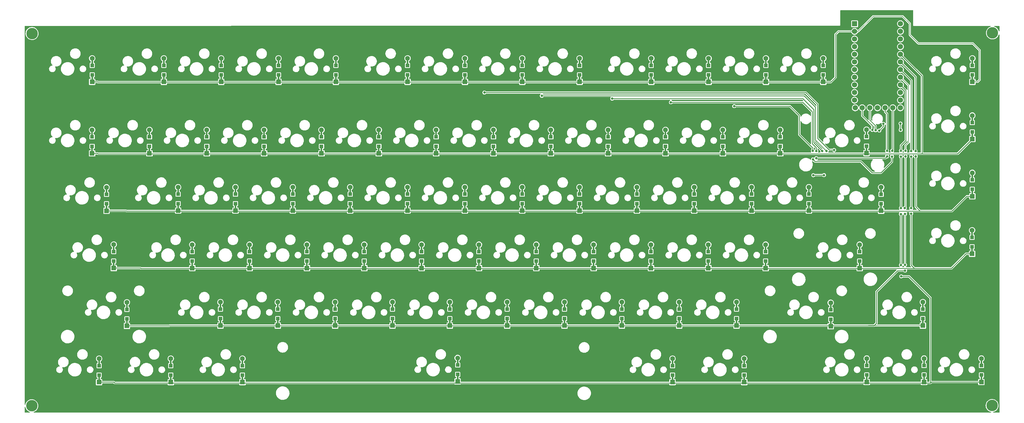
<source format=gbr>
G04 #@! TF.GenerationSoftware,KiCad,Pcbnew,(6.0.10)*
G04 #@! TF.CreationDate,2023-03-11T21:04:29-08:00*
G04 #@! TF.ProjectId,keyboard,6b657962-6f61-4726-942e-6b696361645f,rev?*
G04 #@! TF.SameCoordinates,Original*
G04 #@! TF.FileFunction,Copper,L1,Top*
G04 #@! TF.FilePolarity,Positive*
%FSLAX46Y46*%
G04 Gerber Fmt 4.6, Leading zero omitted, Abs format (unit mm)*
G04 Created by KiCad (PCBNEW (6.0.10)) date 2023-03-11 21:04:29*
%MOMM*%
%LPD*%
G01*
G04 APERTURE LIST*
G04 #@! TA.AperFunction,SMDPad,CuDef*
%ADD10R,0.500000X2.500000*%
G04 #@! TD*
G04 #@! TA.AperFunction,ComponentPad*
%ADD11R,1.600000X1.600000*%
G04 #@! TD*
G04 #@! TA.AperFunction,SMDPad,CuDef*
%ADD12R,1.200000X1.200000*%
G04 #@! TD*
G04 #@! TA.AperFunction,ComponentPad*
%ADD13C,1.600000*%
G04 #@! TD*
G04 #@! TA.AperFunction,ComponentPad*
%ADD14C,3.800000*%
G04 #@! TD*
G04 #@! TA.AperFunction,ComponentPad*
%ADD15R,1.752600X1.752600*%
G04 #@! TD*
G04 #@! TA.AperFunction,ComponentPad*
%ADD16C,1.752600*%
G04 #@! TD*
G04 #@! TA.AperFunction,ViaPad*
%ADD17C,0.800000*%
G04 #@! TD*
G04 #@! TA.AperFunction,Conductor*
%ADD18C,0.200000*%
G04 #@! TD*
G04 #@! TA.AperFunction,Conductor*
%ADD19C,0.250000*%
G04 #@! TD*
G04 APERTURE END LIST*
D10*
X232320000Y-143650000D03*
D11*
X232320000Y-144850000D03*
D12*
X232320000Y-142525000D03*
D13*
X232320000Y-137050000D03*
D12*
X232320000Y-139375000D03*
D10*
X232320000Y-138250000D03*
D12*
X274950000Y-199775000D03*
D10*
X274950000Y-200900000D03*
D11*
X274950000Y-202100000D03*
D12*
X274950000Y-196625000D03*
D10*
X274950000Y-195500000D03*
D13*
X274950000Y-194300000D03*
D11*
X382450000Y-202330000D03*
D12*
X382450000Y-200005000D03*
D10*
X382450000Y-201130000D03*
D12*
X382450000Y-196855000D03*
D13*
X382450000Y-194530000D03*
D10*
X382450000Y-195730000D03*
X429507500Y-119870000D03*
D12*
X429507500Y-118745000D03*
D11*
X429507500Y-121070000D03*
D10*
X429507500Y-114470000D03*
D13*
X429507500Y-113270000D03*
D12*
X429507500Y-115595000D03*
D11*
X218052500Y-121070000D03*
D12*
X218052500Y-118745000D03*
D10*
X218052500Y-119870000D03*
D13*
X218052500Y-113270000D03*
D10*
X218052500Y-114470000D03*
D12*
X218052500Y-115595000D03*
X203745000Y-161575000D03*
D10*
X203745000Y-162700000D03*
D11*
X203745000Y-163900000D03*
D12*
X203745000Y-158425000D03*
D13*
X203745000Y-156100000D03*
D10*
X203745000Y-157300000D03*
X170330000Y-181800000D03*
D12*
X170330000Y-180675000D03*
D11*
X170330000Y-183000000D03*
D10*
X170330000Y-176400000D03*
D13*
X170330000Y-175200000D03*
D12*
X170330000Y-177525000D03*
D10*
X194220000Y-143650000D03*
D12*
X194220000Y-142525000D03*
D11*
X194220000Y-144850000D03*
D12*
X194220000Y-139375000D03*
D10*
X194220000Y-138250000D03*
D13*
X194220000Y-137050000D03*
D11*
X251370000Y-144850000D03*
D10*
X251370000Y-143650000D03*
D12*
X251370000Y-142525000D03*
D13*
X251370000Y-137050000D03*
D10*
X251370000Y-138250000D03*
D12*
X251370000Y-139375000D03*
D11*
X198750000Y-202100000D03*
D12*
X198750000Y-199775000D03*
D10*
X198750000Y-200900000D03*
D12*
X198750000Y-196625000D03*
D13*
X198750000Y-194300000D03*
D10*
X198750000Y-195500000D03*
D11*
X298995000Y-163900000D03*
D10*
X298995000Y-162700000D03*
D12*
X298995000Y-161575000D03*
X298995000Y-158425000D03*
D10*
X298995000Y-157300000D03*
D13*
X298995000Y-156100000D03*
D10*
X289470000Y-143650000D03*
D11*
X289470000Y-144850000D03*
D12*
X289470000Y-142525000D03*
X289470000Y-139375000D03*
D10*
X289470000Y-138250000D03*
D13*
X289470000Y-137050000D03*
D12*
X227480000Y-180675000D03*
D11*
X227480000Y-183000000D03*
D10*
X227480000Y-181800000D03*
X227480000Y-176400000D03*
D13*
X227480000Y-175200000D03*
D12*
X227480000Y-177525000D03*
D11*
X284630000Y-183000000D03*
D10*
X284630000Y-181800000D03*
D12*
X284630000Y-180675000D03*
D13*
X284630000Y-175200000D03*
D10*
X284630000Y-176400000D03*
D12*
X284630000Y-177525000D03*
X429487500Y-137762500D03*
D11*
X429487500Y-140087500D03*
D10*
X429487500Y-138887500D03*
X429487500Y-133487500D03*
D13*
X429487500Y-132287500D03*
D12*
X429487500Y-134612500D03*
X217800000Y-199775000D03*
D11*
X217800000Y-202100000D03*
D10*
X217800000Y-200900000D03*
D13*
X217800000Y-194300000D03*
D12*
X217800000Y-196625000D03*
D10*
X217800000Y-195500000D03*
D11*
X137070000Y-144850000D03*
D10*
X137070000Y-143650000D03*
D12*
X137070000Y-142525000D03*
D13*
X137070000Y-137050000D03*
D10*
X137070000Y-138250000D03*
D12*
X137070000Y-139375000D03*
D10*
X165645000Y-162700000D03*
D11*
X165645000Y-163900000D03*
D12*
X165645000Y-161575000D03*
X165645000Y-158425000D03*
D13*
X165645000Y-156100000D03*
D10*
X165645000Y-157300000D03*
D11*
X413460000Y-220870000D03*
D12*
X413460000Y-218545000D03*
D10*
X413460000Y-219670000D03*
X413460000Y-214270000D03*
D12*
X413460000Y-215395000D03*
D13*
X413460000Y-213070000D03*
D10*
X329890000Y-219700000D03*
D12*
X329890000Y-218575000D03*
D11*
X329890000Y-220900000D03*
D10*
X329890000Y-214300000D03*
D13*
X329890000Y-213100000D03*
D12*
X329890000Y-215425000D03*
D10*
X365670000Y-143650000D03*
D12*
X365670000Y-142525000D03*
D11*
X365670000Y-144850000D03*
D13*
X365670000Y-137050000D03*
D10*
X365670000Y-138250000D03*
D12*
X365670000Y-139375000D03*
D11*
X179952500Y-121070000D03*
D10*
X179952500Y-119870000D03*
D12*
X179952500Y-118745000D03*
X179952500Y-115595000D03*
D13*
X179952500Y-113270000D03*
D10*
X179952500Y-114470000D03*
X144250000Y-181770000D03*
D12*
X144250000Y-180645000D03*
D11*
X144250000Y-182970000D03*
D13*
X144250000Y-175170000D03*
D10*
X144250000Y-176370000D03*
D12*
X144250000Y-177495000D03*
D11*
X327570000Y-144850000D03*
D10*
X327570000Y-143650000D03*
D12*
X327570000Y-142525000D03*
D10*
X327570000Y-138250000D03*
D12*
X327570000Y-139375000D03*
D13*
X327570000Y-137050000D03*
D12*
X303680000Y-180675000D03*
D10*
X303680000Y-181800000D03*
D11*
X303680000Y-183000000D03*
D10*
X303680000Y-176400000D03*
D13*
X303680000Y-175200000D03*
D12*
X303680000Y-177525000D03*
X360927500Y-118745000D03*
D11*
X360927500Y-121070000D03*
D10*
X360927500Y-119870000D03*
X360927500Y-114470000D03*
D13*
X360927500Y-113270000D03*
D12*
X360927500Y-115595000D03*
X351150000Y-199775000D03*
D10*
X351150000Y-200900000D03*
D11*
X351150000Y-202100000D03*
D10*
X351150000Y-195500000D03*
D13*
X351150000Y-194300000D03*
D12*
X351150000Y-196625000D03*
D11*
X318045000Y-163900000D03*
D10*
X318045000Y-162700000D03*
D12*
X318045000Y-161575000D03*
D10*
X318045000Y-157300000D03*
D13*
X318045000Y-156100000D03*
D12*
X318045000Y-158425000D03*
D10*
X341780000Y-181800000D03*
D12*
X341780000Y-180675000D03*
D11*
X341780000Y-183000000D03*
D10*
X341780000Y-176400000D03*
D13*
X341780000Y-175200000D03*
D12*
X341780000Y-177525000D03*
D11*
X265580000Y-183000000D03*
D12*
X265580000Y-180675000D03*
D10*
X265580000Y-181800000D03*
X265580000Y-176400000D03*
D13*
X265580000Y-175200000D03*
D12*
X265580000Y-177525000D03*
D11*
X294000000Y-202100000D03*
D10*
X294000000Y-200900000D03*
D12*
X294000000Y-199775000D03*
D13*
X294000000Y-194300000D03*
D12*
X294000000Y-196625000D03*
D10*
X294000000Y-195500000D03*
X199002500Y-119870000D03*
D11*
X199002500Y-121070000D03*
D12*
X199002500Y-118745000D03*
D10*
X199002500Y-114470000D03*
D12*
X199002500Y-115595000D03*
D13*
X199002500Y-113270000D03*
D14*
X117110000Y-105010000D03*
D10*
X360830000Y-181800000D03*
D11*
X360830000Y-183000000D03*
D12*
X360830000Y-180675000D03*
D13*
X360830000Y-175200000D03*
D10*
X360830000Y-176400000D03*
D12*
X360830000Y-177525000D03*
D10*
X148630000Y-201000000D03*
D12*
X148630000Y-199875000D03*
D11*
X148630000Y-202200000D03*
D12*
X148630000Y-196725000D03*
D13*
X148630000Y-194400000D03*
D10*
X148630000Y-195600000D03*
X394410000Y-219670000D03*
D11*
X394410000Y-220870000D03*
D12*
X394410000Y-218545000D03*
X394410000Y-215395000D03*
D13*
X394410000Y-213070000D03*
D10*
X394410000Y-214270000D03*
D12*
X337095000Y-161575000D03*
D10*
X337095000Y-162700000D03*
D11*
X337095000Y-163900000D03*
D13*
X337095000Y-156100000D03*
D10*
X337095000Y-157300000D03*
D12*
X337095000Y-158425000D03*
D10*
X139390000Y-219700000D03*
D11*
X139390000Y-220900000D03*
D12*
X139390000Y-218575000D03*
X139390000Y-215425000D03*
D13*
X139390000Y-213100000D03*
D10*
X139390000Y-214300000D03*
D11*
X179700000Y-202100000D03*
D10*
X179700000Y-200900000D03*
D12*
X179700000Y-199775000D03*
D13*
X179700000Y-194300000D03*
D12*
X179700000Y-196625000D03*
D10*
X179700000Y-195500000D03*
D12*
X184695000Y-161575000D03*
D11*
X184695000Y-163900000D03*
D10*
X184695000Y-162700000D03*
X184695000Y-157300000D03*
D13*
X184695000Y-156100000D03*
D12*
X184695000Y-158425000D03*
X299015000Y-118745000D03*
D10*
X299015000Y-119870000D03*
D11*
X299015000Y-121070000D03*
D10*
X299015000Y-114470000D03*
D12*
X299015000Y-115595000D03*
D13*
X299015000Y-113270000D03*
D10*
X341877500Y-119870000D03*
D12*
X341877500Y-118745000D03*
D11*
X341877500Y-121070000D03*
D13*
X341877500Y-113270000D03*
D10*
X341877500Y-114470000D03*
D12*
X341877500Y-115595000D03*
D10*
X353702500Y-219700000D03*
D12*
X353702500Y-218575000D03*
D11*
X353702500Y-220900000D03*
D13*
X353702500Y-213100000D03*
D10*
X353702500Y-214300000D03*
D12*
X353702500Y-215425000D03*
X236850000Y-199775000D03*
D11*
X236850000Y-202100000D03*
D10*
X236850000Y-200900000D03*
X236850000Y-195500000D03*
D12*
X236850000Y-196625000D03*
D13*
X236850000Y-194300000D03*
D12*
X189380000Y-180675000D03*
D11*
X189380000Y-183000000D03*
D10*
X189380000Y-181800000D03*
D12*
X189380000Y-177525000D03*
D13*
X189380000Y-175200000D03*
D10*
X189380000Y-176400000D03*
X246530000Y-181800000D03*
D11*
X246530000Y-183000000D03*
D12*
X246530000Y-180675000D03*
D13*
X246530000Y-175200000D03*
D12*
X246530000Y-177525000D03*
D10*
X246530000Y-176400000D03*
D12*
X241865000Y-118745000D03*
D11*
X241865000Y-121070000D03*
D10*
X241865000Y-119870000D03*
D12*
X241865000Y-115595000D03*
D10*
X241865000Y-114470000D03*
D13*
X241865000Y-113270000D03*
D11*
X258500000Y-220690000D03*
D12*
X258500000Y-218365000D03*
D10*
X258500000Y-219490000D03*
D13*
X258500000Y-212890000D03*
D10*
X258500000Y-214090000D03*
D12*
X258500000Y-215215000D03*
D10*
X141860000Y-162760000D03*
D12*
X141860000Y-161635000D03*
D11*
X141860000Y-163960000D03*
D10*
X141860000Y-157360000D03*
D12*
X141860000Y-158485000D03*
D13*
X141860000Y-156160000D03*
D10*
X260895000Y-162700000D03*
D12*
X260895000Y-161575000D03*
D11*
X260895000Y-163900000D03*
D13*
X260895000Y-156100000D03*
D12*
X260895000Y-158425000D03*
D10*
X260895000Y-157300000D03*
X175170000Y-143650000D03*
D12*
X175170000Y-142525000D03*
D11*
X175170000Y-144850000D03*
D10*
X175170000Y-138250000D03*
D12*
X175170000Y-139375000D03*
D13*
X175170000Y-137050000D03*
D14*
X436070000Y-228700000D03*
X117020000Y-228770000D03*
D12*
X163202500Y-218575000D03*
D11*
X163202500Y-220900000D03*
D10*
X163202500Y-219700000D03*
D12*
X163202500Y-215425000D03*
D10*
X163202500Y-214300000D03*
D13*
X163202500Y-213100000D03*
D11*
X255900000Y-202100000D03*
D12*
X255900000Y-199775000D03*
D10*
X255900000Y-200900000D03*
D12*
X255900000Y-196625000D03*
D10*
X255900000Y-195500000D03*
D13*
X255900000Y-194300000D03*
D10*
X356145000Y-162700000D03*
D12*
X356145000Y-161575000D03*
D11*
X356145000Y-163900000D03*
D12*
X356145000Y-158425000D03*
D13*
X356145000Y-156100000D03*
D10*
X356145000Y-157300000D03*
D11*
X332100000Y-202100000D03*
D10*
X332100000Y-200900000D03*
D12*
X332100000Y-199775000D03*
D10*
X332100000Y-195500000D03*
D12*
X332100000Y-196625000D03*
D13*
X332100000Y-194300000D03*
D12*
X241845000Y-161575000D03*
D11*
X241845000Y-163900000D03*
D10*
X241845000Y-162700000D03*
D13*
X241845000Y-156100000D03*
D10*
X241845000Y-157300000D03*
D12*
X241845000Y-158425000D03*
D10*
X208430000Y-181800000D03*
D12*
X208430000Y-180675000D03*
D11*
X208430000Y-183000000D03*
D13*
X208430000Y-175200000D03*
D10*
X208430000Y-176400000D03*
D12*
X208430000Y-177525000D03*
D14*
X436180000Y-104790000D03*
D11*
X137090000Y-121070000D03*
D12*
X137090000Y-118745000D03*
D10*
X137090000Y-119870000D03*
D12*
X137090000Y-115595000D03*
D10*
X137090000Y-114470000D03*
D13*
X137090000Y-113270000D03*
D11*
X392060000Y-183000000D03*
D12*
X392060000Y-180675000D03*
D10*
X392060000Y-181800000D03*
D12*
X392060000Y-177525000D03*
D13*
X392060000Y-175200000D03*
D10*
X392060000Y-176400000D03*
X156120000Y-143650000D03*
D11*
X156120000Y-144850000D03*
D12*
X156120000Y-142525000D03*
X156120000Y-139375000D03*
D13*
X156120000Y-137050000D03*
D10*
X156120000Y-138250000D03*
D11*
X279965000Y-121070000D03*
D10*
X279965000Y-119870000D03*
D12*
X279965000Y-118745000D03*
D13*
X279965000Y-113270000D03*
D10*
X279965000Y-114470000D03*
D12*
X279965000Y-115595000D03*
D11*
X222795000Y-163900000D03*
D12*
X222795000Y-161575000D03*
D10*
X222795000Y-162700000D03*
D12*
X222795000Y-158425000D03*
D10*
X222795000Y-157300000D03*
D13*
X222795000Y-156100000D03*
D11*
X413062500Y-202100000D03*
D12*
X413062500Y-199775000D03*
D10*
X413062500Y-200900000D03*
X413062500Y-195500000D03*
D13*
X413062500Y-194300000D03*
D12*
X413062500Y-196625000D03*
D11*
X313050000Y-202100000D03*
D10*
X313050000Y-200900000D03*
D12*
X313050000Y-199775000D03*
D10*
X313050000Y-195500000D03*
D13*
X313050000Y-194300000D03*
D12*
X313050000Y-196625000D03*
D10*
X213270000Y-143650000D03*
D11*
X213270000Y-144850000D03*
D12*
X213270000Y-142525000D03*
X213270000Y-139375000D03*
D10*
X213270000Y-138250000D03*
D13*
X213270000Y-137050000D03*
D10*
X394340000Y-143570000D03*
D12*
X394340000Y-142445000D03*
D11*
X394340000Y-144770000D03*
D10*
X394340000Y-138170000D03*
D12*
X394340000Y-139295000D03*
D13*
X394340000Y-136970000D03*
D11*
X429487500Y-159137500D03*
D12*
X429487500Y-156812500D03*
D10*
X429487500Y-157937500D03*
D12*
X429487500Y-153662500D03*
D10*
X429487500Y-152537500D03*
D13*
X429487500Y-151337500D03*
D11*
X270420000Y-144850000D03*
D12*
X270420000Y-142525000D03*
D10*
X270420000Y-143650000D03*
D12*
X270420000Y-139375000D03*
D10*
X270420000Y-138250000D03*
D13*
X270420000Y-137050000D03*
D12*
X429410000Y-175912500D03*
D10*
X429410000Y-177037500D03*
D11*
X429410000Y-178237500D03*
D12*
X429410000Y-172762500D03*
D13*
X429410000Y-170437500D03*
D10*
X429410000Y-171637500D03*
X379977500Y-119870000D03*
D11*
X379977500Y-121070000D03*
D12*
X379977500Y-118745000D03*
D13*
X379977500Y-113270000D03*
D10*
X379977500Y-114470000D03*
D12*
X379977500Y-115595000D03*
X322730000Y-180675000D03*
D11*
X322730000Y-183000000D03*
D10*
X322730000Y-181800000D03*
D13*
X322730000Y-175200000D03*
D10*
X322730000Y-176400000D03*
D12*
X322730000Y-177525000D03*
X322827500Y-118745000D03*
D11*
X322827500Y-121070000D03*
D10*
X322827500Y-119870000D03*
X322827500Y-114470000D03*
D13*
X322827500Y-113270000D03*
D12*
X322827500Y-115595000D03*
D11*
X375195000Y-163900000D03*
D12*
X375195000Y-161575000D03*
D10*
X375195000Y-162700000D03*
X375195000Y-157300000D03*
D12*
X375195000Y-158425000D03*
D13*
X375195000Y-156100000D03*
D10*
X399200000Y-162730000D03*
D12*
X399200000Y-161605000D03*
D11*
X399200000Y-163930000D03*
D13*
X399200000Y-156130000D03*
D10*
X399200000Y-157330000D03*
D12*
X399200000Y-158455000D03*
D10*
X187015000Y-219700000D03*
D12*
X187015000Y-218575000D03*
D11*
X187015000Y-220900000D03*
D10*
X187015000Y-214300000D03*
D12*
X187015000Y-215425000D03*
D13*
X187015000Y-213100000D03*
D11*
X279945000Y-163900000D03*
D12*
X279945000Y-161575000D03*
D10*
X279945000Y-162700000D03*
D13*
X279945000Y-156100000D03*
D12*
X279945000Y-158425000D03*
D10*
X279945000Y-157300000D03*
D12*
X308520000Y-142525000D03*
D11*
X308520000Y-144850000D03*
D10*
X308520000Y-143650000D03*
X308520000Y-138250000D03*
D12*
X308520000Y-139375000D03*
D13*
X308520000Y-137050000D03*
D11*
X432510000Y-220870000D03*
D10*
X432510000Y-219670000D03*
D12*
X432510000Y-218545000D03*
D13*
X432510000Y-213070000D03*
D12*
X432510000Y-215395000D03*
D10*
X432510000Y-214270000D03*
D12*
X346620000Y-142525000D03*
D10*
X346620000Y-143650000D03*
D11*
X346620000Y-144850000D03*
D13*
X346620000Y-137050000D03*
D12*
X346620000Y-139375000D03*
D10*
X346620000Y-138250000D03*
X260915000Y-119870000D03*
D12*
X260915000Y-118745000D03*
D11*
X260915000Y-121070000D03*
D10*
X260915000Y-114470000D03*
D12*
X260915000Y-115595000D03*
D13*
X260915000Y-113270000D03*
D12*
X160902500Y-118745000D03*
D10*
X160902500Y-119870000D03*
D11*
X160902500Y-121070000D03*
D10*
X160902500Y-114470000D03*
D12*
X160902500Y-115595000D03*
D13*
X160902500Y-113270000D03*
D15*
X390380000Y-101770000D03*
D16*
X390380000Y-104310000D03*
X390380000Y-106850000D03*
X390380000Y-109390000D03*
X390380000Y-111930000D03*
X390380000Y-114470000D03*
X390380000Y-117010000D03*
X390380000Y-119550000D03*
X390380000Y-122090000D03*
X390380000Y-124630000D03*
X390380000Y-127170000D03*
X390608600Y-129710000D03*
X405620000Y-129710000D03*
X405620000Y-127170000D03*
X405620000Y-124630000D03*
X405620000Y-122090000D03*
X405620000Y-119550000D03*
X405620000Y-117010000D03*
X405620000Y-114470000D03*
X405620000Y-111930000D03*
X405620000Y-109390000D03*
X405620000Y-106850000D03*
X405620000Y-104310000D03*
X405620000Y-101770000D03*
X392920000Y-129710000D03*
X395460000Y-129710000D03*
X398000000Y-129710000D03*
X400540000Y-129710000D03*
X403080000Y-129710000D03*
D17*
X401160000Y-145890000D03*
X407140000Y-181910000D03*
X405770000Y-145930000D03*
X350390000Y-129160000D03*
X329340000Y-127880000D03*
X376650000Y-152120000D03*
X399960000Y-135050000D03*
X376490000Y-144010000D03*
X405870000Y-185750000D03*
X407150000Y-164980000D03*
X405770000Y-143970000D03*
X379605000Y-144075000D03*
X401160000Y-144000000D03*
X405690000Y-137070000D03*
X407160000Y-183850000D03*
X377620000Y-146450000D03*
X407270000Y-145880000D03*
X267400000Y-124640000D03*
X380210000Y-152090000D03*
X405760000Y-165040000D03*
X407270000Y-143990000D03*
X402800000Y-145950000D03*
X398590000Y-137270000D03*
X383570000Y-143730000D03*
X410640000Y-144100000D03*
X409160000Y-164870000D03*
X409160000Y-163030000D03*
X286460000Y-125740000D03*
X409180000Y-145920000D03*
X407070000Y-163020000D03*
X409180000Y-144040000D03*
X377680000Y-144050000D03*
X381080000Y-144090000D03*
X410680000Y-145860000D03*
X397350000Y-137180000D03*
X405630000Y-134930000D03*
X405770000Y-163030000D03*
X376520000Y-146860000D03*
X405780000Y-181980000D03*
X402850000Y-143990000D03*
X396240000Y-137070000D03*
X309850000Y-126670000D03*
D18*
X384080000Y-105220000D02*
X384100000Y-105220000D01*
D19*
X376260000Y-142860000D02*
X376490000Y-143090000D01*
X377350000Y-140400000D02*
X377350000Y-129460000D01*
X377620000Y-146450000D02*
X400600000Y-146450000D01*
D18*
X396600000Y-99270000D02*
X391560000Y-104310000D01*
D19*
X412130000Y-164030000D02*
X422710000Y-164030000D01*
X400540000Y-131040000D02*
X400540000Y-129710000D01*
D18*
X431260000Y-121070000D02*
X431910000Y-120420000D01*
D19*
X405870000Y-185750000D02*
X408430000Y-185750000D01*
X381970000Y-143730000D02*
X383570000Y-143730000D01*
D18*
X408710000Y-101700000D02*
X406280000Y-99270000D01*
D19*
X378050000Y-128530000D02*
X378050000Y-139810000D01*
X376040000Y-130750000D02*
X376280000Y-130990000D01*
X402800000Y-147660000D02*
X402800000Y-145950000D01*
D18*
X385010000Y-104310000D02*
X390380000Y-104310000D01*
D19*
X162780000Y-202130000D02*
X162710000Y-202200000D01*
X415580000Y-221180000D02*
X144530000Y-221180000D01*
D18*
X391560000Y-104310000D02*
X390380000Y-104310000D01*
X407070000Y-163020000D02*
X407270000Y-162820000D01*
D19*
X399170000Y-151290000D02*
X400450000Y-150010000D01*
X412130000Y-164030000D02*
X410680000Y-162580000D01*
X138967500Y-121167500D02*
X138870000Y-121070000D01*
X409180000Y-144040000D02*
X409180000Y-120570000D01*
X410240000Y-183080000D02*
X422530000Y-183080000D01*
X162710000Y-202200000D02*
X148630000Y-202200000D01*
X138870000Y-121070000D02*
X137090000Y-121070000D01*
X376750000Y-127230000D02*
X378050000Y-128530000D01*
X376780000Y-141250000D02*
X376780000Y-130250000D01*
D18*
X413062500Y-202100000D02*
X394920000Y-202100000D01*
D19*
X377240000Y-142550000D02*
X377680000Y-142990000D01*
D18*
X406280000Y-99270000D02*
X396600000Y-99270000D01*
D19*
X410680000Y-162580000D02*
X410680000Y-145860000D01*
X401160000Y-144000000D02*
X401160000Y-131660000D01*
X422710000Y-164030000D02*
X427602500Y-159137500D01*
X427372500Y-178237500D02*
X429410000Y-178237500D01*
X373200000Y-126670000D02*
X309850000Y-126670000D01*
X148422500Y-163960000D02*
X141860000Y-163960000D01*
X400600000Y-146450000D02*
X401160000Y-145890000D01*
X144250000Y-220900000D02*
X139390000Y-220900000D01*
X397350000Y-137180000D02*
X397350000Y-135730000D01*
X384080000Y-105220000D02*
X384060000Y-105240000D01*
X405630000Y-137010000D02*
X405690000Y-137070000D01*
X148492500Y-164030000D02*
X148422500Y-163960000D01*
X360660000Y-129160000D02*
X360680000Y-129140000D01*
X371990000Y-138590000D02*
X376260000Y-142860000D01*
X427602500Y-159137500D02*
X429487500Y-159137500D01*
X412760000Y-119070000D02*
X405620000Y-111930000D01*
X412760000Y-144980000D02*
X412760000Y-119070000D01*
X373170000Y-127880000D02*
X376040000Y-130750000D01*
X350390000Y-129160000D02*
X360660000Y-129160000D01*
X376280000Y-134200000D02*
X376280000Y-141590000D01*
X376520000Y-146860000D02*
X377220000Y-147560000D01*
X376680000Y-152090000D02*
X376650000Y-152120000D01*
D18*
X408710000Y-105450000D02*
X408710000Y-101700000D01*
D19*
X380210000Y-152090000D02*
X376680000Y-152090000D01*
X377220000Y-147560000D02*
X392030000Y-147560000D01*
X329340000Y-127880000D02*
X373170000Y-127880000D01*
X397650000Y-201280000D02*
X397650000Y-190840000D01*
X138967500Y-144980000D02*
X138837500Y-144850000D01*
X422530000Y-183080000D02*
X427372500Y-178237500D01*
X382491396Y-121167500D02*
X138967500Y-121167500D01*
X424595000Y-144980000D02*
X429487500Y-140087500D01*
X376280000Y-130990000D02*
X376280000Y-134200000D01*
X409180000Y-120570000D02*
X405620000Y-117010000D01*
X376280000Y-141590000D02*
X377240000Y-142550000D01*
X374160000Y-124640000D02*
X376750000Y-127230000D01*
X144530000Y-221180000D02*
X144250000Y-220900000D01*
X397650000Y-190840000D02*
X404640000Y-183850000D01*
X410240000Y-183080000D02*
X153255000Y-183080000D01*
X377680000Y-142990000D02*
X377680000Y-144050000D01*
X376490000Y-143090000D02*
X376490000Y-144010000D01*
X384060000Y-119598896D02*
X382491396Y-121167500D01*
X401160000Y-131660000D02*
X400540000Y-131040000D01*
D18*
X408340000Y-141140000D02*
X408340000Y-122270000D01*
D19*
X409160000Y-182000000D02*
X410240000Y-183080000D01*
X405630000Y-134930000D02*
X405630000Y-137010000D01*
X377350000Y-129460000D02*
X373570000Y-125680000D01*
X405780000Y-165060000D02*
X405760000Y-165040000D01*
D18*
X411560000Y-108300000D02*
X408710000Y-105450000D01*
D19*
X368880000Y-129140000D02*
X371040000Y-131300000D01*
X405780000Y-181980000D02*
X405780000Y-165060000D01*
X403080000Y-143760000D02*
X403080000Y-129710000D01*
X371990000Y-136980000D02*
X371990000Y-138590000D01*
D18*
X384100000Y-105220000D02*
X385010000Y-104310000D01*
D19*
X395460000Y-133840000D02*
X395460000Y-129710000D01*
X404640000Y-183850000D02*
X407160000Y-183850000D01*
X376780000Y-130250000D02*
X373200000Y-126670000D01*
D18*
X431910000Y-120420000D02*
X431910000Y-110540000D01*
D19*
X398590000Y-137270000D02*
X399960000Y-135900000D01*
D18*
X394920000Y-202100000D02*
X394890000Y-202130000D01*
D19*
X371040000Y-131300000D02*
X371990000Y-132250000D01*
X396800000Y-202130000D02*
X397650000Y-201280000D01*
X392030000Y-147560000D02*
X392460000Y-147560000D01*
X373570000Y-125680000D02*
X286520000Y-125680000D01*
X396240000Y-135640000D02*
X392920000Y-132320000D01*
X409180000Y-145920000D02*
X409180000Y-163010000D01*
X415580000Y-221180000D02*
X415890000Y-220870000D01*
X415580000Y-192900000D02*
X415580000Y-221180000D01*
X396240000Y-137070000D02*
X396240000Y-135640000D01*
X410640000Y-119490000D02*
X405620000Y-114470000D01*
X405770000Y-163030000D02*
X405770000Y-145930000D01*
X153145000Y-182970000D02*
X144250000Y-182970000D01*
X410640000Y-144100000D02*
X410640000Y-119490000D01*
X415890000Y-220870000D02*
X432510000Y-220870000D01*
X379605000Y-144075000D02*
X376780000Y-141250000D01*
D18*
X407140000Y-181910000D02*
X407140000Y-164990000D01*
D19*
X407400000Y-123870000D02*
X405620000Y-122090000D01*
D18*
X407270000Y-143990000D02*
X407270000Y-142210000D01*
D19*
X378050000Y-139810000D02*
X381970000Y-143730000D01*
X153255000Y-183080000D02*
X153145000Y-182970000D01*
X360680000Y-129140000D02*
X368880000Y-129140000D01*
X409180000Y-163010000D02*
X409160000Y-163030000D01*
X392920000Y-132320000D02*
X392920000Y-129710000D01*
D18*
X408340000Y-122270000D02*
X405620000Y-119550000D01*
D19*
X408430000Y-185750000D02*
X415580000Y-192900000D01*
X371990000Y-132250000D02*
X371990000Y-136980000D01*
X405770000Y-143970000D02*
X405770000Y-142260000D01*
X407400000Y-140630000D02*
X407400000Y-123870000D01*
D18*
X407270000Y-142210000D02*
X408340000Y-141140000D01*
D19*
X399960000Y-135900000D02*
X399960000Y-135050000D01*
X138967500Y-144980000D02*
X412760000Y-144980000D01*
X409160000Y-164870000D02*
X409160000Y-182000000D01*
D18*
X431910000Y-110540000D02*
X429670000Y-108300000D01*
D19*
X148492500Y-164030000D02*
X412130000Y-164030000D01*
X396800000Y-202130000D02*
X394890000Y-202130000D01*
X400450000Y-150010000D02*
X402800000Y-147660000D01*
X402850000Y-143990000D02*
X403080000Y-143760000D01*
X267400000Y-124640000D02*
X374160000Y-124640000D01*
X412760000Y-144980000D02*
X424090000Y-144980000D01*
D18*
X429507500Y-121070000D02*
X431260000Y-121070000D01*
X407140000Y-164990000D02*
X407150000Y-164980000D01*
D19*
X397350000Y-135730000D02*
X395460000Y-133840000D01*
X396190000Y-151290000D02*
X399170000Y-151290000D01*
X384060000Y-105240000D02*
X384060000Y-119598896D01*
X424090000Y-144980000D02*
X424595000Y-144980000D01*
X392460000Y-147560000D02*
X396190000Y-151290000D01*
D18*
X429670000Y-108300000D02*
X411560000Y-108300000D01*
D19*
X381040000Y-144090000D02*
X377350000Y-140400000D01*
X381080000Y-144090000D02*
X381040000Y-144090000D01*
X286520000Y-125680000D02*
X286460000Y-125740000D01*
X405770000Y-142260000D02*
X407400000Y-140630000D01*
X394890000Y-202130000D02*
X162780000Y-202130000D01*
X138837500Y-144850000D02*
X137070000Y-144850000D01*
X409170000Y-145930000D02*
X409180000Y-145920000D01*
D18*
X407270000Y-162820000D02*
X407270000Y-145880000D01*
G04 #@! TA.AperFunction,NonConductor*
G36*
X438434019Y-102513298D02*
G01*
X438480563Y-102566909D01*
X438492000Y-102619361D01*
X438492000Y-104143161D01*
X438471998Y-104211282D01*
X438418342Y-104257775D01*
X438348068Y-104267879D01*
X438283488Y-104238385D01*
X438247227Y-104185221D01*
X438159674Y-103937979D01*
X438158243Y-103933938D01*
X438023759Y-103673380D01*
X437855158Y-103433484D01*
X437843229Y-103420647D01*
X437658479Y-103221833D01*
X437658476Y-103221831D01*
X437655558Y-103218690D01*
X437428655Y-103032972D01*
X437178646Y-102879766D01*
X437152991Y-102868504D01*
X436914090Y-102763634D01*
X436910158Y-102761908D01*
X436883707Y-102754373D01*
X436840169Y-102741971D01*
X436780134Y-102704072D01*
X436750120Y-102639732D01*
X436759655Y-102569379D01*
X436805712Y-102515349D01*
X436874567Y-102494792D01*
X438271907Y-102493451D01*
X438365879Y-102493361D01*
X438434019Y-102513298D01*
G37*
G04 #@! TD.AperFunction*
G04 #@! TA.AperFunction,NonConductor*
G36*
X373060394Y-127065502D02*
G01*
X373081368Y-127082405D01*
X373286864Y-127287901D01*
X373320890Y-127350213D01*
X373315825Y-127421028D01*
X373273278Y-127477864D01*
X373202717Y-127502899D01*
X373171638Y-127504120D01*
X373164443Y-127504403D01*
X373159498Y-127504500D01*
X329937577Y-127504500D01*
X329869456Y-127484498D01*
X329841853Y-127457736D01*
X329840856Y-127458615D01*
X329835837Y-127452922D01*
X329831531Y-127446657D01*
X329802766Y-127421028D01*
X329719648Y-127346972D01*
X329719645Y-127346970D01*
X329713976Y-127341919D01*
X329602422Y-127282854D01*
X329551579Y-127233301D01*
X329535597Y-127164127D01*
X329559551Y-127097293D01*
X329615835Y-127054020D01*
X329661381Y-127045500D01*
X372992273Y-127045500D01*
X373060394Y-127065502D01*
G37*
G04 #@! TD.AperFunction*
G04 #@! TA.AperFunction,NonConductor*
G36*
X374020394Y-125035502D02*
G01*
X374041368Y-125052405D01*
X376442094Y-127453131D01*
X377637595Y-128648633D01*
X377671621Y-128710945D01*
X377674500Y-128737728D01*
X377674500Y-128949273D01*
X377654498Y-129017394D01*
X377600842Y-129063887D01*
X377530568Y-129073991D01*
X377465988Y-129044497D01*
X377459405Y-129038368D01*
X373873348Y-125452311D01*
X373858623Y-125434080D01*
X373857222Y-125432540D01*
X373851572Y-125423790D01*
X373825535Y-125403264D01*
X373821168Y-125399383D01*
X373821102Y-125399461D01*
X373817144Y-125396107D01*
X373813462Y-125392425D01*
X373809231Y-125389402D01*
X373809228Y-125389399D01*
X373804409Y-125385956D01*
X373797948Y-125381339D01*
X373793212Y-125377783D01*
X373753400Y-125346397D01*
X373744851Y-125343395D01*
X373737481Y-125338128D01*
X373704203Y-125328176D01*
X373688930Y-125323608D01*
X373683286Y-125321774D01*
X373642935Y-125307604D01*
X373642929Y-125307603D01*
X373635452Y-125304977D01*
X373629945Y-125304500D01*
X373627238Y-125304500D01*
X373624665Y-125304389D01*
X373624506Y-125304341D01*
X373624512Y-125304197D01*
X373623892Y-125304158D01*
X373617713Y-125302310D01*
X373564445Y-125304403D01*
X373559498Y-125304500D01*
X286997098Y-125304500D01*
X286928977Y-125284498D01*
X286913288Y-125272583D01*
X286871750Y-125235575D01*
X286834196Y-125175325D01*
X286835177Y-125104335D01*
X286874382Y-125045145D01*
X286939364Y-125016547D01*
X286955571Y-125015500D01*
X373952273Y-125015500D01*
X374020394Y-125035502D01*
G37*
G04 #@! TD.AperFunction*
G04 #@! TA.AperFunction,NonConductor*
G36*
X396824012Y-135735505D02*
G01*
X396830595Y-135741634D01*
X396937595Y-135848634D01*
X396971621Y-135910946D01*
X396974500Y-135937729D01*
X396974500Y-136584392D01*
X396954498Y-136652513D01*
X396900842Y-136699006D01*
X396830568Y-136709110D01*
X396765988Y-136679616D01*
X396744660Y-136655759D01*
X396735836Y-136642920D01*
X396735834Y-136642917D01*
X396731531Y-136636657D01*
X396657681Y-136570859D01*
X396620125Y-136510609D01*
X396615500Y-136476783D01*
X396615500Y-135830729D01*
X396635502Y-135762608D01*
X396689158Y-135716115D01*
X396759432Y-135706011D01*
X396824012Y-135735505D01*
G37*
G04 #@! TD.AperFunction*
G04 #@! TA.AperFunction,NonConductor*
G36*
X399257986Y-134758559D02*
G01*
X399309427Y-134807491D01*
X399326247Y-134876467D01*
X399325305Y-134887067D01*
X399306751Y-135028000D01*
X399304758Y-135043138D01*
X399322035Y-135199633D01*
X399376143Y-135347490D01*
X399380380Y-135353796D01*
X399380382Y-135353799D01*
X399411424Y-135399993D01*
X399463958Y-135478172D01*
X399469573Y-135483281D01*
X399469578Y-135483287D01*
X399543300Y-135550369D01*
X399580222Y-135611009D01*
X399584500Y-135643562D01*
X399584500Y-135692273D01*
X399564498Y-135760394D01*
X399547595Y-135781368D01*
X398746060Y-136582903D01*
X398683748Y-136616929D01*
X398656306Y-136619806D01*
X398597866Y-136619500D01*
X398514684Y-136619065D01*
X398507305Y-136620837D01*
X398507301Y-136620837D01*
X398368967Y-136654048D01*
X398368963Y-136654049D01*
X398361588Y-136655820D01*
X398221679Y-136728032D01*
X398215957Y-136733024D01*
X398215955Y-136733025D01*
X398108759Y-136826538D01*
X398108756Y-136826541D01*
X398103034Y-136831533D01*
X398098667Y-136837746D01*
X398095291Y-136841496D01*
X398034844Y-136878735D01*
X397963860Y-136877382D01*
X397904876Y-136837867D01*
X397897816Y-136828551D01*
X397845836Y-136752920D01*
X397845834Y-136752917D01*
X397841531Y-136746657D01*
X397767681Y-136680859D01*
X397730125Y-136620609D01*
X397725500Y-136586783D01*
X397725500Y-135783497D01*
X397727979Y-135760208D01*
X397728078Y-135758117D01*
X397730270Y-135747934D01*
X397726373Y-135715008D01*
X397726029Y-135709178D01*
X397725928Y-135709186D01*
X397725500Y-135704007D01*
X397725500Y-135698807D01*
X397724647Y-135693681D01*
X397724646Y-135693672D01*
X397722374Y-135680023D01*
X397721537Y-135674147D01*
X397719033Y-135652994D01*
X397715577Y-135623791D01*
X397711654Y-135615622D01*
X397710167Y-135606687D01*
X397686098Y-135562079D01*
X397683403Y-135556790D01*
X397664892Y-135518241D01*
X397664891Y-135518239D01*
X397661463Y-135511101D01*
X397657906Y-135506869D01*
X397655964Y-135504927D01*
X397654255Y-135503064D01*
X397654176Y-135502917D01*
X397654284Y-135502818D01*
X397653868Y-135502346D01*
X397650806Y-135496671D01*
X397611632Y-135460459D01*
X397608067Y-135457030D01*
X397484361Y-135333324D01*
X397450335Y-135271012D01*
X397455400Y-135200197D01*
X397497947Y-135143361D01*
X397564467Y-135118550D01*
X397604471Y-135122106D01*
X397690985Y-135144078D01*
X397690992Y-135144079D01*
X397695523Y-135145230D01*
X397700174Y-135145698D01*
X397700178Y-135145699D01*
X397894534Y-135165269D01*
X397914703Y-135167300D01*
X398071701Y-135167300D01*
X398074026Y-135167127D01*
X398074032Y-135167127D01*
X398263220Y-135153068D01*
X398263224Y-135153067D01*
X398267872Y-135152722D01*
X398525262Y-135094481D01*
X398535739Y-135090407D01*
X398732289Y-135013972D01*
X398771216Y-134998834D01*
X398804122Y-134980027D01*
X398856089Y-134950325D01*
X399000331Y-134867884D01*
X399090307Y-134796953D01*
X399122377Y-134771671D01*
X399188257Y-134745206D01*
X399257986Y-134758559D01*
G37*
G04 #@! TD.AperFunction*
G04 #@! TA.AperFunction,NonConductor*
G36*
X372574012Y-134122430D02*
G01*
X372605926Y-134164903D01*
X372647458Y-134254993D01*
X372664402Y-134280837D01*
X372789585Y-134471774D01*
X372789589Y-134471779D01*
X372792151Y-134475687D01*
X372821396Y-134508453D01*
X372917972Y-134616657D01*
X372967875Y-134672569D01*
X373170771Y-134841316D01*
X373261824Y-134896568D01*
X373392382Y-134975793D01*
X373392386Y-134975795D01*
X373396379Y-134978218D01*
X373639746Y-135080270D01*
X373895523Y-135145230D01*
X373900174Y-135145698D01*
X373900178Y-135145699D01*
X374094534Y-135165269D01*
X374114703Y-135167300D01*
X374271701Y-135167300D01*
X374274026Y-135167127D01*
X374274032Y-135167127D01*
X374463220Y-135153068D01*
X374463224Y-135153067D01*
X374467872Y-135152722D01*
X374725262Y-135094481D01*
X374735739Y-135090407D01*
X374932289Y-135013972D01*
X374971216Y-134998834D01*
X375004122Y-134980027D01*
X375056089Y-134950325D01*
X375200331Y-134867884D01*
X375407574Y-134704507D01*
X375562106Y-134540235D01*
X375585193Y-134515693D01*
X375585195Y-134515690D01*
X375588392Y-134512292D01*
X375591050Y-134508460D01*
X375591056Y-134508453D01*
X375674972Y-134387488D01*
X375730236Y-134342917D01*
X375800822Y-134335300D01*
X375864322Y-134367054D01*
X375900574Y-134428098D01*
X375904500Y-134459307D01*
X375904500Y-141536504D01*
X375902021Y-141559801D01*
X375901923Y-141561886D01*
X375899731Y-141572066D01*
X375900955Y-141582405D01*
X375903627Y-141604984D01*
X375903971Y-141610821D01*
X375904072Y-141610813D01*
X375904500Y-141615992D01*
X375904500Y-141621193D01*
X375905354Y-141626321D01*
X375905354Y-141626327D01*
X375907628Y-141639987D01*
X375908465Y-141645863D01*
X375910269Y-141661105D01*
X375898412Y-141731105D01*
X375850593Y-141783582D01*
X375781994Y-141801876D01*
X375714394Y-141780178D01*
X375696047Y-141765010D01*
X372402405Y-138471368D01*
X372368379Y-138409056D01*
X372365500Y-138382273D01*
X372365500Y-134217654D01*
X372385502Y-134149533D01*
X372439158Y-134103040D01*
X372509432Y-134092936D01*
X372574012Y-134122430D01*
G37*
G04 #@! TD.AperFunction*
G04 #@! TA.AperFunction,NonConductor*
G36*
X377364012Y-140945503D02*
G01*
X377370595Y-140951632D01*
X379627980Y-143209017D01*
X379662006Y-143271329D01*
X379656941Y-143342144D01*
X379614394Y-143398980D01*
X379547874Y-143423791D01*
X379538242Y-143424110D01*
X379536681Y-143424102D01*
X379468665Y-143403750D01*
X379448236Y-143387199D01*
X377192405Y-141131368D01*
X377158379Y-141069056D01*
X377155500Y-141042273D01*
X377155500Y-141040727D01*
X377175502Y-140972606D01*
X377229158Y-140926113D01*
X377299432Y-140916009D01*
X377364012Y-140945503D01*
G37*
G04 #@! TD.AperFunction*
G04 #@! TA.AperFunction,NonConductor*
G36*
X377055606Y-142899822D02*
G01*
X377073953Y-142914990D01*
X377267595Y-143108632D01*
X377301621Y-143170944D01*
X377304500Y-143197727D01*
X377304500Y-143457006D01*
X377284498Y-143525127D01*
X377261331Y-143551953D01*
X377193034Y-143611533D01*
X377192033Y-143612957D01*
X377133715Y-143648886D01*
X377062731Y-143647535D01*
X377003746Y-143608021D01*
X376996685Y-143598705D01*
X376985835Y-143582919D01*
X376985834Y-143582918D01*
X376981531Y-143576657D01*
X376907681Y-143510859D01*
X376870125Y-143450609D01*
X376865500Y-143416783D01*
X376865500Y-143143497D01*
X376867979Y-143120209D01*
X376868078Y-143118111D01*
X376870269Y-143107934D01*
X376866373Y-143075016D01*
X376866029Y-143069179D01*
X376865928Y-143069187D01*
X376865500Y-143064008D01*
X376865500Y-143058807D01*
X376862372Y-143040013D01*
X376861535Y-143034137D01*
X376859731Y-143018895D01*
X376871588Y-142948895D01*
X376919407Y-142896418D01*
X376988006Y-142878124D01*
X377055606Y-142899822D01*
G37*
G04 #@! TD.AperFunction*
G04 #@! TA.AperFunction,NonConductor*
G36*
X407916416Y-140716187D02*
G01*
X407969838Y-140762949D01*
X407989500Y-140830537D01*
X407989500Y-140942628D01*
X407969498Y-141010749D01*
X407952595Y-141031723D01*
X407058101Y-141926217D01*
X407043147Y-141938295D01*
X407039595Y-141941527D01*
X407030848Y-141947175D01*
X407024402Y-141955352D01*
X407011998Y-141971086D01*
X407008501Y-141975021D01*
X407008605Y-141975109D01*
X407005250Y-141979068D01*
X407001572Y-141982746D01*
X406998553Y-141986971D01*
X406998546Y-141986979D01*
X406991328Y-141997080D01*
X406987764Y-142001827D01*
X406979522Y-142012282D01*
X406958608Y-142038811D01*
X406955807Y-142046787D01*
X406950889Y-142053669D01*
X406937381Y-142098836D01*
X406935559Y-142104442D01*
X406922572Y-142141423D01*
X406922571Y-142141429D01*
X406919945Y-142148906D01*
X406919500Y-142154044D01*
X406919500Y-142156763D01*
X406919405Y-142158945D01*
X406919245Y-142159480D01*
X406919218Y-142159479D01*
X406919211Y-142159597D01*
X406917456Y-142165464D01*
X406917865Y-142175872D01*
X406919403Y-142215019D01*
X406919500Y-142219966D01*
X406919500Y-143375197D01*
X406899498Y-143443318D01*
X406876332Y-143470144D01*
X406783034Y-143551533D01*
X406753539Y-143593500D01*
X406697303Y-143673516D01*
X406692501Y-143680348D01*
X406673007Y-143730348D01*
X406640839Y-143812855D01*
X406597458Y-143869056D01*
X406530579Y-143892883D01*
X406461435Y-143876769D01*
X406411979Y-143825832D01*
X406405580Y-143811622D01*
X406353395Y-143673516D01*
X406353393Y-143673512D01*
X406350710Y-143666412D01*
X406261531Y-143536657D01*
X406187681Y-143470859D01*
X406150125Y-143410609D01*
X406145500Y-143376783D01*
X406145500Y-142467727D01*
X406165502Y-142399606D01*
X406182405Y-142378632D01*
X407627689Y-140933348D01*
X407645920Y-140918623D01*
X407647460Y-140917222D01*
X407656210Y-140911572D01*
X407676736Y-140885535D01*
X407680617Y-140881168D01*
X407680539Y-140881102D01*
X407683893Y-140877144D01*
X407687575Y-140873462D01*
X407698661Y-140857948D01*
X407702217Y-140853212D01*
X407733603Y-140813400D01*
X407736605Y-140804851D01*
X407741872Y-140797481D01*
X407744857Y-140787500D01*
X407749437Y-140778151D01*
X407752415Y-140779610D01*
X407781466Y-140734900D01*
X407846194Y-140705731D01*
X407916416Y-140716187D01*
G37*
G04 #@! TD.AperFunction*
G04 #@! TA.AperFunction,NonConductor*
G36*
X381887878Y-144099170D02*
G01*
X381897062Y-144102395D01*
X381897068Y-144102396D01*
X381904548Y-144105023D01*
X381910055Y-144105500D01*
X381912762Y-144105500D01*
X381915334Y-144105611D01*
X381915494Y-144105659D01*
X381915488Y-144105803D01*
X381916106Y-144105842D01*
X381922286Y-144107690D01*
X381975555Y-144105597D01*
X381980501Y-144105500D01*
X382972010Y-144105500D01*
X383040131Y-144125502D01*
X383067391Y-144149169D01*
X383069726Y-144151875D01*
X383073958Y-144158172D01*
X383079568Y-144163277D01*
X383079570Y-144163279D01*
X383168939Y-144244598D01*
X383190410Y-144264135D01*
X383228336Y-144284727D01*
X383322099Y-144335637D01*
X383322101Y-144335638D01*
X383328776Y-144339262D01*
X383391359Y-144355680D01*
X383394957Y-144356624D01*
X383455773Y-144393257D01*
X383487128Y-144456955D01*
X383479069Y-144527492D01*
X383434154Y-144582475D01*
X383362984Y-144604500D01*
X381756937Y-144604500D01*
X381688816Y-144584498D01*
X381642323Y-144530842D01*
X381632219Y-144460568D01*
X381646521Y-144417801D01*
X381649792Y-144411850D01*
X381654224Y-144405683D01*
X381657244Y-144398172D01*
X381698915Y-144294511D01*
X381712950Y-144259598D01*
X381721389Y-144200299D01*
X381750789Y-144135677D01*
X381810460Y-144097208D01*
X381887878Y-144099170D01*
G37*
G04 #@! TD.AperFunction*
G04 #@! TA.AperFunction,NonConductor*
G36*
X406580496Y-144083827D02*
G01*
X406629416Y-144135280D01*
X406635666Y-144149554D01*
X406686143Y-144287490D01*
X406767274Y-144408225D01*
X406788666Y-144475921D01*
X406770062Y-144544437D01*
X406717369Y-144592018D01*
X406662692Y-144604500D01*
X406360828Y-144604500D01*
X406292707Y-144584498D01*
X406246214Y-144530842D01*
X406236110Y-144460568D01*
X406258505Y-144404974D01*
X406322667Y-144315683D01*
X406344224Y-144285683D01*
X406347855Y-144276652D01*
X406400433Y-144145859D01*
X406444400Y-144090115D01*
X406511524Y-144066990D01*
X406580496Y-144083827D01*
G37*
G04 #@! TD.AperFunction*
G04 #@! TA.AperFunction,NonConductor*
G36*
X408769782Y-141393472D02*
G01*
X408802248Y-141456611D01*
X408804500Y-141480326D01*
X408804500Y-143447006D01*
X408784498Y-143515127D01*
X408761331Y-143541953D01*
X408693034Y-143601533D01*
X408685033Y-143612917D01*
X408609277Y-143720707D01*
X408602501Y-143730348D01*
X408545309Y-143877039D01*
X408543330Y-143892072D01*
X408526807Y-144017575D01*
X408524758Y-144033138D01*
X408542035Y-144189633D01*
X408596143Y-144337490D01*
X408643675Y-144408225D01*
X408665067Y-144475922D01*
X408646463Y-144544437D01*
X408593770Y-144592019D01*
X408539093Y-144604500D01*
X407875199Y-144604500D01*
X407807078Y-144584498D01*
X407760585Y-144530842D01*
X407750481Y-144460568D01*
X407772877Y-144404974D01*
X407839790Y-144311855D01*
X407839793Y-144311849D01*
X407844224Y-144305683D01*
X407855985Y-144276428D01*
X407876543Y-144225287D01*
X407902950Y-144159598D01*
X407921340Y-144030382D01*
X407924553Y-144007807D01*
X407924553Y-144007804D01*
X407925134Y-144003723D01*
X407925278Y-143990000D01*
X407924747Y-143985607D01*
X407916200Y-143914983D01*
X407906363Y-143833694D01*
X407871091Y-143740348D01*
X407853394Y-143693514D01*
X407853393Y-143693511D01*
X407850710Y-143686412D01*
X407761531Y-143556657D01*
X407662680Y-143468584D01*
X407625125Y-143408335D01*
X407620500Y-143374509D01*
X407620500Y-142407372D01*
X407640502Y-142339251D01*
X407657405Y-142318277D01*
X408551899Y-141423783D01*
X408566853Y-141411705D01*
X408570405Y-141408473D01*
X408579152Y-141402825D01*
X408585598Y-141394648D01*
X408593302Y-141387638D01*
X408596019Y-141390624D01*
X408637415Y-141361212D01*
X408708335Y-141357909D01*
X408769782Y-141393472D01*
G37*
G04 #@! TD.AperFunction*
G04 #@! TA.AperFunction,NonConductor*
G36*
X378264012Y-143265503D02*
G01*
X378270595Y-143271632D01*
X378919472Y-143920509D01*
X378953498Y-143982821D01*
X378955299Y-144026050D01*
X378951602Y-144054134D01*
X378949758Y-144068138D01*
X378967035Y-144224633D01*
X379021143Y-144372490D01*
X379025381Y-144378796D01*
X379025381Y-144378797D01*
X379045156Y-144408225D01*
X379066548Y-144475922D01*
X379047944Y-144544438D01*
X378995251Y-144592019D01*
X378940574Y-144604500D01*
X378328314Y-144604500D01*
X378260193Y-144584498D01*
X378213700Y-144530842D01*
X378203596Y-144460568D01*
X378225991Y-144404975D01*
X378249791Y-144371854D01*
X378249795Y-144371846D01*
X378254224Y-144365683D01*
X378312950Y-144219598D01*
X378322907Y-144149633D01*
X378334553Y-144067807D01*
X378334553Y-144067804D01*
X378335134Y-144063723D01*
X378335278Y-144050000D01*
X378333238Y-144033138D01*
X378328696Y-143995607D01*
X378316363Y-143893694D01*
X378305160Y-143864046D01*
X378263394Y-143753514D01*
X378263393Y-143753511D01*
X378260710Y-143746412D01*
X378171531Y-143616657D01*
X378097681Y-143550859D01*
X378060125Y-143490609D01*
X378055500Y-143456783D01*
X378055500Y-143360727D01*
X378075502Y-143292606D01*
X378129158Y-143246113D01*
X378199432Y-143236009D01*
X378264012Y-143265503D01*
G37*
G04 #@! TD.AperFunction*
G04 #@! TA.AperFunction,NonConductor*
G36*
X410065603Y-145375502D02*
G01*
X410112096Y-145429158D01*
X410122200Y-145499432D01*
X410108528Y-145541038D01*
X410106867Y-145544136D01*
X410102501Y-145550348D01*
X410099743Y-145557423D01*
X410099741Y-145557426D01*
X410079108Y-145610348D01*
X410045309Y-145697039D01*
X410044318Y-145704569D01*
X410042428Y-145711928D01*
X410039507Y-145711178D01*
X410016371Y-145763430D01*
X409957093Y-145802502D01*
X409886101Y-145803324D01*
X409825935Y-145765634D01*
X409802332Y-145726562D01*
X409799839Y-145719963D01*
X409791007Y-145696591D01*
X409763395Y-145623516D01*
X409763393Y-145623512D01*
X409760710Y-145616412D01*
X409717037Y-145552868D01*
X409694937Y-145485398D01*
X409712822Y-145416691D01*
X409765014Y-145368561D01*
X409820877Y-145355500D01*
X409997482Y-145355500D01*
X410065603Y-145375502D01*
G37*
G04 #@! TD.AperFunction*
G04 #@! TA.AperFunction,NonConductor*
G36*
X406669059Y-145375502D02*
G01*
X406715552Y-145429158D01*
X406725656Y-145499432D01*
X406704025Y-145553951D01*
X406692501Y-145570348D01*
X406635309Y-145717039D01*
X406634317Y-145724576D01*
X406633663Y-145727122D01*
X406597349Y-145788129D01*
X406533818Y-145819818D01*
X406463239Y-145812130D01*
X406408021Y-145767503D01*
X406393755Y-145740327D01*
X406353394Y-145633514D01*
X406353393Y-145633511D01*
X406350710Y-145626412D01*
X406346412Y-145620158D01*
X406346408Y-145620151D01*
X406300165Y-145552868D01*
X406278064Y-145485399D01*
X406295949Y-145416692D01*
X406348141Y-145368561D01*
X406404004Y-145355500D01*
X406600938Y-145355500D01*
X406669059Y-145375502D01*
G37*
G04 #@! TD.AperFunction*
G04 #@! TA.AperFunction,NonConductor*
G36*
X402248256Y-145375502D02*
G01*
X402294749Y-145429158D01*
X402304853Y-145499432D01*
X402283222Y-145553951D01*
X402234331Y-145623516D01*
X402222501Y-145640348D01*
X402165309Y-145787039D01*
X402162006Y-145812130D01*
X402145998Y-145933723D01*
X402144758Y-145943138D01*
X402162035Y-146099633D01*
X402216143Y-146247490D01*
X402220380Y-146253796D01*
X402220382Y-146253799D01*
X402256920Y-146308172D01*
X402303958Y-146378172D01*
X402309573Y-146383281D01*
X402309578Y-146383287D01*
X402383300Y-146450369D01*
X402420222Y-146511009D01*
X402424500Y-146543562D01*
X402424500Y-147452273D01*
X402404498Y-147520394D01*
X402387595Y-147541368D01*
X400287632Y-149641331D01*
X400225320Y-149675357D01*
X400154505Y-149670292D01*
X400097669Y-149627745D01*
X400072858Y-149561225D01*
X400084717Y-149498190D01*
X400100049Y-149465901D01*
X400101845Y-149462119D01*
X400128947Y-149377708D01*
X400191958Y-149181451D01*
X400191958Y-149181450D01*
X400193238Y-149177464D01*
X400236601Y-148936461D01*
X400245441Y-148887331D01*
X400245442Y-148887326D01*
X400246180Y-148883222D01*
X400253466Y-148722788D01*
X400259553Y-148588734D01*
X400259553Y-148588729D01*
X400259742Y-148584564D01*
X400254511Y-148524765D01*
X400248889Y-148460512D01*
X400233686Y-148286735D01*
X400168468Y-147994968D01*
X400160167Y-147972405D01*
X400066683Y-147718323D01*
X400065236Y-147714390D01*
X400056231Y-147697309D01*
X399927755Y-147453634D01*
X399927754Y-147453633D01*
X399925802Y-147449930D01*
X399752616Y-147206235D01*
X399595205Y-147037432D01*
X399563376Y-146973970D01*
X399570909Y-146903374D01*
X399615413Y-146848058D01*
X399687356Y-146825500D01*
X400546504Y-146825500D01*
X400569801Y-146827979D01*
X400571886Y-146828077D01*
X400582066Y-146830269D01*
X400614984Y-146826373D01*
X400620821Y-146826029D01*
X400620813Y-146825928D01*
X400625992Y-146825500D01*
X400631193Y-146825500D01*
X400636321Y-146824646D01*
X400636327Y-146824646D01*
X400649987Y-146822372D01*
X400655863Y-146821535D01*
X400660952Y-146820933D01*
X400706210Y-146815576D01*
X400714377Y-146811654D01*
X400723313Y-146810167D01*
X400732475Y-146805223D01*
X400732479Y-146805222D01*
X400767929Y-146786094D01*
X400773220Y-146783398D01*
X400811749Y-146764897D01*
X400811750Y-146764896D01*
X400818900Y-146761463D01*
X400823131Y-146757906D01*
X400825063Y-146755974D01*
X400826937Y-146754255D01*
X400827074Y-146754181D01*
X400827174Y-146754291D01*
X400827654Y-146753868D01*
X400833329Y-146750806D01*
X400869540Y-146711633D01*
X400872969Y-146708068D01*
X401004547Y-146576490D01*
X401066859Y-146542464D01*
X401095621Y-146539601D01*
X401220897Y-146541569D01*
X401220900Y-146541569D01*
X401228495Y-146541688D01*
X401381968Y-146506538D01*
X401522625Y-146435795D01*
X401579314Y-146387378D01*
X401636574Y-146338474D01*
X401636576Y-146338471D01*
X401642348Y-146333542D01*
X401734224Y-146205683D01*
X401792950Y-146059598D01*
X401805013Y-145974840D01*
X401814553Y-145907807D01*
X401814553Y-145907804D01*
X401815134Y-145903723D01*
X401815278Y-145890000D01*
X401813803Y-145877807D01*
X401808791Y-145836395D01*
X401796363Y-145733694D01*
X401774061Y-145674674D01*
X401743394Y-145593514D01*
X401743393Y-145593511D01*
X401740710Y-145586412D01*
X401734537Y-145577430D01*
X401717656Y-145552867D01*
X401695556Y-145485397D01*
X401713442Y-145416691D01*
X401765634Y-145368560D01*
X401821496Y-145355500D01*
X402180135Y-145355500D01*
X402248256Y-145375502D01*
G37*
G04 #@! TD.AperFunction*
G04 #@! TA.AperFunction,NonConductor*
G36*
X396386549Y-146845502D02*
G01*
X396433042Y-146899158D01*
X396443146Y-146969432D01*
X396413652Y-147034012D01*
X396402408Y-147045432D01*
X396396301Y-147050892D01*
X396396297Y-147050896D01*
X396393180Y-147053683D01*
X396198621Y-147280680D01*
X396196347Y-147284182D01*
X396055124Y-147501646D01*
X396035792Y-147531414D01*
X396033998Y-147535192D01*
X396033997Y-147535194D01*
X396030120Y-147543359D01*
X395907555Y-147801481D01*
X395906276Y-147805464D01*
X395906275Y-147805467D01*
X395860313Y-147948623D01*
X395816162Y-148086136D01*
X395809772Y-148121653D01*
X395767612Y-148355970D01*
X395763220Y-148380378D01*
X395763031Y-148384545D01*
X395763030Y-148384552D01*
X395749847Y-148674866D01*
X395749658Y-148679036D01*
X395750021Y-148683184D01*
X395750021Y-148683189D01*
X395760511Y-148803088D01*
X395775714Y-148976865D01*
X395840932Y-149268632D01*
X395944164Y-149549210D01*
X395946115Y-149552910D01*
X395946117Y-149552915D01*
X395986704Y-149629894D01*
X396083598Y-149813670D01*
X396256784Y-150057365D01*
X396460679Y-150276016D01*
X396691700Y-150465779D01*
X396945790Y-150623321D01*
X397031083Y-150661653D01*
X397057606Y-150673573D01*
X397111541Y-150719741D01*
X397131954Y-150787740D01*
X397112363Y-150855980D01*
X397058988Y-150902796D01*
X397005956Y-150914500D01*
X396397727Y-150914500D01*
X396329606Y-150894498D01*
X396308632Y-150877595D01*
X392763348Y-147332311D01*
X392748623Y-147314080D01*
X392747222Y-147312540D01*
X392741572Y-147303790D01*
X392715535Y-147283264D01*
X392711168Y-147279383D01*
X392711102Y-147279461D01*
X392707144Y-147276107D01*
X392703462Y-147272425D01*
X392699231Y-147269402D01*
X392699228Y-147269399D01*
X392694409Y-147265956D01*
X392687948Y-147261339D01*
X392683212Y-147257783D01*
X392643400Y-147226397D01*
X392634851Y-147223395D01*
X392627481Y-147218128D01*
X392594203Y-147208176D01*
X392578930Y-147203608D01*
X392573286Y-147201774D01*
X392532935Y-147187604D01*
X392532929Y-147187603D01*
X392525452Y-147184977D01*
X392519945Y-147184500D01*
X392517238Y-147184500D01*
X392514665Y-147184389D01*
X392514506Y-147184341D01*
X392514512Y-147184197D01*
X392513892Y-147184158D01*
X392507713Y-147182310D01*
X392454445Y-147184403D01*
X392449498Y-147184500D01*
X378103217Y-147184500D01*
X378035096Y-147164498D01*
X377988603Y-147110842D01*
X377978499Y-147040568D01*
X378007993Y-146975988D01*
X378021387Y-146962689D01*
X378096574Y-146898474D01*
X378096576Y-146898471D01*
X378102348Y-146893542D01*
X378106777Y-146887378D01*
X378106780Y-146887375D01*
X378113536Y-146877973D01*
X378169531Y-146834326D01*
X378215858Y-146825500D01*
X396318428Y-146825500D01*
X396386549Y-146845502D01*
G37*
G04 #@! TD.AperFunction*
G04 #@! TA.AperFunction,NonConductor*
G36*
X406623440Y-146030241D02*
G01*
X406646654Y-146069581D01*
X406686143Y-146177490D01*
X406690380Y-146183796D01*
X406690382Y-146183799D01*
X406717261Y-146223799D01*
X406773958Y-146308172D01*
X406779573Y-146313281D01*
X406779578Y-146313287D01*
X406878300Y-146403117D01*
X406915222Y-146463757D01*
X406919500Y-146496310D01*
X406919500Y-162290246D01*
X406899498Y-162358367D01*
X406845940Y-162404775D01*
X406841588Y-162405820D01*
X406768803Y-162443387D01*
X406710679Y-162473387D01*
X406701679Y-162478032D01*
X406695957Y-162483024D01*
X406695955Y-162483025D01*
X406588759Y-162576538D01*
X406588756Y-162576541D01*
X406583034Y-162581533D01*
X406578669Y-162587743D01*
X406578666Y-162587747D01*
X406519474Y-162671969D01*
X406463939Y-162716201D01*
X406393307Y-162723386D01*
X406330003Y-162691244D01*
X406312547Y-162670885D01*
X406265836Y-162602920D01*
X406265834Y-162602917D01*
X406261531Y-162596657D01*
X406187681Y-162530859D01*
X406150125Y-162470609D01*
X406145500Y-162436783D01*
X406145500Y-146522886D01*
X406165502Y-146454765D01*
X406189669Y-146427075D01*
X406246576Y-146378472D01*
X406246577Y-146378471D01*
X406252348Y-146373542D01*
X406344224Y-146245683D01*
X406402950Y-146099598D01*
X406404021Y-146092071D01*
X406405986Y-146084739D01*
X406408060Y-146085295D01*
X406432991Y-146030502D01*
X406492665Y-145992037D01*
X406563661Y-145991939D01*
X406623440Y-146030241D01*
G37*
G04 #@! TD.AperFunction*
G04 #@! TA.AperFunction,NonConductor*
G36*
X408607172Y-145375502D02*
G01*
X408653665Y-145429158D01*
X408663769Y-145499432D01*
X408642137Y-145553951D01*
X408606873Y-145604125D01*
X408606868Y-145604135D01*
X408602501Y-145610348D01*
X408545309Y-145757039D01*
X408543116Y-145773694D01*
X408525889Y-145904549D01*
X408524758Y-145913138D01*
X408542035Y-146069633D01*
X408596143Y-146217490D01*
X408600380Y-146223796D01*
X408600382Y-146223799D01*
X408623792Y-146258636D01*
X408683958Y-146348172D01*
X408689573Y-146353281D01*
X408689578Y-146353287D01*
X408763300Y-146420369D01*
X408800222Y-146481009D01*
X408804500Y-146513562D01*
X408804500Y-162419559D01*
X408784498Y-162487680D01*
X408761333Y-162514505D01*
X408673034Y-162591533D01*
X408646008Y-162629987D01*
X408594610Y-162703119D01*
X408582501Y-162720348D01*
X408525309Y-162867039D01*
X408523510Y-162880707D01*
X408507507Y-163002260D01*
X408504758Y-163023138D01*
X408522035Y-163179633D01*
X408576143Y-163327490D01*
X408580380Y-163333796D01*
X408580382Y-163333799D01*
X408663958Y-163458172D01*
X408661101Y-163460092D01*
X408684151Y-163510648D01*
X408674002Y-163580916D01*
X408627475Y-163634542D01*
X408559422Y-163654500D01*
X407660828Y-163654500D01*
X407592707Y-163634498D01*
X407546214Y-163580842D01*
X407536110Y-163510568D01*
X407558505Y-163454974D01*
X407639793Y-163341849D01*
X407644224Y-163335683D01*
X407702950Y-163189598D01*
X407719213Y-163075326D01*
X407724553Y-163037807D01*
X407724553Y-163037804D01*
X407725134Y-163033723D01*
X407725278Y-163020000D01*
X407724747Y-163015607D01*
X407711906Y-162909500D01*
X407706363Y-162863694D01*
X407695839Y-162835842D01*
X407653396Y-162723519D01*
X407653394Y-162723516D01*
X407650710Y-162716412D01*
X407642660Y-162704700D01*
X407620500Y-162633333D01*
X407620500Y-146494237D01*
X407640502Y-146426116D01*
X407664670Y-146398426D01*
X407746574Y-146328474D01*
X407746576Y-146328471D01*
X407752348Y-146323542D01*
X407844224Y-146195683D01*
X407902950Y-146049598D01*
X407911156Y-145991939D01*
X407924553Y-145897807D01*
X407924553Y-145897804D01*
X407925134Y-145893723D01*
X407925202Y-145887254D01*
X407925235Y-145884134D01*
X407925235Y-145884128D01*
X407925278Y-145880000D01*
X407924747Y-145875607D01*
X407915900Y-145802502D01*
X407906363Y-145723694D01*
X407893617Y-145689963D01*
X407853394Y-145583514D01*
X407853393Y-145583511D01*
X407850710Y-145576412D01*
X407846409Y-145570154D01*
X407834528Y-145552866D01*
X407812429Y-145485397D01*
X407830315Y-145416690D01*
X407882507Y-145368560D01*
X407938369Y-145355500D01*
X408539051Y-145355500D01*
X408607172Y-145375502D01*
G37*
G04 #@! TD.AperFunction*
G04 #@! TA.AperFunction,NonConductor*
G36*
X410034456Y-146013032D02*
G01*
X410057679Y-146052383D01*
X410093531Y-146150354D01*
X410093533Y-146150358D01*
X410096143Y-146157490D01*
X410100380Y-146163796D01*
X410100382Y-146163799D01*
X410113822Y-146183799D01*
X410183958Y-146288172D01*
X410189573Y-146293281D01*
X410189578Y-146293287D01*
X410263300Y-146360369D01*
X410300222Y-146421009D01*
X410304500Y-146453562D01*
X410304500Y-162526504D01*
X410302021Y-162549801D01*
X410301923Y-162551886D01*
X410299731Y-162562066D01*
X410303219Y-162591533D01*
X410303627Y-162594984D01*
X410303971Y-162600821D01*
X410304072Y-162600813D01*
X410304500Y-162605992D01*
X410304500Y-162611193D01*
X410305354Y-162616321D01*
X410305354Y-162616327D01*
X410307628Y-162629987D01*
X410308465Y-162635863D01*
X410314424Y-162686210D01*
X410318346Y-162694377D01*
X410319833Y-162703313D01*
X410324777Y-162712475D01*
X410324778Y-162712479D01*
X410343906Y-162747929D01*
X410346602Y-162753220D01*
X410357465Y-162775842D01*
X410368537Y-162798900D01*
X410372094Y-162803131D01*
X410374026Y-162805063D01*
X410375745Y-162806937D01*
X410375819Y-162807074D01*
X410375709Y-162807174D01*
X410376132Y-162807654D01*
X410379194Y-162813329D01*
X410386841Y-162820398D01*
X410386842Y-162820399D01*
X410418354Y-162849528D01*
X410421921Y-162852958D01*
X411008367Y-163439405D01*
X411042392Y-163501717D01*
X411037327Y-163572533D01*
X410994780Y-163629368D01*
X410928260Y-163654179D01*
X410919271Y-163654500D01*
X409758013Y-163654500D01*
X409689892Y-163634498D01*
X409643399Y-163580842D01*
X409633295Y-163510568D01*
X409655691Y-163454974D01*
X409729790Y-163351855D01*
X409729793Y-163351849D01*
X409734224Y-163345683D01*
X409792950Y-163199598D01*
X409810764Y-163074431D01*
X409814553Y-163047807D01*
X409814553Y-163047804D01*
X409815134Y-163043723D01*
X409815278Y-163030000D01*
X409796363Y-162873694D01*
X409787677Y-162850707D01*
X409743394Y-162733514D01*
X409743393Y-162733511D01*
X409740710Y-162726412D01*
X409651531Y-162596657D01*
X409597681Y-162548678D01*
X409560125Y-162488428D01*
X409555500Y-162454602D01*
X409555500Y-146512886D01*
X409575502Y-146444765D01*
X409599669Y-146417075D01*
X409656576Y-146368472D01*
X409656577Y-146368471D01*
X409662348Y-146363542D01*
X409754224Y-146235683D01*
X409812950Y-146089598D01*
X409814610Y-146077932D01*
X409815876Y-146075150D01*
X409815986Y-146074739D01*
X409816055Y-146074757D01*
X409844008Y-146013311D01*
X409903677Y-145974840D01*
X409974674Y-145974736D01*
X410034456Y-146013032D01*
G37*
G04 #@! TD.AperFunction*
G04 #@! TA.AperFunction,NonConductor*
G36*
X406532004Y-165249579D02*
G01*
X406573426Y-165288328D01*
X406653958Y-165408172D01*
X406659577Y-165413285D01*
X406659578Y-165413286D01*
X406748299Y-165494016D01*
X406785222Y-165554656D01*
X406789500Y-165587210D01*
X406789500Y-181295197D01*
X406769498Y-181363318D01*
X406746332Y-181390144D01*
X406653034Y-181471533D01*
X406645033Y-181482917D01*
X406574554Y-181583199D01*
X406562501Y-181600348D01*
X406556983Y-181614502D01*
X406513603Y-181670701D01*
X406446723Y-181694527D01*
X406377579Y-181678413D01*
X406335751Y-181640097D01*
X406322846Y-181621320D01*
X406271531Y-181546657D01*
X406197681Y-181480859D01*
X406160125Y-181420609D01*
X406155500Y-181386783D01*
X406155500Y-165615803D01*
X406175502Y-165547682D01*
X406199665Y-165519996D01*
X406242348Y-165483542D01*
X406334224Y-165355683D01*
X406351941Y-165311611D01*
X406395908Y-165255867D01*
X406463033Y-165232742D01*
X406532004Y-165249579D01*
G37*
G04 #@! TD.AperFunction*
G04 #@! TA.AperFunction,NonConductor*
G36*
X408526632Y-164425502D02*
G01*
X408573125Y-164479158D01*
X408583229Y-164549432D01*
X408575904Y-164577268D01*
X408525309Y-164707039D01*
X408524318Y-164714568D01*
X408508060Y-164838058D01*
X408504758Y-164863138D01*
X408522035Y-165019633D01*
X408576143Y-165167490D01*
X408580380Y-165173796D01*
X408580382Y-165173799D01*
X408619991Y-165232742D01*
X408663958Y-165298172D01*
X408669573Y-165303281D01*
X408669578Y-165303287D01*
X408743300Y-165370369D01*
X408780222Y-165431009D01*
X408784500Y-165463562D01*
X408784500Y-181946504D01*
X408782021Y-181969801D01*
X408781923Y-181971886D01*
X408779731Y-181982066D01*
X408780955Y-181992405D01*
X408783627Y-182014984D01*
X408783971Y-182020821D01*
X408784072Y-182020813D01*
X408784500Y-182025992D01*
X408784500Y-182031193D01*
X408785354Y-182036321D01*
X408785354Y-182036327D01*
X408787628Y-182049987D01*
X408788465Y-182055863D01*
X408794424Y-182106210D01*
X408798346Y-182114377D01*
X408799833Y-182123313D01*
X408804777Y-182132475D01*
X408804778Y-182132479D01*
X408823906Y-182167929D01*
X408826602Y-182173220D01*
X408843058Y-182207490D01*
X408848537Y-182218900D01*
X408852094Y-182223131D01*
X408854026Y-182225063D01*
X408855745Y-182226937D01*
X408855819Y-182227074D01*
X408855709Y-182227174D01*
X408856132Y-182227654D01*
X408859194Y-182233329D01*
X408866841Y-182240398D01*
X408866842Y-182240399D01*
X408898367Y-182269540D01*
X408901933Y-182272970D01*
X409118368Y-182489405D01*
X409152394Y-182551717D01*
X409147329Y-182622532D01*
X409104782Y-182679368D01*
X409038262Y-182704179D01*
X409029273Y-182704500D01*
X407539078Y-182704500D01*
X407470957Y-182684498D01*
X407424464Y-182630842D01*
X407414360Y-182560568D01*
X407443854Y-182495988D01*
X407482461Y-182465936D01*
X407502625Y-182455795D01*
X407528869Y-182433381D01*
X407616574Y-182358474D01*
X407616576Y-182358471D01*
X407622348Y-182353542D01*
X407714224Y-182225683D01*
X407719826Y-182211749D01*
X407752836Y-182129633D01*
X407772950Y-182079598D01*
X407791294Y-181950707D01*
X407794553Y-181927807D01*
X407794553Y-181927804D01*
X407795134Y-181923723D01*
X407795278Y-181910000D01*
X407776363Y-181753694D01*
X407747917Y-181678413D01*
X407723394Y-181613514D01*
X407723393Y-181613511D01*
X407720710Y-181606412D01*
X407631531Y-181476657D01*
X407532680Y-181388584D01*
X407495125Y-181328335D01*
X407490500Y-181294509D01*
X407490500Y-165602778D01*
X407510502Y-165534657D01*
X407534667Y-165506970D01*
X407632348Y-165423542D01*
X407724224Y-165295683D01*
X407782950Y-165149598D01*
X407798605Y-165039598D01*
X407804553Y-164997807D01*
X407804553Y-164997804D01*
X407805134Y-164993723D01*
X407805278Y-164980000D01*
X407802746Y-164959072D01*
X407796880Y-164910601D01*
X407786363Y-164823694D01*
X407766030Y-164769883D01*
X407733394Y-164683514D01*
X407733393Y-164683511D01*
X407730710Y-164676412D01*
X407726412Y-164670158D01*
X407726408Y-164670151D01*
X407680165Y-164602868D01*
X407658064Y-164535399D01*
X407675949Y-164466692D01*
X407728141Y-164418561D01*
X407784004Y-164405500D01*
X408458511Y-164405500D01*
X408526632Y-164425502D01*
G37*
G04 #@! TD.AperFunction*
G04 #@! TA.AperFunction,NonConductor*
G36*
X406543291Y-182211257D02*
G01*
X406584712Y-182250006D01*
X406643958Y-182338172D01*
X406666270Y-182358474D01*
X406737779Y-182423542D01*
X406760410Y-182444135D01*
X406767081Y-182447757D01*
X406767085Y-182447760D01*
X406803938Y-182467769D01*
X406854260Y-182517852D01*
X406869516Y-182587190D01*
X406844863Y-182653769D01*
X406788129Y-182696451D01*
X406743816Y-182704500D01*
X406274926Y-182704500D01*
X406206805Y-182684498D01*
X406160312Y-182630842D01*
X406150208Y-182560568D01*
X406179702Y-182495988D01*
X406193091Y-182482693D01*
X406262348Y-182423542D01*
X406354224Y-182295683D01*
X406359002Y-182283799D01*
X406363227Y-182273287D01*
X406407195Y-182217543D01*
X406474320Y-182194419D01*
X406543291Y-182211257D01*
G37*
G04 #@! TD.AperFunction*
G04 #@! TA.AperFunction,NonConductor*
G36*
X409790097Y-97290752D02*
G01*
X409836633Y-97344370D01*
X409848061Y-97397284D01*
X409839451Y-99657405D01*
X409829640Y-102232867D01*
X409827243Y-102256851D01*
X409824592Y-102270245D01*
X409827025Y-102282415D01*
X409827025Y-102282416D01*
X409834167Y-102318140D01*
X409834284Y-102318731D01*
X409836354Y-102329349D01*
X409843663Y-102366840D01*
X409844007Y-102367358D01*
X409844128Y-102367966D01*
X409850914Y-102378101D01*
X409871317Y-102408574D01*
X409871650Y-102409074D01*
X409892037Y-102439840D01*
X409892039Y-102439842D01*
X409898712Y-102449912D01*
X409899227Y-102450259D01*
X409899572Y-102450774D01*
X409940424Y-102478014D01*
X409940784Y-102478255D01*
X409981362Y-102505592D01*
X409981969Y-102505715D01*
X409982486Y-102506060D01*
X410030895Y-102515641D01*
X410079027Y-102525406D01*
X410091204Y-102523032D01*
X410091207Y-102523032D01*
X410092425Y-102522794D01*
X410116414Y-102520465D01*
X430080373Y-102501311D01*
X435476886Y-102496133D01*
X435545026Y-102516070D01*
X435591570Y-102569681D01*
X435601742Y-102639945D01*
X435572311Y-102704554D01*
X435510255Y-102743667D01*
X435471120Y-102754373D01*
X435201412Y-102869413D01*
X435197731Y-102871616D01*
X434953495Y-103017788D01*
X434953491Y-103017791D01*
X434949813Y-103019992D01*
X434720977Y-103203324D01*
X434641940Y-103286612D01*
X434539563Y-103394495D01*
X434519139Y-103416017D01*
X434348035Y-103654134D01*
X434210830Y-103913269D01*
X434170452Y-104023607D01*
X434126702Y-104143161D01*
X434110063Y-104188628D01*
X434047599Y-104475114D01*
X434047263Y-104479384D01*
X434032782Y-104663385D01*
X434024593Y-104767428D01*
X434041472Y-105060159D01*
X434042297Y-105064364D01*
X434042298Y-105064372D01*
X434069436Y-105202692D01*
X434097923Y-105347891D01*
X434099310Y-105351942D01*
X434186492Y-105606580D01*
X434192901Y-105625300D01*
X434241959Y-105722840D01*
X434305476Y-105849129D01*
X434324649Y-105887251D01*
X434366705Y-105948443D01*
X434478280Y-106110786D01*
X434490729Y-106128900D01*
X434688068Y-106345772D01*
X434691357Y-106348522D01*
X434909722Y-106531104D01*
X434909727Y-106531108D01*
X434913014Y-106533856D01*
X434968276Y-106568522D01*
X435157765Y-106687389D01*
X435157769Y-106687391D01*
X435161405Y-106689672D01*
X435165315Y-106691437D01*
X435165316Y-106691438D01*
X435424732Y-106808569D01*
X435424736Y-106808571D01*
X435428644Y-106810335D01*
X435482011Y-106826143D01*
X435705674Y-106892395D01*
X435705678Y-106892396D01*
X435709787Y-106893613D01*
X435714021Y-106894261D01*
X435714026Y-106894262D01*
X435995388Y-106937316D01*
X435995390Y-106937316D01*
X435999630Y-106937965D01*
X436148874Y-106940310D01*
X436288520Y-106942504D01*
X436288526Y-106942504D01*
X436292811Y-106942571D01*
X436583905Y-106907345D01*
X436867525Y-106832939D01*
X437138422Y-106720729D01*
X437391585Y-106572793D01*
X437438332Y-106536139D01*
X437618956Y-106394511D01*
X437622328Y-106391867D01*
X437667392Y-106345365D01*
X437730874Y-106279856D01*
X437826381Y-106181300D01*
X437999970Y-105944988D01*
X438056044Y-105841713D01*
X438137831Y-105691080D01*
X438137832Y-105691078D01*
X438139881Y-105687304D01*
X438243526Y-105413015D01*
X438244483Y-105408836D01*
X438245378Y-105405872D01*
X438284216Y-105346440D01*
X438349020Y-105317440D01*
X438419215Y-105328080D01*
X438472514Y-105374980D01*
X438492000Y-105442291D01*
X438492000Y-230928500D01*
X438471998Y-230996621D01*
X438418342Y-231043114D01*
X438366000Y-231054500D01*
X436546744Y-231054500D01*
X436478623Y-231034498D01*
X436432130Y-230980842D01*
X436422026Y-230910568D01*
X436451520Y-230845988D01*
X436514771Y-230806624D01*
X436753374Y-230744028D01*
X436757525Y-230742939D01*
X437028422Y-230630729D01*
X437233137Y-230511104D01*
X437277887Y-230484954D01*
X437277888Y-230484953D01*
X437281585Y-230482793D01*
X437328332Y-230446139D01*
X437508956Y-230304511D01*
X437512328Y-230301867D01*
X437716381Y-230091300D01*
X437889970Y-229854988D01*
X438029881Y-229597304D01*
X438133526Y-229323015D01*
X438179092Y-229124063D01*
X438198030Y-229041378D01*
X438198031Y-229041373D01*
X438198987Y-229037198D01*
X438225052Y-228745142D01*
X438225525Y-228700000D01*
X438208831Y-228455114D01*
X438205874Y-228411739D01*
X438205873Y-228411733D01*
X438205582Y-228407462D01*
X438146121Y-228120337D01*
X438048243Y-227843938D01*
X437913759Y-227583380D01*
X437745158Y-227343484D01*
X437742233Y-227340336D01*
X437548479Y-227131833D01*
X437548476Y-227131831D01*
X437545558Y-227128690D01*
X437318655Y-226942972D01*
X437068646Y-226789766D01*
X436963555Y-226743634D01*
X436804090Y-226673634D01*
X436800158Y-226671908D01*
X436773707Y-226664373D01*
X436522287Y-226592754D01*
X436522288Y-226592754D01*
X436518159Y-226591578D01*
X436301375Y-226560726D01*
X436232119Y-226550869D01*
X436232117Y-226550869D01*
X436227867Y-226550264D01*
X436223578Y-226550242D01*
X436223571Y-226550241D01*
X435938939Y-226548750D01*
X435938932Y-226548750D01*
X435934653Y-226548728D01*
X435930408Y-226549287D01*
X435930406Y-226549287D01*
X435865086Y-226557887D01*
X435643945Y-226587001D01*
X435406498Y-226651959D01*
X435388068Y-226657001D01*
X435361120Y-226664373D01*
X435091412Y-226779413D01*
X435087731Y-226781616D01*
X434843495Y-226927788D01*
X434843491Y-226927791D01*
X434839813Y-226929992D01*
X434610977Y-227113324D01*
X434409139Y-227326017D01*
X434238035Y-227564134D01*
X434100830Y-227823269D01*
X434000063Y-228098628D01*
X433937599Y-228385114D01*
X433914593Y-228677428D01*
X433931472Y-228970159D01*
X433932297Y-228974364D01*
X433932298Y-228974372D01*
X433958358Y-229107198D01*
X433987923Y-229257891D01*
X434082901Y-229535300D01*
X434214649Y-229797251D01*
X434380729Y-230038900D01*
X434578068Y-230255772D01*
X434581357Y-230258522D01*
X434799722Y-230441104D01*
X434799727Y-230441108D01*
X434803014Y-230443856D01*
X434860876Y-230480153D01*
X435047765Y-230597389D01*
X435047769Y-230597391D01*
X435051405Y-230599672D01*
X435055315Y-230601437D01*
X435055316Y-230601438D01*
X435314732Y-230718569D01*
X435314736Y-230718571D01*
X435318644Y-230720335D01*
X435322764Y-230721555D01*
X435322763Y-230721555D01*
X435595674Y-230802395D01*
X435595678Y-230802396D01*
X435599787Y-230803613D01*
X435604025Y-230804261D01*
X435608215Y-230805198D01*
X435607878Y-230806703D01*
X435666302Y-230834027D01*
X435704143Y-230894099D01*
X435703499Y-230965093D01*
X435664576Y-231024468D01*
X435599730Y-231053375D01*
X435582930Y-231054500D01*
X117757790Y-231054500D01*
X117689669Y-231034498D01*
X117643176Y-230980842D01*
X117633072Y-230910568D01*
X117662566Y-230845988D01*
X117709572Y-230812091D01*
X117978422Y-230700729D01*
X118231585Y-230552793D01*
X118278332Y-230516139D01*
X118458956Y-230374511D01*
X118462328Y-230371867D01*
X118666381Y-230161300D01*
X118839970Y-229924988D01*
X118979881Y-229667304D01*
X119083526Y-229393015D01*
X119132162Y-229180660D01*
X119148030Y-229111378D01*
X119148031Y-229111373D01*
X119148987Y-229107198D01*
X119175052Y-228815142D01*
X119175525Y-228770000D01*
X119175356Y-228767520D01*
X119155874Y-228481739D01*
X119155873Y-228481733D01*
X119155582Y-228477462D01*
X119140217Y-228403265D01*
X119096990Y-228194534D01*
X119096121Y-228190337D01*
X118998243Y-227913938D01*
X118863759Y-227653380D01*
X118695158Y-227413484D01*
X118692233Y-227410336D01*
X118498479Y-227201833D01*
X118498476Y-227201831D01*
X118495558Y-227198690D01*
X118268655Y-227012972D01*
X118018646Y-226859766D01*
X117894622Y-226805323D01*
X117754090Y-226743634D01*
X117750158Y-226741908D01*
X117723707Y-226734373D01*
X117513655Y-226674538D01*
X117468159Y-226661578D01*
X117251375Y-226630726D01*
X117182119Y-226620869D01*
X117182117Y-226620869D01*
X117177867Y-226620264D01*
X117173578Y-226620242D01*
X117173571Y-226620241D01*
X116888939Y-226618750D01*
X116888932Y-226618750D01*
X116884653Y-226618728D01*
X116880408Y-226619287D01*
X116880406Y-226619287D01*
X116815086Y-226627887D01*
X116593945Y-226657001D01*
X116311120Y-226734373D01*
X116041412Y-226849413D01*
X116037731Y-226851616D01*
X115793495Y-226997788D01*
X115793491Y-226997791D01*
X115789813Y-226999992D01*
X115560977Y-227183324D01*
X115359139Y-227396017D01*
X115188035Y-227634134D01*
X115050830Y-227893269D01*
X114950063Y-228168628D01*
X114949149Y-228172820D01*
X114917108Y-228319773D01*
X114883053Y-228382069D01*
X114820725Y-228416064D01*
X114749911Y-228410966D01*
X114693096Y-228368392D01*
X114668317Y-228301860D01*
X114668000Y-228292931D01*
X114668000Y-224612107D01*
X198127320Y-224612107D01*
X198127683Y-224616255D01*
X198127683Y-224616259D01*
X198152941Y-224904963D01*
X198152942Y-224904971D01*
X198153306Y-224909129D01*
X198218347Y-225200104D01*
X198321300Y-225479922D01*
X198460356Y-225743665D01*
X198633072Y-225986700D01*
X198635916Y-225989750D01*
X198635921Y-225989756D01*
X198833564Y-226201702D01*
X198836414Y-226204758D01*
X199066809Y-226394007D01*
X199320210Y-226551122D01*
X199324022Y-226552835D01*
X199588347Y-226671628D01*
X199588353Y-226671630D01*
X199592164Y-226673343D01*
X199596170Y-226674537D01*
X199596172Y-226674538D01*
X199704354Y-226706788D01*
X199877894Y-226758522D01*
X200172379Y-226805164D01*
X200217651Y-226807220D01*
X200264219Y-226809335D01*
X200264238Y-226809335D01*
X200265638Y-226809399D01*
X200451875Y-226809399D01*
X200673751Y-226794662D01*
X200966024Y-226735729D01*
X201247936Y-226638659D01*
X201251669Y-226636790D01*
X201251673Y-226636788D01*
X201510790Y-226507032D01*
X201510792Y-226507031D01*
X201514534Y-226505157D01*
X201618000Y-226434842D01*
X201757674Y-226339920D01*
X201757677Y-226339918D01*
X201761133Y-226337569D01*
X201983401Y-226138838D01*
X202053802Y-226056700D01*
X202174714Y-225915630D01*
X202174717Y-225915626D01*
X202177434Y-225912456D01*
X202179708Y-225908954D01*
X202179712Y-225908949D01*
X202337542Y-225665912D01*
X202337545Y-225665907D01*
X202339821Y-225662402D01*
X202467711Y-225393067D01*
X202536382Y-225179184D01*
X202557576Y-225113171D01*
X202557576Y-225113170D01*
X202558856Y-225109184D01*
X202573147Y-225029758D01*
X202610915Y-224819849D01*
X202610916Y-224819844D01*
X202611654Y-224815740D01*
X202617723Y-224682107D01*
X298297926Y-224682107D01*
X298298289Y-224686255D01*
X298298289Y-224686259D01*
X298323547Y-224974963D01*
X298323548Y-224974971D01*
X298323912Y-224979129D01*
X298388953Y-225270104D01*
X298491906Y-225549922D01*
X298630962Y-225813665D01*
X298803678Y-226056700D01*
X298806522Y-226059750D01*
X298806527Y-226059756D01*
X299004170Y-226271702D01*
X299007020Y-226274758D01*
X299237415Y-226464007D01*
X299490816Y-226621122D01*
X299529838Y-226638659D01*
X299758953Y-226741628D01*
X299758959Y-226741630D01*
X299762770Y-226743343D01*
X299766776Y-226744537D01*
X299766778Y-226744538D01*
X299891155Y-226781616D01*
X300048500Y-226828522D01*
X300342985Y-226875164D01*
X300388257Y-226877220D01*
X300434825Y-226879335D01*
X300434844Y-226879335D01*
X300436244Y-226879399D01*
X300622481Y-226879399D01*
X300844357Y-226864662D01*
X301136630Y-226805729D01*
X301418542Y-226708659D01*
X301422275Y-226706790D01*
X301422279Y-226706788D01*
X301681396Y-226577032D01*
X301681398Y-226577031D01*
X301685140Y-226575157D01*
X301931739Y-226407569D01*
X302154007Y-226208838D01*
X302211617Y-226141623D01*
X302345320Y-225985630D01*
X302345323Y-225985626D01*
X302348040Y-225982456D01*
X302350314Y-225978954D01*
X302350318Y-225978949D01*
X302508148Y-225735912D01*
X302508151Y-225735907D01*
X302510427Y-225732402D01*
X302638317Y-225463067D01*
X302659578Y-225396849D01*
X302728182Y-225183171D01*
X302728182Y-225183170D01*
X302729462Y-225179184D01*
X302778052Y-224909129D01*
X302781521Y-224889849D01*
X302781522Y-224889844D01*
X302782260Y-224885740D01*
X302785253Y-224819849D01*
X302795597Y-224592061D01*
X302795597Y-224592055D01*
X302795786Y-224587891D01*
X302778336Y-224388432D01*
X302770165Y-224295035D01*
X302770164Y-224295027D01*
X302769800Y-224290869D01*
X302704759Y-223999894D01*
X302601806Y-223720076D01*
X302462750Y-223456333D01*
X302290034Y-223213298D01*
X302287190Y-223210248D01*
X302287185Y-223210242D01*
X302089542Y-222998296D01*
X302089540Y-222998294D01*
X302086692Y-222995240D01*
X301856297Y-222805991D01*
X301602896Y-222648876D01*
X301520519Y-222611854D01*
X301334759Y-222528370D01*
X301334753Y-222528368D01*
X301330942Y-222526655D01*
X301326936Y-222525461D01*
X301326934Y-222525460D01*
X301096129Y-222456655D01*
X301045212Y-222441476D01*
X300750727Y-222394834D01*
X300705455Y-222392778D01*
X300658887Y-222390663D01*
X300658868Y-222390663D01*
X300657468Y-222390599D01*
X300471231Y-222390599D01*
X300249355Y-222405336D01*
X299957082Y-222464269D01*
X299675170Y-222561339D01*
X299671437Y-222563208D01*
X299671433Y-222563210D01*
X299412316Y-222692966D01*
X299408572Y-222694841D01*
X299344116Y-222738645D01*
X299268435Y-222790078D01*
X299161973Y-222862429D01*
X298939705Y-223061160D01*
X298936988Y-223064330D01*
X298936987Y-223064331D01*
X298808390Y-223214368D01*
X298745672Y-223287542D01*
X298743398Y-223291044D01*
X298743394Y-223291049D01*
X298585564Y-223534086D01*
X298583285Y-223537596D01*
X298455395Y-223806931D01*
X298454116Y-223810914D01*
X298454115Y-223810917D01*
X298385402Y-224024933D01*
X298364250Y-224090814D01*
X298363509Y-224094933D01*
X298341586Y-224216780D01*
X298311452Y-224384258D01*
X298311263Y-224388425D01*
X298311262Y-224388432D01*
X298300916Y-224616259D01*
X298297926Y-224682107D01*
X202617723Y-224682107D01*
X202620902Y-224612107D01*
X202624991Y-224522061D01*
X202624991Y-224522055D01*
X202625180Y-224517891D01*
X202613489Y-224384258D01*
X202599559Y-224225035D01*
X202599558Y-224225027D01*
X202599194Y-224220869D01*
X202534153Y-223929894D01*
X202431200Y-223650076D01*
X202292144Y-223386333D01*
X202119428Y-223143298D01*
X202116584Y-223140248D01*
X202116579Y-223140242D01*
X201918936Y-222928296D01*
X201918934Y-222928294D01*
X201916086Y-222925240D01*
X201685691Y-222735991D01*
X201432290Y-222578876D01*
X201241675Y-222493210D01*
X201164153Y-222458370D01*
X201164147Y-222458368D01*
X201160336Y-222456655D01*
X201156330Y-222455461D01*
X201156328Y-222455460D01*
X200954801Y-222395383D01*
X200874606Y-222371476D01*
X200580121Y-222324834D01*
X200534849Y-222322778D01*
X200488281Y-222320663D01*
X200488262Y-222320663D01*
X200486862Y-222320599D01*
X200300625Y-222320599D01*
X200078749Y-222335336D01*
X199786476Y-222394269D01*
X199504564Y-222491339D01*
X199500831Y-222493208D01*
X199500827Y-222493210D01*
X199241710Y-222622966D01*
X199237966Y-222624841D01*
X198991367Y-222792429D01*
X198769099Y-222991160D01*
X198766382Y-222994330D01*
X198766381Y-222994331D01*
X198578704Y-223213298D01*
X198575066Y-223217542D01*
X198572792Y-223221044D01*
X198572788Y-223221049D01*
X198419993Y-223456333D01*
X198412679Y-223467596D01*
X198284789Y-223736931D01*
X198283510Y-223740914D01*
X198283509Y-223740917D01*
X198224096Y-223925966D01*
X198193644Y-224020814D01*
X198192903Y-224024933D01*
X198144305Y-224295035D01*
X198140846Y-224314258D01*
X198140657Y-224318425D01*
X198140656Y-224318432D01*
X198128230Y-224592061D01*
X198127320Y-224612107D01*
X114668000Y-224612107D01*
X114668000Y-221724674D01*
X138339500Y-221724674D01*
X138354034Y-221797740D01*
X138409399Y-221880601D01*
X138492260Y-221935966D01*
X138565326Y-221950500D01*
X140214674Y-221950500D01*
X140287740Y-221935966D01*
X140370601Y-221880601D01*
X140425966Y-221797740D01*
X140440500Y-221724674D01*
X140440500Y-221401500D01*
X140460502Y-221333379D01*
X140514158Y-221286886D01*
X140566500Y-221275500D01*
X144042272Y-221275500D01*
X144110393Y-221295502D01*
X144131367Y-221312405D01*
X144226655Y-221407693D01*
X144241368Y-221425911D01*
X144242779Y-221427462D01*
X144248428Y-221436210D01*
X144256607Y-221442658D01*
X144256609Y-221442660D01*
X144274461Y-221456734D01*
X144278835Y-221460621D01*
X144278901Y-221460543D01*
X144282860Y-221463898D01*
X144286538Y-221467576D01*
X144290762Y-221470595D01*
X144290771Y-221470602D01*
X144302074Y-221478679D01*
X144306820Y-221482243D01*
X144314004Y-221487906D01*
X144346600Y-221513603D01*
X144355148Y-221516605D01*
X144362519Y-221521872D01*
X144372492Y-221524855D01*
X144372495Y-221524856D01*
X144411083Y-221536396D01*
X144416730Y-221538231D01*
X144457064Y-221552395D01*
X144457065Y-221552395D01*
X144464548Y-221555023D01*
X144470055Y-221555500D01*
X144472762Y-221555500D01*
X144475332Y-221555611D01*
X144475494Y-221555659D01*
X144475488Y-221555804D01*
X144476108Y-221555843D01*
X144482287Y-221557691D01*
X144535581Y-221555597D01*
X144540527Y-221555500D01*
X162026000Y-221555500D01*
X162094121Y-221575502D01*
X162140614Y-221629158D01*
X162152000Y-221681500D01*
X162152000Y-221724674D01*
X162166534Y-221797740D01*
X162221899Y-221880601D01*
X162304760Y-221935966D01*
X162377826Y-221950500D01*
X164027174Y-221950500D01*
X164100240Y-221935966D01*
X164183101Y-221880601D01*
X164238466Y-221797740D01*
X164253000Y-221724674D01*
X164253000Y-221681500D01*
X164273002Y-221613379D01*
X164326658Y-221566886D01*
X164379000Y-221555500D01*
X185838500Y-221555500D01*
X185906621Y-221575502D01*
X185953114Y-221629158D01*
X185964500Y-221681500D01*
X185964500Y-221724674D01*
X185979034Y-221797740D01*
X186034399Y-221880601D01*
X186117260Y-221935966D01*
X186190326Y-221950500D01*
X187839674Y-221950500D01*
X187912740Y-221935966D01*
X187995601Y-221880601D01*
X188050966Y-221797740D01*
X188065500Y-221724674D01*
X188065500Y-221681500D01*
X188085502Y-221613379D01*
X188139158Y-221566886D01*
X188191500Y-221555500D01*
X257375143Y-221555500D01*
X257443264Y-221575502D01*
X257479909Y-221611499D01*
X257519399Y-221670601D01*
X257529714Y-221677493D01*
X257591067Y-221718487D01*
X257602260Y-221725966D01*
X257675326Y-221740500D01*
X259324674Y-221740500D01*
X259397740Y-221725966D01*
X259408934Y-221718487D01*
X259470286Y-221677493D01*
X259480601Y-221670601D01*
X259520091Y-221611499D01*
X259574568Y-221565971D01*
X259624857Y-221555500D01*
X328713500Y-221555500D01*
X328781621Y-221575502D01*
X328828114Y-221629158D01*
X328839500Y-221681500D01*
X328839500Y-221724674D01*
X328854034Y-221797740D01*
X328909399Y-221880601D01*
X328992260Y-221935966D01*
X329065326Y-221950500D01*
X330714674Y-221950500D01*
X330787740Y-221935966D01*
X330870601Y-221880601D01*
X330925966Y-221797740D01*
X330940500Y-221724674D01*
X330940500Y-221681500D01*
X330960502Y-221613379D01*
X331014158Y-221566886D01*
X331066500Y-221555500D01*
X352526000Y-221555500D01*
X352594121Y-221575502D01*
X352640614Y-221629158D01*
X352652000Y-221681500D01*
X352652000Y-221724674D01*
X352666534Y-221797740D01*
X352721899Y-221880601D01*
X352804760Y-221935966D01*
X352877826Y-221950500D01*
X354527174Y-221950500D01*
X354600240Y-221935966D01*
X354683101Y-221880601D01*
X354738466Y-221797740D01*
X354753000Y-221724674D01*
X354753000Y-221681500D01*
X354773002Y-221613379D01*
X354826658Y-221566886D01*
X354879000Y-221555500D01*
X393233500Y-221555500D01*
X393301621Y-221575502D01*
X393348114Y-221629158D01*
X393359500Y-221681500D01*
X393359500Y-221694674D01*
X393374034Y-221767740D01*
X393429399Y-221850601D01*
X393512260Y-221905966D01*
X393585326Y-221920500D01*
X395234674Y-221920500D01*
X395307740Y-221905966D01*
X395390601Y-221850601D01*
X395445966Y-221767740D01*
X395460500Y-221694674D01*
X395460500Y-221681500D01*
X395480502Y-221613379D01*
X395534158Y-221566886D01*
X395586500Y-221555500D01*
X412283500Y-221555500D01*
X412351621Y-221575502D01*
X412398114Y-221629158D01*
X412409500Y-221681500D01*
X412409500Y-221694674D01*
X412424034Y-221767740D01*
X412479399Y-221850601D01*
X412562260Y-221905966D01*
X412635326Y-221920500D01*
X414284674Y-221920500D01*
X414357740Y-221905966D01*
X414440601Y-221850601D01*
X414495966Y-221767740D01*
X414510500Y-221694674D01*
X414510500Y-221681500D01*
X414530502Y-221613379D01*
X414584158Y-221566886D01*
X414636500Y-221555500D01*
X415526504Y-221555500D01*
X415549801Y-221557979D01*
X415551886Y-221558077D01*
X415562066Y-221560269D01*
X415572403Y-221559046D01*
X415572411Y-221559046D01*
X415573117Y-221558962D01*
X415598783Y-221558558D01*
X415609869Y-221559518D01*
X415639912Y-221552056D01*
X415655462Y-221549215D01*
X415686210Y-221545576D01*
X415694377Y-221541654D01*
X415703313Y-221540167D01*
X415712479Y-221535222D01*
X415716851Y-221533725D01*
X415721085Y-221531893D01*
X415731191Y-221529382D01*
X415757200Y-221512588D01*
X415770993Y-221504864D01*
X415798900Y-221491463D01*
X415803131Y-221487906D01*
X415805063Y-221485974D01*
X415806937Y-221484255D01*
X415807074Y-221484181D01*
X415807174Y-221484291D01*
X415807654Y-221483868D01*
X415813329Y-221480806D01*
X415820398Y-221473160D01*
X415824039Y-221470335D01*
X415827460Y-221467222D01*
X415836210Y-221461572D01*
X415856736Y-221435535D01*
X415866591Y-221424446D01*
X416008632Y-221282405D01*
X416070944Y-221248379D01*
X416097727Y-221245500D01*
X431333500Y-221245500D01*
X431401621Y-221265502D01*
X431448114Y-221319158D01*
X431459500Y-221371500D01*
X431459500Y-221694674D01*
X431474034Y-221767740D01*
X431529399Y-221850601D01*
X431612260Y-221905966D01*
X431685326Y-221920500D01*
X433334674Y-221920500D01*
X433407740Y-221905966D01*
X433490601Y-221850601D01*
X433545966Y-221767740D01*
X433560500Y-221694674D01*
X433560500Y-220045326D01*
X433545966Y-219972260D01*
X433490601Y-219889399D01*
X433407740Y-219834034D01*
X433334674Y-219819500D01*
X433136500Y-219819500D01*
X433068379Y-219799498D01*
X433021886Y-219745842D01*
X433010500Y-219693500D01*
X433010500Y-219521320D01*
X433030502Y-219453199D01*
X433084158Y-219406706D01*
X433124151Y-219395927D01*
X433128486Y-219395500D01*
X433134674Y-219395500D01*
X433207740Y-219380966D01*
X433290601Y-219325601D01*
X433345966Y-219242740D01*
X433360500Y-219169674D01*
X433360500Y-217920326D01*
X433345966Y-217847260D01*
X433290601Y-217764399D01*
X433207740Y-217709034D01*
X433134674Y-217694500D01*
X431885326Y-217694500D01*
X431812260Y-217709034D01*
X431729399Y-217764399D01*
X431674034Y-217847260D01*
X431659500Y-217920326D01*
X431659500Y-219169674D01*
X431674034Y-219242740D01*
X431729399Y-219325601D01*
X431812260Y-219380966D01*
X431885326Y-219395500D01*
X431891514Y-219395500D01*
X431895849Y-219395927D01*
X431961681Y-219422509D01*
X432002692Y-219480462D01*
X432009500Y-219521320D01*
X432009500Y-219693500D01*
X431989498Y-219761621D01*
X431935842Y-219808114D01*
X431883500Y-219819500D01*
X431685326Y-219819500D01*
X431612260Y-219834034D01*
X431529399Y-219889399D01*
X431474034Y-219972260D01*
X431459500Y-220045326D01*
X431459500Y-220368500D01*
X431439498Y-220436621D01*
X431385842Y-220483114D01*
X431333500Y-220494500D01*
X416081500Y-220494500D01*
X416013379Y-220474498D01*
X415966886Y-220420842D01*
X415955500Y-220368500D01*
X415955500Y-216725952D01*
X418032411Y-216725952D01*
X418042128Y-216935895D01*
X418043532Y-216941720D01*
X418043532Y-216941721D01*
X418088479Y-217128219D01*
X418091369Y-217140212D01*
X418178357Y-217331532D01*
X418299953Y-217502951D01*
X418392818Y-217591850D01*
X418413711Y-217611850D01*
X418451770Y-217648284D01*
X418628330Y-217762288D01*
X418633896Y-217764531D01*
X418817694Y-217838604D01*
X418817697Y-217838605D01*
X418823263Y-217840848D01*
X418918420Y-217859431D01*
X419025087Y-217880262D01*
X419025090Y-217880262D01*
X419029533Y-217881130D01*
X419035054Y-217881400D01*
X419190011Y-217881400D01*
X419346717Y-217866449D01*
X419352471Y-217864761D01*
X419542632Y-217808974D01*
X419542634Y-217808973D01*
X419548385Y-217807286D01*
X419583940Y-217788974D01*
X419729896Y-217713802D01*
X419729899Y-217713800D01*
X419735227Y-217711056D01*
X419790982Y-217667260D01*
X419895785Y-217584937D01*
X419895790Y-217584933D01*
X419900502Y-217581231D01*
X419904434Y-217576700D01*
X420034315Y-217427027D01*
X420034319Y-217427022D01*
X420038246Y-217422496D01*
X420143488Y-217240577D01*
X420150434Y-217220577D01*
X420210463Y-217047710D01*
X420212432Y-217042040D01*
X420213293Y-217036102D01*
X420241728Y-216839988D01*
X420241728Y-216839985D01*
X420242589Y-216834048D01*
X420242268Y-216827108D01*
X421968570Y-216827108D01*
X421968933Y-216831256D01*
X421968933Y-216831260D01*
X421994191Y-217119964D01*
X421994192Y-217119972D01*
X421994556Y-217124130D01*
X421995470Y-217128219D01*
X422056779Y-217402496D01*
X422059597Y-217415105D01*
X422162550Y-217694923D01*
X422164497Y-217698616D01*
X422164498Y-217698618D01*
X422211364Y-217787507D01*
X422301606Y-217958666D01*
X422474322Y-218201701D01*
X422477166Y-218204751D01*
X422477171Y-218204757D01*
X422661490Y-218402415D01*
X422677664Y-218419759D01*
X422908059Y-218609008D01*
X423161460Y-218766123D01*
X423165272Y-218767836D01*
X423429597Y-218886629D01*
X423429603Y-218886631D01*
X423433414Y-218888344D01*
X423437420Y-218889538D01*
X423437422Y-218889539D01*
X423571024Y-218929367D01*
X423719144Y-218973523D01*
X424013629Y-219020165D01*
X424058901Y-219022221D01*
X424105469Y-219024336D01*
X424105488Y-219024336D01*
X424106888Y-219024400D01*
X424293125Y-219024400D01*
X424515001Y-219009663D01*
X424807274Y-218950730D01*
X425089186Y-218853660D01*
X425092919Y-218851791D01*
X425092923Y-218851789D01*
X425352040Y-218722033D01*
X425352042Y-218722032D01*
X425355784Y-218720158D01*
X425523242Y-218606354D01*
X425598924Y-218554921D01*
X425598927Y-218554919D01*
X425602383Y-218552570D01*
X425824651Y-218353839D01*
X425969572Y-218184757D01*
X426015964Y-218130631D01*
X426015967Y-218130627D01*
X426018684Y-218127457D01*
X426020958Y-218123955D01*
X426020962Y-218123950D01*
X426178792Y-217880913D01*
X426178795Y-217880908D01*
X426181071Y-217877403D01*
X426195499Y-217847019D01*
X426307165Y-217611850D01*
X426308961Y-217608068D01*
X426315383Y-217588068D01*
X426398826Y-217328172D01*
X426398826Y-217328171D01*
X426400106Y-217324185D01*
X426432225Y-217145674D01*
X426452165Y-217034850D01*
X426452166Y-217034845D01*
X426452904Y-217030741D01*
X426453300Y-217022040D01*
X426466241Y-216737062D01*
X426466241Y-216737056D01*
X426466430Y-216732892D01*
X426465823Y-216725952D01*
X428192411Y-216725952D01*
X428202128Y-216935895D01*
X428203532Y-216941720D01*
X428203532Y-216941721D01*
X428248479Y-217128219D01*
X428251369Y-217140212D01*
X428338357Y-217331532D01*
X428459953Y-217502951D01*
X428552818Y-217591850D01*
X428573711Y-217611850D01*
X428611770Y-217648284D01*
X428788330Y-217762288D01*
X428793896Y-217764531D01*
X428977694Y-217838604D01*
X428977697Y-217838605D01*
X428983263Y-217840848D01*
X429078420Y-217859431D01*
X429185087Y-217880262D01*
X429185090Y-217880262D01*
X429189533Y-217881130D01*
X429195054Y-217881400D01*
X429350011Y-217881400D01*
X429506717Y-217866449D01*
X429512471Y-217864761D01*
X429702632Y-217808974D01*
X429702634Y-217808973D01*
X429708385Y-217807286D01*
X429743940Y-217788974D01*
X429889896Y-217713802D01*
X429889899Y-217713800D01*
X429895227Y-217711056D01*
X429950982Y-217667260D01*
X430055785Y-217584937D01*
X430055790Y-217584933D01*
X430060502Y-217581231D01*
X430064434Y-217576700D01*
X430194315Y-217427027D01*
X430194319Y-217427022D01*
X430198246Y-217422496D01*
X430303488Y-217240577D01*
X430310434Y-217220577D01*
X430370463Y-217047710D01*
X430372432Y-217042040D01*
X430373293Y-217036102D01*
X430401728Y-216839988D01*
X430401728Y-216839985D01*
X430402589Y-216834048D01*
X430392872Y-216624105D01*
X430347507Y-216435870D01*
X430345037Y-216425621D01*
X430345036Y-216425619D01*
X430343631Y-216419788D01*
X430339991Y-216411781D01*
X430259123Y-216233923D01*
X430256643Y-216228468D01*
X430135047Y-216057049D01*
X430021905Y-215948739D01*
X429987560Y-215915861D01*
X429983230Y-215911716D01*
X429806670Y-215797712D01*
X429746196Y-215773341D01*
X429617306Y-215721396D01*
X429617303Y-215721395D01*
X429611737Y-215719152D01*
X429489287Y-215695239D01*
X429409913Y-215679738D01*
X429409910Y-215679738D01*
X429405467Y-215678870D01*
X429399946Y-215678600D01*
X429244989Y-215678600D01*
X429108719Y-215691601D01*
X429100274Y-215692407D01*
X429088283Y-215693551D01*
X429082529Y-215695239D01*
X428892368Y-215751026D01*
X428892366Y-215751027D01*
X428886615Y-215752714D01*
X428881283Y-215755460D01*
X428881281Y-215755461D01*
X428705104Y-215846198D01*
X428705101Y-215846200D01*
X428699773Y-215848944D01*
X428654260Y-215884695D01*
X428539215Y-215975063D01*
X428539210Y-215975067D01*
X428534498Y-215978769D01*
X428530567Y-215983299D01*
X428530566Y-215983300D01*
X428400685Y-216132973D01*
X428400681Y-216132978D01*
X428396754Y-216137504D01*
X428291512Y-216319423D01*
X428289543Y-216325092D01*
X428289542Y-216325095D01*
X428249628Y-216440036D01*
X428222568Y-216517960D01*
X428221707Y-216523898D01*
X428194305Y-216712892D01*
X428192411Y-216725952D01*
X426465823Y-216725952D01*
X426464073Y-216705952D01*
X426440809Y-216440036D01*
X426440808Y-216440028D01*
X426440444Y-216435870D01*
X426409944Y-216299423D01*
X426376317Y-216148983D01*
X426376316Y-216148980D01*
X426375403Y-216144895D01*
X426368045Y-216124895D01*
X426315948Y-215983300D01*
X426272450Y-215865077D01*
X426255795Y-215833487D01*
X426135341Y-215605027D01*
X426133394Y-215601334D01*
X425960678Y-215358299D01*
X425957834Y-215355249D01*
X425957829Y-215355243D01*
X425760186Y-215143297D01*
X425760184Y-215143295D01*
X425757336Y-215140241D01*
X425526941Y-214950992D01*
X425273540Y-214793877D01*
X425152392Y-214739431D01*
X425005403Y-214673371D01*
X425005397Y-214673369D01*
X425001586Y-214671656D01*
X424997580Y-214670462D01*
X424997578Y-214670461D01*
X424777890Y-214604970D01*
X424715856Y-214586477D01*
X424421371Y-214539835D01*
X424376099Y-214537779D01*
X424329531Y-214535664D01*
X424329512Y-214535664D01*
X424328112Y-214535600D01*
X424141875Y-214535600D01*
X423919999Y-214550337D01*
X423627726Y-214609270D01*
X423345814Y-214706340D01*
X423342081Y-214708209D01*
X423342077Y-214708211D01*
X423082960Y-214837967D01*
X423079216Y-214839842D01*
X423023676Y-214877587D01*
X422857947Y-214990216D01*
X422832617Y-215007430D01*
X422610349Y-215206161D01*
X422607632Y-215209331D01*
X422607631Y-215209332D01*
X422436179Y-215409369D01*
X422416316Y-215432543D01*
X422414042Y-215436045D01*
X422414038Y-215436050D01*
X422256208Y-215679087D01*
X422253929Y-215682597D01*
X422252135Y-215686376D01*
X422252134Y-215686377D01*
X422209830Y-215775469D01*
X422126039Y-215951932D01*
X422124760Y-215955915D01*
X422124759Y-215955918D01*
X422057538Y-216165286D01*
X422034894Y-216235815D01*
X422031609Y-216254072D01*
X421983061Y-216523898D01*
X421982096Y-216529259D01*
X421981907Y-216533426D01*
X421981906Y-216533433D01*
X421969163Y-216814048D01*
X421968570Y-216827108D01*
X420242268Y-216827108D01*
X420232872Y-216624105D01*
X420187507Y-216435870D01*
X420185037Y-216425621D01*
X420185036Y-216425619D01*
X420183631Y-216419788D01*
X420179991Y-216411781D01*
X420099123Y-216233923D01*
X420096643Y-216228468D01*
X420093177Y-216223581D01*
X420093173Y-216223575D01*
X420058103Y-216174135D01*
X420035005Y-216107001D01*
X420051869Y-216038036D01*
X420103341Y-215989137D01*
X420173496Y-215975870D01*
X420318786Y-215990500D01*
X420473544Y-215990500D01*
X420475869Y-215990327D01*
X420475875Y-215990327D01*
X420662314Y-215976472D01*
X420662318Y-215976471D01*
X420666966Y-215976126D01*
X420920732Y-215918705D01*
X420925086Y-215917012D01*
X421158870Y-215826098D01*
X421158872Y-215826097D01*
X421163223Y-215824405D01*
X421202272Y-215802087D01*
X421291610Y-215751026D01*
X421389112Y-215695299D01*
X421593436Y-215534223D01*
X421771708Y-215344714D01*
X421920011Y-215130937D01*
X421925286Y-215120241D01*
X422033021Y-214901775D01*
X422033022Y-214901772D01*
X422035086Y-214897587D01*
X422040148Y-214881775D01*
X422112983Y-214654237D01*
X422114406Y-214649792D01*
X422156228Y-214392994D01*
X422159634Y-214132835D01*
X422124548Y-213875030D01*
X422117411Y-213850542D01*
X422097216Y-213781258D01*
X422051742Y-213625243D01*
X421942814Y-213388961D01*
X421934980Y-213377012D01*
X421802725Y-213175288D01*
X421802721Y-213175283D01*
X421800159Y-213171375D01*
X421626909Y-212977265D01*
X421426871Y-212810895D01*
X421204439Y-212675920D01*
X421200123Y-212674110D01*
X420968814Y-212577114D01*
X420968809Y-212577112D01*
X420964499Y-212575305D01*
X420959967Y-212574154D01*
X420959964Y-212574153D01*
X420830583Y-212541295D01*
X420712323Y-212511261D01*
X420496214Y-212489500D01*
X420341456Y-212489500D01*
X420339131Y-212489673D01*
X420339125Y-212489673D01*
X420152686Y-212503528D01*
X420152682Y-212503529D01*
X420148034Y-212503874D01*
X419894268Y-212561295D01*
X419889916Y-212562987D01*
X419889914Y-212562988D01*
X419656130Y-212653902D01*
X419656128Y-212653903D01*
X419651777Y-212655595D01*
X419647723Y-212657912D01*
X419647721Y-212657913D01*
X419614933Y-212676653D01*
X419425888Y-212784701D01*
X419221564Y-212945777D01*
X419043292Y-213135286D01*
X418943881Y-213278586D01*
X418905534Y-213333863D01*
X418894989Y-213349063D01*
X418892923Y-213353253D01*
X418892921Y-213353256D01*
X418806085Y-213529344D01*
X418779914Y-213582413D01*
X418778492Y-213586856D01*
X418778491Y-213586858D01*
X418766204Y-213625243D01*
X418700594Y-213830208D01*
X418658772Y-214087006D01*
X418658711Y-214091683D01*
X418655493Y-214337491D01*
X418655366Y-214347165D01*
X418690452Y-214604970D01*
X418691760Y-214609456D01*
X418691760Y-214609458D01*
X418699936Y-214637507D01*
X418763258Y-214854757D01*
X418765218Y-214859010D01*
X418765219Y-214859011D01*
X418780954Y-214893142D01*
X418872186Y-215091039D01*
X418874746Y-215094944D01*
X418874749Y-215094949D01*
X419012275Y-215304712D01*
X419012279Y-215304717D01*
X419014841Y-215308625D01*
X419056449Y-215355243D01*
X419158912Y-215470043D01*
X419189350Y-215534184D01*
X419180278Y-215604599D01*
X419134578Y-215658931D01*
X419076876Y-215679374D01*
X418934257Y-215692981D01*
X418928283Y-215693551D01*
X418922529Y-215695239D01*
X418732368Y-215751026D01*
X418732366Y-215751027D01*
X418726615Y-215752714D01*
X418721283Y-215755460D01*
X418721281Y-215755461D01*
X418545104Y-215846198D01*
X418545101Y-215846200D01*
X418539773Y-215848944D01*
X418494260Y-215884695D01*
X418379215Y-215975063D01*
X418379210Y-215975067D01*
X418374498Y-215978769D01*
X418370567Y-215983299D01*
X418370566Y-215983300D01*
X418240685Y-216132973D01*
X418240681Y-216132978D01*
X418236754Y-216137504D01*
X418131512Y-216319423D01*
X418129543Y-216325092D01*
X418129542Y-216325095D01*
X418089628Y-216440036D01*
X418062568Y-216517960D01*
X418061707Y-216523898D01*
X418034305Y-216712892D01*
X418032411Y-216725952D01*
X415955500Y-216725952D01*
X415955500Y-211807165D01*
X425005366Y-211807165D01*
X425040452Y-212064970D01*
X425041760Y-212069456D01*
X425041760Y-212069458D01*
X425049227Y-212095075D01*
X425113258Y-212314757D01*
X425115218Y-212319010D01*
X425115219Y-212319011D01*
X425125794Y-212341950D01*
X425222186Y-212551039D01*
X425224746Y-212554944D01*
X425224749Y-212554949D01*
X425362275Y-212764712D01*
X425362279Y-212764717D01*
X425364841Y-212768625D01*
X425405237Y-212813885D01*
X425522912Y-212945728D01*
X425538091Y-212962735D01*
X425738129Y-213129105D01*
X425960561Y-213264080D01*
X425964875Y-213265889D01*
X425964877Y-213265890D01*
X426196186Y-213362886D01*
X426196191Y-213362888D01*
X426200501Y-213364695D01*
X426205033Y-213365846D01*
X426205036Y-213365847D01*
X426296049Y-213388961D01*
X426452677Y-213428739D01*
X426668786Y-213450500D01*
X426823544Y-213450500D01*
X426825869Y-213450327D01*
X426825875Y-213450327D01*
X427012314Y-213436472D01*
X427012318Y-213436471D01*
X427016966Y-213436126D01*
X427270732Y-213378705D01*
X427275086Y-213377012D01*
X427508870Y-213286098D01*
X427508872Y-213286097D01*
X427513223Y-213284405D01*
X427548785Y-213264080D01*
X427704138Y-213175288D01*
X427739112Y-213155299D01*
X427866008Y-213055262D01*
X431454520Y-213055262D01*
X431455036Y-213061406D01*
X431470528Y-213245890D01*
X431471759Y-213260553D01*
X431473458Y-213266478D01*
X431526176Y-213450327D01*
X431528544Y-213458586D01*
X431531359Y-213464063D01*
X431531360Y-213464066D01*
X431615233Y-213627265D01*
X431622712Y-213641818D01*
X431750677Y-213803270D01*
X431755370Y-213807264D01*
X431755371Y-213807265D01*
X431829722Y-213870542D01*
X431907564Y-213936791D01*
X431944971Y-213957697D01*
X431994676Y-214008388D01*
X432009500Y-214067684D01*
X432009500Y-214418680D01*
X431989498Y-214486801D01*
X431935842Y-214533294D01*
X431895849Y-214544073D01*
X431891514Y-214544500D01*
X431885326Y-214544500D01*
X431812260Y-214559034D01*
X431801943Y-214565928D01*
X431801942Y-214565928D01*
X431799332Y-214567672D01*
X431729399Y-214614399D01*
X431674034Y-214697260D01*
X431659500Y-214770326D01*
X431659500Y-216019674D01*
X431674034Y-216092740D01*
X431729399Y-216175601D01*
X431739714Y-216182493D01*
X431789585Y-216215815D01*
X431812260Y-216230966D01*
X431885326Y-216245500D01*
X433134674Y-216245500D01*
X433207740Y-216230966D01*
X433230416Y-216215815D01*
X433280286Y-216182493D01*
X433290601Y-216175601D01*
X433345966Y-216092740D01*
X433360500Y-216019674D01*
X433360500Y-214770326D01*
X433345966Y-214697260D01*
X433290601Y-214614399D01*
X433220668Y-214567672D01*
X433218058Y-214565928D01*
X433218057Y-214565928D01*
X433207740Y-214559034D01*
X433134674Y-214544500D01*
X433128486Y-214544500D01*
X433124151Y-214544073D01*
X433058319Y-214517491D01*
X433017308Y-214459538D01*
X433010500Y-214418680D01*
X433010500Y-214071135D01*
X433030502Y-214003014D01*
X433068987Y-213964749D01*
X433070111Y-213964036D01*
X433075610Y-213961258D01*
X433112038Y-213932798D01*
X433194703Y-213868213D01*
X433237951Y-213834424D01*
X433255454Y-213814147D01*
X433368540Y-213683134D01*
X433368540Y-213683133D01*
X433372564Y-213678472D01*
X433379456Y-213666341D01*
X433414164Y-213605243D01*
X433474323Y-213499344D01*
X433539351Y-213303863D01*
X433565171Y-213099474D01*
X433565390Y-213083806D01*
X433565534Y-213073522D01*
X433565534Y-213073518D01*
X433565583Y-213070000D01*
X433545480Y-212864970D01*
X433485935Y-212667749D01*
X433389218Y-212485849D01*
X433315859Y-212395902D01*
X433262906Y-212330975D01*
X433262903Y-212330972D01*
X433259011Y-212326200D01*
X433240988Y-212311290D01*
X433105025Y-212198811D01*
X433105021Y-212198809D01*
X433100275Y-212194882D01*
X432919055Y-212096897D01*
X432722254Y-212035977D01*
X432716129Y-212035333D01*
X432716128Y-212035333D01*
X432523498Y-212015087D01*
X432523496Y-212015087D01*
X432517369Y-212014443D01*
X432430529Y-212022346D01*
X432318342Y-212032555D01*
X432318339Y-212032556D01*
X432312203Y-212033114D01*
X432114572Y-212091280D01*
X431932002Y-212186726D01*
X431927201Y-212190586D01*
X431927198Y-212190588D01*
X431777075Y-212311290D01*
X431771447Y-212315815D01*
X431639024Y-212473630D01*
X431636056Y-212479028D01*
X431636053Y-212479033D01*
X431590830Y-212561295D01*
X431539776Y-212654162D01*
X431477484Y-212850532D01*
X431476798Y-212856649D01*
X431476797Y-212856653D01*
X431461042Y-212997114D01*
X431454520Y-213055262D01*
X427866008Y-213055262D01*
X427943436Y-212994223D01*
X428121708Y-212804714D01*
X428229894Y-212648765D01*
X428267346Y-212594779D01*
X428267348Y-212594776D01*
X428270011Y-212590937D01*
X428288151Y-212554153D01*
X428383021Y-212361775D01*
X428383022Y-212361772D01*
X428385086Y-212357587D01*
X428390092Y-212341950D01*
X428454009Y-212142271D01*
X428464406Y-212109792D01*
X428497019Y-211909540D01*
X428505477Y-211857606D01*
X428505477Y-211857605D01*
X428506228Y-211852994D01*
X428509634Y-211592835D01*
X428474548Y-211335030D01*
X428467411Y-211310542D01*
X428422154Y-211155275D01*
X428401742Y-211085243D01*
X428292814Y-210848961D01*
X428290251Y-210845051D01*
X428152725Y-210635288D01*
X428152721Y-210635283D01*
X428150159Y-210631375D01*
X428013512Y-210478275D01*
X427980026Y-210440757D01*
X427980024Y-210440755D01*
X427976909Y-210437265D01*
X427776871Y-210270895D01*
X427554439Y-210135920D01*
X427550123Y-210134110D01*
X427318814Y-210037114D01*
X427318809Y-210037112D01*
X427314499Y-210035305D01*
X427309967Y-210034154D01*
X427309964Y-210034153D01*
X427180583Y-210001295D01*
X427062323Y-209971261D01*
X426846214Y-209949500D01*
X426691456Y-209949500D01*
X426689131Y-209949673D01*
X426689125Y-209949673D01*
X426502686Y-209963528D01*
X426502682Y-209963529D01*
X426498034Y-209963874D01*
X426244268Y-210021295D01*
X426239916Y-210022987D01*
X426239914Y-210022988D01*
X426006130Y-210113902D01*
X426006128Y-210113903D01*
X426001777Y-210115595D01*
X425997723Y-210117912D01*
X425997721Y-210117913D01*
X425961967Y-210138348D01*
X425775888Y-210244701D01*
X425571564Y-210405777D01*
X425393292Y-210595286D01*
X425318177Y-210703564D01*
X425249493Y-210802571D01*
X425244989Y-210809063D01*
X425242923Y-210813253D01*
X425242921Y-210813256D01*
X425144657Y-211012518D01*
X425129914Y-211042413D01*
X425128492Y-211046856D01*
X425128491Y-211046858D01*
X425090254Y-211166310D01*
X425050594Y-211290208D01*
X425008772Y-211547006D01*
X425005366Y-211807165D01*
X415955500Y-211807165D01*
X415955500Y-192953496D01*
X415957979Y-192930199D01*
X415958077Y-192928114D01*
X415960269Y-192917934D01*
X415956373Y-192885016D01*
X415956029Y-192879179D01*
X415955928Y-192879187D01*
X415955500Y-192874008D01*
X415955500Y-192868807D01*
X415952372Y-192850013D01*
X415951535Y-192844137D01*
X415946800Y-192804133D01*
X415945576Y-192793790D01*
X415941654Y-192785623D01*
X415940167Y-192776687D01*
X415935223Y-192767525D01*
X415935222Y-192767521D01*
X415916094Y-192732071D01*
X415913398Y-192726780D01*
X415894897Y-192688251D01*
X415894896Y-192688250D01*
X415891463Y-192681100D01*
X415887906Y-192676869D01*
X415885974Y-192674937D01*
X415884255Y-192673063D01*
X415884181Y-192672926D01*
X415884291Y-192672826D01*
X415883868Y-192672346D01*
X415880806Y-192666671D01*
X415841632Y-192630459D01*
X415838067Y-192627030D01*
X408733348Y-185522311D01*
X408718623Y-185504080D01*
X408717222Y-185502540D01*
X408711572Y-185493790D01*
X408685535Y-185473264D01*
X408681168Y-185469383D01*
X408681102Y-185469461D01*
X408677144Y-185466107D01*
X408673462Y-185462425D01*
X408669231Y-185459402D01*
X408669228Y-185459399D01*
X408664409Y-185455956D01*
X408657948Y-185451339D01*
X408653212Y-185447783D01*
X408613400Y-185416397D01*
X408604851Y-185413395D01*
X408597481Y-185408128D01*
X408564203Y-185398176D01*
X408548930Y-185393608D01*
X408543286Y-185391774D01*
X408502935Y-185377604D01*
X408502929Y-185377603D01*
X408495452Y-185374977D01*
X408489945Y-185374500D01*
X408487238Y-185374500D01*
X408484665Y-185374389D01*
X408484506Y-185374341D01*
X408484512Y-185374197D01*
X408483892Y-185374158D01*
X408477713Y-185372310D01*
X408424445Y-185374403D01*
X408419498Y-185374500D01*
X406467577Y-185374500D01*
X406399456Y-185354498D01*
X406371853Y-185327736D01*
X406370856Y-185328615D01*
X406365837Y-185322922D01*
X406361531Y-185316657D01*
X406334492Y-185292566D01*
X406249648Y-185216972D01*
X406249645Y-185216970D01*
X406243976Y-185211919D01*
X406104831Y-185138245D01*
X406088122Y-185134048D01*
X405959498Y-185101740D01*
X405959496Y-185101740D01*
X405952128Y-185099889D01*
X405944530Y-185099849D01*
X405944528Y-185099849D01*
X405877319Y-185099497D01*
X405794684Y-185099065D01*
X405787305Y-185100837D01*
X405787301Y-185100837D01*
X405648967Y-185134048D01*
X405648963Y-185134049D01*
X405641588Y-185135820D01*
X405501679Y-185208032D01*
X405495957Y-185213024D01*
X405495955Y-185213025D01*
X405388759Y-185306538D01*
X405388756Y-185306541D01*
X405383034Y-185311533D01*
X405371029Y-185328615D01*
X405308153Y-185418078D01*
X405292501Y-185440348D01*
X405235309Y-185587039D01*
X405214758Y-185743138D01*
X405232035Y-185899633D01*
X405286143Y-186047490D01*
X405290380Y-186053796D01*
X405290382Y-186053799D01*
X405318047Y-186094968D01*
X405373958Y-186178172D01*
X405490410Y-186284135D01*
X405497085Y-186287759D01*
X405622099Y-186355637D01*
X405622101Y-186355638D01*
X405628776Y-186359262D01*
X405636125Y-186361190D01*
X405773719Y-186397287D01*
X405773721Y-186397287D01*
X405781069Y-186399215D01*
X405864380Y-186400524D01*
X405930898Y-186401569D01*
X405930901Y-186401569D01*
X405938495Y-186401688D01*
X406091968Y-186366538D01*
X406232625Y-186295795D01*
X406258869Y-186273381D01*
X406346574Y-186198474D01*
X406346576Y-186198471D01*
X406352348Y-186193542D01*
X406356777Y-186187378D01*
X406356780Y-186187375D01*
X406363536Y-186177973D01*
X406419531Y-186134326D01*
X406465858Y-186125500D01*
X408222273Y-186125500D01*
X408290394Y-186145502D01*
X408311368Y-186162405D01*
X415167595Y-193018632D01*
X415201621Y-193080944D01*
X415204500Y-193107727D01*
X415204500Y-220678500D01*
X415184498Y-220746621D01*
X415130842Y-220793114D01*
X415078500Y-220804500D01*
X414636500Y-220804500D01*
X414568379Y-220784498D01*
X414521886Y-220730842D01*
X414510500Y-220678500D01*
X414510500Y-220045326D01*
X414495966Y-219972260D01*
X414440601Y-219889399D01*
X414357740Y-219834034D01*
X414284674Y-219819500D01*
X414086500Y-219819500D01*
X414018379Y-219799498D01*
X413971886Y-219745842D01*
X413960500Y-219693500D01*
X413960500Y-219521320D01*
X413980502Y-219453199D01*
X414034158Y-219406706D01*
X414074151Y-219395927D01*
X414078486Y-219395500D01*
X414084674Y-219395500D01*
X414157740Y-219380966D01*
X414240601Y-219325601D01*
X414295966Y-219242740D01*
X414310500Y-219169674D01*
X414310500Y-217920326D01*
X414295966Y-217847260D01*
X414240601Y-217764399D01*
X414157740Y-217709034D01*
X414084674Y-217694500D01*
X412835326Y-217694500D01*
X412762260Y-217709034D01*
X412679399Y-217764399D01*
X412624034Y-217847260D01*
X412609500Y-217920326D01*
X412609500Y-219169674D01*
X412624034Y-219242740D01*
X412679399Y-219325601D01*
X412762260Y-219380966D01*
X412835326Y-219395500D01*
X412841514Y-219395500D01*
X412845849Y-219395927D01*
X412911681Y-219422509D01*
X412952692Y-219480462D01*
X412959500Y-219521320D01*
X412959500Y-219693500D01*
X412939498Y-219761621D01*
X412885842Y-219808114D01*
X412833500Y-219819500D01*
X412635326Y-219819500D01*
X412562260Y-219834034D01*
X412479399Y-219889399D01*
X412424034Y-219972260D01*
X412409500Y-220045326D01*
X412409500Y-220678500D01*
X412389498Y-220746621D01*
X412335842Y-220793114D01*
X412283500Y-220804500D01*
X395586500Y-220804500D01*
X395518379Y-220784498D01*
X395471886Y-220730842D01*
X395460500Y-220678500D01*
X395460500Y-220045326D01*
X395445966Y-219972260D01*
X395390601Y-219889399D01*
X395307740Y-219834034D01*
X395234674Y-219819500D01*
X395036500Y-219819500D01*
X394968379Y-219799498D01*
X394921886Y-219745842D01*
X394910500Y-219693500D01*
X394910500Y-219521320D01*
X394930502Y-219453199D01*
X394984158Y-219406706D01*
X395024151Y-219395927D01*
X395028486Y-219395500D01*
X395034674Y-219395500D01*
X395107740Y-219380966D01*
X395190601Y-219325601D01*
X395245966Y-219242740D01*
X395260500Y-219169674D01*
X395260500Y-217920326D01*
X395245966Y-217847260D01*
X395190601Y-217764399D01*
X395107740Y-217709034D01*
X395034674Y-217694500D01*
X393785326Y-217694500D01*
X393712260Y-217709034D01*
X393629399Y-217764399D01*
X393574034Y-217847260D01*
X393559500Y-217920326D01*
X393559500Y-219169674D01*
X393574034Y-219242740D01*
X393629399Y-219325601D01*
X393712260Y-219380966D01*
X393785326Y-219395500D01*
X393791514Y-219395500D01*
X393795849Y-219395927D01*
X393861681Y-219422509D01*
X393902692Y-219480462D01*
X393909500Y-219521320D01*
X393909500Y-219693500D01*
X393889498Y-219761621D01*
X393835842Y-219808114D01*
X393783500Y-219819500D01*
X393585326Y-219819500D01*
X393512260Y-219834034D01*
X393429399Y-219889399D01*
X393374034Y-219972260D01*
X393359500Y-220045326D01*
X393359500Y-220678500D01*
X393339498Y-220746621D01*
X393285842Y-220793114D01*
X393233500Y-220804500D01*
X354879000Y-220804500D01*
X354810879Y-220784498D01*
X354764386Y-220730842D01*
X354753000Y-220678500D01*
X354753000Y-220075326D01*
X354738466Y-220002260D01*
X354683101Y-219919399D01*
X354627887Y-219882507D01*
X354610558Y-219870928D01*
X354610557Y-219870928D01*
X354600240Y-219864034D01*
X354527174Y-219849500D01*
X354329000Y-219849500D01*
X354260879Y-219829498D01*
X354214386Y-219775842D01*
X354203000Y-219723500D01*
X354203000Y-219551320D01*
X354223002Y-219483199D01*
X354276658Y-219436706D01*
X354316651Y-219425927D01*
X354320986Y-219425500D01*
X354327174Y-219425500D01*
X354400240Y-219410966D01*
X354483101Y-219355601D01*
X354538466Y-219272740D01*
X354553000Y-219199674D01*
X354553000Y-217950326D01*
X354538466Y-217877260D01*
X354531243Y-217866449D01*
X354499274Y-217818604D01*
X354483101Y-217794399D01*
X354427887Y-217757507D01*
X354410558Y-217745928D01*
X354410557Y-217745928D01*
X354400240Y-217739034D01*
X354327174Y-217724500D01*
X353077826Y-217724500D01*
X353004760Y-217739034D01*
X352994443Y-217745928D01*
X352994442Y-217745928D01*
X352977113Y-217757507D01*
X352921899Y-217794399D01*
X352905726Y-217818604D01*
X352873758Y-217866449D01*
X352866534Y-217877260D01*
X352852000Y-217950326D01*
X352852000Y-219199674D01*
X352866534Y-219272740D01*
X352921899Y-219355601D01*
X353004760Y-219410966D01*
X353077826Y-219425500D01*
X353084014Y-219425500D01*
X353088349Y-219425927D01*
X353154181Y-219452509D01*
X353195192Y-219510462D01*
X353202000Y-219551320D01*
X353202000Y-219723500D01*
X353181998Y-219791621D01*
X353128342Y-219838114D01*
X353076000Y-219849500D01*
X352877826Y-219849500D01*
X352804760Y-219864034D01*
X352794443Y-219870928D01*
X352794442Y-219870928D01*
X352777113Y-219882507D01*
X352721899Y-219919399D01*
X352666534Y-220002260D01*
X352652000Y-220075326D01*
X352652000Y-220678500D01*
X352631998Y-220746621D01*
X352578342Y-220793114D01*
X352526000Y-220804500D01*
X331066500Y-220804500D01*
X330998379Y-220784498D01*
X330951886Y-220730842D01*
X330940500Y-220678500D01*
X330940500Y-220075326D01*
X330925966Y-220002260D01*
X330870601Y-219919399D01*
X330815387Y-219882507D01*
X330798058Y-219870928D01*
X330798057Y-219870928D01*
X330787740Y-219864034D01*
X330714674Y-219849500D01*
X330516500Y-219849500D01*
X330448379Y-219829498D01*
X330401886Y-219775842D01*
X330390500Y-219723500D01*
X330390500Y-219551320D01*
X330410502Y-219483199D01*
X330464158Y-219436706D01*
X330504151Y-219425927D01*
X330508486Y-219425500D01*
X330514674Y-219425500D01*
X330587740Y-219410966D01*
X330670601Y-219355601D01*
X330725966Y-219272740D01*
X330740500Y-219199674D01*
X330740500Y-217950326D01*
X330725966Y-217877260D01*
X330718743Y-217866449D01*
X330686774Y-217818604D01*
X330670601Y-217794399D01*
X330615387Y-217757507D01*
X330598058Y-217745928D01*
X330598057Y-217745928D01*
X330587740Y-217739034D01*
X330514674Y-217724500D01*
X329265326Y-217724500D01*
X329192260Y-217739034D01*
X329181943Y-217745928D01*
X329181942Y-217745928D01*
X329164613Y-217757507D01*
X329109399Y-217794399D01*
X329093226Y-217818604D01*
X329061258Y-217866449D01*
X329054034Y-217877260D01*
X329039500Y-217950326D01*
X329039500Y-219199674D01*
X329054034Y-219272740D01*
X329109399Y-219355601D01*
X329192260Y-219410966D01*
X329265326Y-219425500D01*
X329271514Y-219425500D01*
X329275849Y-219425927D01*
X329341681Y-219452509D01*
X329382692Y-219510462D01*
X329389500Y-219551320D01*
X329389500Y-219723500D01*
X329369498Y-219791621D01*
X329315842Y-219838114D01*
X329263500Y-219849500D01*
X329065326Y-219849500D01*
X328992260Y-219864034D01*
X328981943Y-219870928D01*
X328981942Y-219870928D01*
X328964613Y-219882507D01*
X328909399Y-219919399D01*
X328854034Y-220002260D01*
X328839500Y-220075326D01*
X328839500Y-220678500D01*
X328819498Y-220746621D01*
X328765842Y-220793114D01*
X328713500Y-220804500D01*
X259676500Y-220804500D01*
X259608379Y-220784498D01*
X259561886Y-220730842D01*
X259550500Y-220678500D01*
X259550500Y-219865326D01*
X259535966Y-219792260D01*
X259480601Y-219709399D01*
X259397740Y-219654034D01*
X259324674Y-219639500D01*
X259126500Y-219639500D01*
X259058379Y-219619498D01*
X259011886Y-219565842D01*
X259000500Y-219513500D01*
X259000500Y-219341320D01*
X259020502Y-219273199D01*
X259074158Y-219226706D01*
X259114151Y-219215927D01*
X259118486Y-219215500D01*
X259124674Y-219215500D01*
X259197740Y-219200966D01*
X259208934Y-219193487D01*
X259270286Y-219152493D01*
X259280601Y-219145601D01*
X259335966Y-219062740D01*
X259350500Y-218989674D01*
X259350500Y-217740326D01*
X259335966Y-217667260D01*
X259280601Y-217584399D01*
X259197740Y-217529034D01*
X259124674Y-217514500D01*
X257875326Y-217514500D01*
X257802260Y-217529034D01*
X257719399Y-217584399D01*
X257664034Y-217667260D01*
X257649500Y-217740326D01*
X257649500Y-218989674D01*
X257664034Y-219062740D01*
X257719399Y-219145601D01*
X257729714Y-219152493D01*
X257791067Y-219193487D01*
X257802260Y-219200966D01*
X257875326Y-219215500D01*
X257881514Y-219215500D01*
X257885849Y-219215927D01*
X257951681Y-219242509D01*
X257992692Y-219300462D01*
X257999500Y-219341320D01*
X257999500Y-219513500D01*
X257979498Y-219581621D01*
X257925842Y-219628114D01*
X257873500Y-219639500D01*
X257675326Y-219639500D01*
X257602260Y-219654034D01*
X257519399Y-219709399D01*
X257464034Y-219792260D01*
X257449500Y-219865326D01*
X257449500Y-220678500D01*
X257429498Y-220746621D01*
X257375842Y-220793114D01*
X257323500Y-220804500D01*
X188191500Y-220804500D01*
X188123379Y-220784498D01*
X188076886Y-220730842D01*
X188065500Y-220678500D01*
X188065500Y-220075326D01*
X188050966Y-220002260D01*
X187995601Y-219919399D01*
X187940387Y-219882507D01*
X187923058Y-219870928D01*
X187923057Y-219870928D01*
X187912740Y-219864034D01*
X187839674Y-219849500D01*
X187641500Y-219849500D01*
X187573379Y-219829498D01*
X187526886Y-219775842D01*
X187515500Y-219723500D01*
X187515500Y-219551320D01*
X187535502Y-219483199D01*
X187589158Y-219436706D01*
X187629151Y-219425927D01*
X187633486Y-219425500D01*
X187639674Y-219425500D01*
X187712740Y-219410966D01*
X187795601Y-219355601D01*
X187850966Y-219272740D01*
X187865500Y-219199674D01*
X187865500Y-217950326D01*
X187850966Y-217877260D01*
X187843743Y-217866449D01*
X187811774Y-217818604D01*
X187795601Y-217794399D01*
X187740387Y-217757507D01*
X187723058Y-217745928D01*
X187723057Y-217745928D01*
X187712740Y-217739034D01*
X187639674Y-217724500D01*
X186390326Y-217724500D01*
X186317260Y-217739034D01*
X186306943Y-217745928D01*
X186306942Y-217745928D01*
X186289613Y-217757507D01*
X186234399Y-217794399D01*
X186218226Y-217818604D01*
X186186258Y-217866449D01*
X186179034Y-217877260D01*
X186164500Y-217950326D01*
X186164500Y-219199674D01*
X186179034Y-219272740D01*
X186234399Y-219355601D01*
X186317260Y-219410966D01*
X186390326Y-219425500D01*
X186396514Y-219425500D01*
X186400849Y-219425927D01*
X186466681Y-219452509D01*
X186507692Y-219510462D01*
X186514500Y-219551320D01*
X186514500Y-219723500D01*
X186494498Y-219791621D01*
X186440842Y-219838114D01*
X186388500Y-219849500D01*
X186190326Y-219849500D01*
X186117260Y-219864034D01*
X186106943Y-219870928D01*
X186106942Y-219870928D01*
X186089613Y-219882507D01*
X186034399Y-219919399D01*
X185979034Y-220002260D01*
X185964500Y-220075326D01*
X185964500Y-220678500D01*
X185944498Y-220746621D01*
X185890842Y-220793114D01*
X185838500Y-220804500D01*
X164379000Y-220804500D01*
X164310879Y-220784498D01*
X164264386Y-220730842D01*
X164253000Y-220678500D01*
X164253000Y-220075326D01*
X164238466Y-220002260D01*
X164183101Y-219919399D01*
X164127887Y-219882507D01*
X164110558Y-219870928D01*
X164110557Y-219870928D01*
X164100240Y-219864034D01*
X164027174Y-219849500D01*
X163829000Y-219849500D01*
X163760879Y-219829498D01*
X163714386Y-219775842D01*
X163703000Y-219723500D01*
X163703000Y-219551320D01*
X163723002Y-219483199D01*
X163776658Y-219436706D01*
X163816651Y-219425927D01*
X163820986Y-219425500D01*
X163827174Y-219425500D01*
X163900240Y-219410966D01*
X163983101Y-219355601D01*
X164038466Y-219272740D01*
X164053000Y-219199674D01*
X164053000Y-217950326D01*
X164038466Y-217877260D01*
X164031243Y-217866449D01*
X163999274Y-217818604D01*
X163983101Y-217794399D01*
X163927887Y-217757507D01*
X163910558Y-217745928D01*
X163910557Y-217745928D01*
X163900240Y-217739034D01*
X163827174Y-217724500D01*
X162577826Y-217724500D01*
X162504760Y-217739034D01*
X162494443Y-217745928D01*
X162494442Y-217745928D01*
X162477113Y-217757507D01*
X162421899Y-217794399D01*
X162405726Y-217818604D01*
X162373758Y-217866449D01*
X162366534Y-217877260D01*
X162352000Y-217950326D01*
X162352000Y-219199674D01*
X162366534Y-219272740D01*
X162421899Y-219355601D01*
X162504760Y-219410966D01*
X162577826Y-219425500D01*
X162584014Y-219425500D01*
X162588349Y-219425927D01*
X162654181Y-219452509D01*
X162695192Y-219510462D01*
X162702000Y-219551320D01*
X162702000Y-219723500D01*
X162681998Y-219791621D01*
X162628342Y-219838114D01*
X162576000Y-219849500D01*
X162377826Y-219849500D01*
X162304760Y-219864034D01*
X162294443Y-219870928D01*
X162294442Y-219870928D01*
X162277113Y-219882507D01*
X162221899Y-219919399D01*
X162166534Y-220002260D01*
X162152000Y-220075326D01*
X162152000Y-220678500D01*
X162131998Y-220746621D01*
X162078342Y-220793114D01*
X162026000Y-220804500D01*
X144737727Y-220804500D01*
X144669606Y-220784498D01*
X144648632Y-220767595D01*
X144553348Y-220672311D01*
X144538623Y-220654080D01*
X144537222Y-220652540D01*
X144531572Y-220643790D01*
X144505535Y-220623264D01*
X144501168Y-220619383D01*
X144501102Y-220619461D01*
X144497144Y-220616107D01*
X144493462Y-220612425D01*
X144489231Y-220609402D01*
X144489228Y-220609399D01*
X144484409Y-220605956D01*
X144477948Y-220601339D01*
X144473212Y-220597783D01*
X144433400Y-220566397D01*
X144424851Y-220563395D01*
X144417481Y-220558128D01*
X144384203Y-220548176D01*
X144368930Y-220543608D01*
X144363286Y-220541774D01*
X144322935Y-220527604D01*
X144322929Y-220527603D01*
X144315452Y-220524977D01*
X144309945Y-220524500D01*
X144307238Y-220524500D01*
X144304665Y-220524389D01*
X144304506Y-220524341D01*
X144304512Y-220524197D01*
X144303892Y-220524158D01*
X144297713Y-220522310D01*
X144244445Y-220524403D01*
X144239498Y-220524500D01*
X140566500Y-220524500D01*
X140498379Y-220504498D01*
X140451886Y-220450842D01*
X140440500Y-220398500D01*
X140440500Y-220075326D01*
X140425966Y-220002260D01*
X140370601Y-219919399D01*
X140315387Y-219882507D01*
X140298058Y-219870928D01*
X140298057Y-219870928D01*
X140287740Y-219864034D01*
X140214674Y-219849500D01*
X140016500Y-219849500D01*
X139948379Y-219829498D01*
X139901886Y-219775842D01*
X139890500Y-219723500D01*
X139890500Y-219551320D01*
X139910502Y-219483199D01*
X139964158Y-219436706D01*
X140004151Y-219425927D01*
X140008486Y-219425500D01*
X140014674Y-219425500D01*
X140087740Y-219410966D01*
X140170601Y-219355601D01*
X140225966Y-219272740D01*
X140240500Y-219199674D01*
X140240500Y-217950326D01*
X140225966Y-217877260D01*
X140218743Y-217866449D01*
X140186774Y-217818604D01*
X140170601Y-217794399D01*
X140115387Y-217757507D01*
X140098058Y-217745928D01*
X140098057Y-217745928D01*
X140087740Y-217739034D01*
X140014674Y-217724500D01*
X138765326Y-217724500D01*
X138692260Y-217739034D01*
X138681943Y-217745928D01*
X138681942Y-217745928D01*
X138664613Y-217757507D01*
X138609399Y-217794399D01*
X138593226Y-217818604D01*
X138561258Y-217866449D01*
X138554034Y-217877260D01*
X138539500Y-217950326D01*
X138539500Y-219199674D01*
X138554034Y-219272740D01*
X138609399Y-219355601D01*
X138692260Y-219410966D01*
X138765326Y-219425500D01*
X138771514Y-219425500D01*
X138775849Y-219425927D01*
X138841681Y-219452509D01*
X138882692Y-219510462D01*
X138889500Y-219551320D01*
X138889500Y-219723500D01*
X138869498Y-219791621D01*
X138815842Y-219838114D01*
X138763500Y-219849500D01*
X138565326Y-219849500D01*
X138492260Y-219864034D01*
X138481943Y-219870928D01*
X138481942Y-219870928D01*
X138464613Y-219882507D01*
X138409399Y-219919399D01*
X138354034Y-220002260D01*
X138339500Y-220075326D01*
X138339500Y-221724674D01*
X114668000Y-221724674D01*
X114668000Y-216725952D01*
X125138661Y-216725952D01*
X125148378Y-216935895D01*
X125149782Y-216941720D01*
X125149782Y-216941721D01*
X125194729Y-217128219D01*
X125197619Y-217140212D01*
X125284607Y-217331532D01*
X125406203Y-217502951D01*
X125499068Y-217591850D01*
X125519961Y-217611850D01*
X125558020Y-217648284D01*
X125734580Y-217762288D01*
X125740146Y-217764531D01*
X125923944Y-217838604D01*
X125923947Y-217838605D01*
X125929513Y-217840848D01*
X126024670Y-217859431D01*
X126131337Y-217880262D01*
X126131340Y-217880262D01*
X126135783Y-217881130D01*
X126141304Y-217881400D01*
X126296261Y-217881400D01*
X126452967Y-217866449D01*
X126458721Y-217864761D01*
X126648882Y-217808974D01*
X126648884Y-217808973D01*
X126654635Y-217807286D01*
X126690190Y-217788974D01*
X126836146Y-217713802D01*
X126836149Y-217713800D01*
X126841477Y-217711056D01*
X126897232Y-217667260D01*
X127002035Y-217584937D01*
X127002040Y-217584933D01*
X127006752Y-217581231D01*
X127010684Y-217576700D01*
X127140565Y-217427027D01*
X127140569Y-217427022D01*
X127144496Y-217422496D01*
X127249738Y-217240577D01*
X127256684Y-217220577D01*
X127316713Y-217047710D01*
X127318682Y-217042040D01*
X127319543Y-217036102D01*
X127347978Y-216839988D01*
X127347978Y-216839985D01*
X127348839Y-216834048D01*
X127348518Y-216827108D01*
X129074820Y-216827108D01*
X129075183Y-216831256D01*
X129075183Y-216831260D01*
X129100441Y-217119964D01*
X129100442Y-217119972D01*
X129100806Y-217124130D01*
X129101720Y-217128219D01*
X129163029Y-217402496D01*
X129165847Y-217415105D01*
X129268800Y-217694923D01*
X129270747Y-217698616D01*
X129270748Y-217698618D01*
X129317614Y-217787507D01*
X129407856Y-217958666D01*
X129580572Y-218201701D01*
X129583416Y-218204751D01*
X129583421Y-218204757D01*
X129767740Y-218402415D01*
X129783914Y-218419759D01*
X130014309Y-218609008D01*
X130267710Y-218766123D01*
X130271522Y-218767836D01*
X130535847Y-218886629D01*
X130535853Y-218886631D01*
X130539664Y-218888344D01*
X130543670Y-218889538D01*
X130543672Y-218889539D01*
X130677274Y-218929367D01*
X130825394Y-218973523D01*
X131119879Y-219020165D01*
X131165151Y-219022221D01*
X131211719Y-219024336D01*
X131211738Y-219024336D01*
X131213138Y-219024400D01*
X131399375Y-219024400D01*
X131621251Y-219009663D01*
X131913524Y-218950730D01*
X132195436Y-218853660D01*
X132199169Y-218851791D01*
X132199173Y-218851789D01*
X132458290Y-218722033D01*
X132458292Y-218722032D01*
X132462034Y-218720158D01*
X132629492Y-218606354D01*
X132705174Y-218554921D01*
X132705177Y-218554919D01*
X132708633Y-218552570D01*
X132930901Y-218353839D01*
X133075822Y-218184757D01*
X133122214Y-218130631D01*
X133122217Y-218130627D01*
X133124934Y-218127457D01*
X133127208Y-218123955D01*
X133127212Y-218123950D01*
X133285042Y-217880913D01*
X133285045Y-217880908D01*
X133287321Y-217877403D01*
X133301749Y-217847019D01*
X133413415Y-217611850D01*
X133415211Y-217608068D01*
X133421633Y-217588068D01*
X133505076Y-217328172D01*
X133505076Y-217328171D01*
X133506356Y-217324185D01*
X133538475Y-217145674D01*
X133558415Y-217034850D01*
X133558416Y-217034845D01*
X133559154Y-217030741D01*
X133559550Y-217022040D01*
X133572491Y-216737062D01*
X133572491Y-216737056D01*
X133572680Y-216732892D01*
X133572073Y-216725952D01*
X135298661Y-216725952D01*
X135308378Y-216935895D01*
X135309782Y-216941720D01*
X135309782Y-216941721D01*
X135354729Y-217128219D01*
X135357619Y-217140212D01*
X135444607Y-217331532D01*
X135566203Y-217502951D01*
X135659068Y-217591850D01*
X135679961Y-217611850D01*
X135718020Y-217648284D01*
X135894580Y-217762288D01*
X135900146Y-217764531D01*
X136083944Y-217838604D01*
X136083947Y-217838605D01*
X136089513Y-217840848D01*
X136184670Y-217859431D01*
X136291337Y-217880262D01*
X136291340Y-217880262D01*
X136295783Y-217881130D01*
X136301304Y-217881400D01*
X136456261Y-217881400D01*
X136612967Y-217866449D01*
X136618721Y-217864761D01*
X136808882Y-217808974D01*
X136808884Y-217808973D01*
X136814635Y-217807286D01*
X136850190Y-217788974D01*
X136996146Y-217713802D01*
X136996149Y-217713800D01*
X137001477Y-217711056D01*
X137057232Y-217667260D01*
X137162035Y-217584937D01*
X137162040Y-217584933D01*
X137166752Y-217581231D01*
X137170684Y-217576700D01*
X137300565Y-217427027D01*
X137300569Y-217427022D01*
X137304496Y-217422496D01*
X137409738Y-217240577D01*
X137416684Y-217220577D01*
X137476713Y-217047710D01*
X137478682Y-217042040D01*
X137479543Y-217036102D01*
X137507978Y-216839988D01*
X137507978Y-216839985D01*
X137508839Y-216834048D01*
X137503836Y-216725952D01*
X148951161Y-216725952D01*
X148960878Y-216935895D01*
X148962282Y-216941720D01*
X148962282Y-216941721D01*
X149007229Y-217128219D01*
X149010119Y-217140212D01*
X149097107Y-217331532D01*
X149218703Y-217502951D01*
X149311568Y-217591850D01*
X149332461Y-217611850D01*
X149370520Y-217648284D01*
X149547080Y-217762288D01*
X149552646Y-217764531D01*
X149736444Y-217838604D01*
X149736447Y-217838605D01*
X149742013Y-217840848D01*
X149837170Y-217859431D01*
X149943837Y-217880262D01*
X149943840Y-217880262D01*
X149948283Y-217881130D01*
X149953804Y-217881400D01*
X150108761Y-217881400D01*
X150265467Y-217866449D01*
X150271221Y-217864761D01*
X150461382Y-217808974D01*
X150461384Y-217808973D01*
X150467135Y-217807286D01*
X150502690Y-217788974D01*
X150648646Y-217713802D01*
X150648649Y-217713800D01*
X150653977Y-217711056D01*
X150709732Y-217667260D01*
X150814535Y-217584937D01*
X150814540Y-217584933D01*
X150819252Y-217581231D01*
X150823184Y-217576700D01*
X150953065Y-217427027D01*
X150953069Y-217427022D01*
X150956996Y-217422496D01*
X151062238Y-217240577D01*
X151069184Y-217220577D01*
X151129213Y-217047710D01*
X151131182Y-217042040D01*
X151132043Y-217036102D01*
X151160478Y-216839988D01*
X151160478Y-216839985D01*
X151161339Y-216834048D01*
X151161018Y-216827108D01*
X152887320Y-216827108D01*
X152887683Y-216831256D01*
X152887683Y-216831260D01*
X152912941Y-217119964D01*
X152912942Y-217119972D01*
X152913306Y-217124130D01*
X152914220Y-217128219D01*
X152975529Y-217402496D01*
X152978347Y-217415105D01*
X153081300Y-217694923D01*
X153083247Y-217698616D01*
X153083248Y-217698618D01*
X153130114Y-217787507D01*
X153220356Y-217958666D01*
X153393072Y-218201701D01*
X153395916Y-218204751D01*
X153395921Y-218204757D01*
X153580240Y-218402415D01*
X153596414Y-218419759D01*
X153826809Y-218609008D01*
X154080210Y-218766123D01*
X154084022Y-218767836D01*
X154348347Y-218886629D01*
X154348353Y-218886631D01*
X154352164Y-218888344D01*
X154356170Y-218889538D01*
X154356172Y-218889539D01*
X154489774Y-218929367D01*
X154637894Y-218973523D01*
X154932379Y-219020165D01*
X154977651Y-219022221D01*
X155024219Y-219024336D01*
X155024238Y-219024336D01*
X155025638Y-219024400D01*
X155211875Y-219024400D01*
X155433751Y-219009663D01*
X155726024Y-218950730D01*
X156007936Y-218853660D01*
X156011669Y-218851791D01*
X156011673Y-218851789D01*
X156270790Y-218722033D01*
X156270792Y-218722032D01*
X156274534Y-218720158D01*
X156441992Y-218606354D01*
X156517674Y-218554921D01*
X156517677Y-218554919D01*
X156521133Y-218552570D01*
X156743401Y-218353839D01*
X156888322Y-218184757D01*
X156934714Y-218130631D01*
X156934717Y-218130627D01*
X156937434Y-218127457D01*
X156939708Y-218123955D01*
X156939712Y-218123950D01*
X157097542Y-217880913D01*
X157097545Y-217880908D01*
X157099821Y-217877403D01*
X157114249Y-217847019D01*
X157225915Y-217611850D01*
X157227711Y-217608068D01*
X157234133Y-217588068D01*
X157317576Y-217328172D01*
X157317576Y-217328171D01*
X157318856Y-217324185D01*
X157350975Y-217145674D01*
X157370915Y-217034850D01*
X157370916Y-217034845D01*
X157371654Y-217030741D01*
X157372050Y-217022040D01*
X157384991Y-216737062D01*
X157384991Y-216737056D01*
X157385180Y-216732892D01*
X157384573Y-216725952D01*
X159111161Y-216725952D01*
X159120878Y-216935895D01*
X159122282Y-216941720D01*
X159122282Y-216941721D01*
X159167229Y-217128219D01*
X159170119Y-217140212D01*
X159257107Y-217331532D01*
X159378703Y-217502951D01*
X159471568Y-217591850D01*
X159492461Y-217611850D01*
X159530520Y-217648284D01*
X159707080Y-217762288D01*
X159712646Y-217764531D01*
X159896444Y-217838604D01*
X159896447Y-217838605D01*
X159902013Y-217840848D01*
X159997170Y-217859431D01*
X160103837Y-217880262D01*
X160103840Y-217880262D01*
X160108283Y-217881130D01*
X160113804Y-217881400D01*
X160268761Y-217881400D01*
X160425467Y-217866449D01*
X160431221Y-217864761D01*
X160621382Y-217808974D01*
X160621384Y-217808973D01*
X160627135Y-217807286D01*
X160662690Y-217788974D01*
X160808646Y-217713802D01*
X160808649Y-217713800D01*
X160813977Y-217711056D01*
X160869732Y-217667260D01*
X160974535Y-217584937D01*
X160974540Y-217584933D01*
X160979252Y-217581231D01*
X160983184Y-217576700D01*
X161113065Y-217427027D01*
X161113069Y-217427022D01*
X161116996Y-217422496D01*
X161222238Y-217240577D01*
X161229184Y-217220577D01*
X161289213Y-217047710D01*
X161291182Y-217042040D01*
X161292043Y-217036102D01*
X161320478Y-216839988D01*
X161320478Y-216839985D01*
X161321339Y-216834048D01*
X161316336Y-216725952D01*
X172763661Y-216725952D01*
X172773378Y-216935895D01*
X172774782Y-216941720D01*
X172774782Y-216941721D01*
X172819729Y-217128219D01*
X172822619Y-217140212D01*
X172909607Y-217331532D01*
X173031203Y-217502951D01*
X173124068Y-217591850D01*
X173144961Y-217611850D01*
X173183020Y-217648284D01*
X173359580Y-217762288D01*
X173365146Y-217764531D01*
X173548944Y-217838604D01*
X173548947Y-217838605D01*
X173554513Y-217840848D01*
X173649670Y-217859431D01*
X173756337Y-217880262D01*
X173756340Y-217880262D01*
X173760783Y-217881130D01*
X173766304Y-217881400D01*
X173921261Y-217881400D01*
X174077967Y-217866449D01*
X174083721Y-217864761D01*
X174273882Y-217808974D01*
X174273884Y-217808973D01*
X174279635Y-217807286D01*
X174315190Y-217788974D01*
X174461146Y-217713802D01*
X174461149Y-217713800D01*
X174466477Y-217711056D01*
X174522232Y-217667260D01*
X174627035Y-217584937D01*
X174627040Y-217584933D01*
X174631752Y-217581231D01*
X174635684Y-217576700D01*
X174765565Y-217427027D01*
X174765569Y-217427022D01*
X174769496Y-217422496D01*
X174874738Y-217240577D01*
X174881684Y-217220577D01*
X174941713Y-217047710D01*
X174943682Y-217042040D01*
X174944543Y-217036102D01*
X174972978Y-216839988D01*
X174972978Y-216839985D01*
X174973839Y-216834048D01*
X174973518Y-216827108D01*
X176699820Y-216827108D01*
X176700183Y-216831256D01*
X176700183Y-216831260D01*
X176725441Y-217119964D01*
X176725442Y-217119972D01*
X176725806Y-217124130D01*
X176726720Y-217128219D01*
X176788029Y-217402496D01*
X176790847Y-217415105D01*
X176893800Y-217694923D01*
X176895747Y-217698616D01*
X176895748Y-217698618D01*
X176942614Y-217787507D01*
X177032856Y-217958666D01*
X177205572Y-218201701D01*
X177208416Y-218204751D01*
X177208421Y-218204757D01*
X177392740Y-218402415D01*
X177408914Y-218419759D01*
X177639309Y-218609008D01*
X177892710Y-218766123D01*
X177896522Y-218767836D01*
X178160847Y-218886629D01*
X178160853Y-218886631D01*
X178164664Y-218888344D01*
X178168670Y-218889538D01*
X178168672Y-218889539D01*
X178302274Y-218929367D01*
X178450394Y-218973523D01*
X178744879Y-219020165D01*
X178790151Y-219022221D01*
X178836719Y-219024336D01*
X178836738Y-219024336D01*
X178838138Y-219024400D01*
X179024375Y-219024400D01*
X179246251Y-219009663D01*
X179538524Y-218950730D01*
X179820436Y-218853660D01*
X179824169Y-218851791D01*
X179824173Y-218851789D01*
X180083290Y-218722033D01*
X180083292Y-218722032D01*
X180087034Y-218720158D01*
X180254492Y-218606354D01*
X180330174Y-218554921D01*
X180330177Y-218554919D01*
X180333633Y-218552570D01*
X180555901Y-218353839D01*
X180700822Y-218184757D01*
X180747214Y-218130631D01*
X180747217Y-218130627D01*
X180749934Y-218127457D01*
X180752208Y-218123955D01*
X180752212Y-218123950D01*
X180910042Y-217880913D01*
X180910045Y-217880908D01*
X180912321Y-217877403D01*
X180926749Y-217847019D01*
X181038415Y-217611850D01*
X181040211Y-217608068D01*
X181046633Y-217588068D01*
X181130076Y-217328172D01*
X181130076Y-217328171D01*
X181131356Y-217324185D01*
X181163475Y-217145674D01*
X181183415Y-217034850D01*
X181183416Y-217034845D01*
X181184154Y-217030741D01*
X181184550Y-217022040D01*
X181197491Y-216737062D01*
X181197491Y-216737056D01*
X181197680Y-216732892D01*
X181197073Y-216725952D01*
X182923661Y-216725952D01*
X182933378Y-216935895D01*
X182934782Y-216941720D01*
X182934782Y-216941721D01*
X182979729Y-217128219D01*
X182982619Y-217140212D01*
X183069607Y-217331532D01*
X183191203Y-217502951D01*
X183284068Y-217591850D01*
X183304961Y-217611850D01*
X183343020Y-217648284D01*
X183519580Y-217762288D01*
X183525146Y-217764531D01*
X183708944Y-217838604D01*
X183708947Y-217838605D01*
X183714513Y-217840848D01*
X183809670Y-217859431D01*
X183916337Y-217880262D01*
X183916340Y-217880262D01*
X183920783Y-217881130D01*
X183926304Y-217881400D01*
X184081261Y-217881400D01*
X184237967Y-217866449D01*
X184243721Y-217864761D01*
X184433882Y-217808974D01*
X184433884Y-217808973D01*
X184439635Y-217807286D01*
X184475190Y-217788974D01*
X184621146Y-217713802D01*
X184621149Y-217713800D01*
X184626477Y-217711056D01*
X184682232Y-217667260D01*
X184787035Y-217584937D01*
X184787040Y-217584933D01*
X184791752Y-217581231D01*
X184795684Y-217576700D01*
X184925565Y-217427027D01*
X184925569Y-217427022D01*
X184929496Y-217422496D01*
X185034738Y-217240577D01*
X185041684Y-217220577D01*
X185101713Y-217047710D01*
X185103682Y-217042040D01*
X185104543Y-217036102D01*
X185132978Y-216839988D01*
X185132978Y-216839985D01*
X185133839Y-216834048D01*
X185127910Y-216705952D01*
X244164911Y-216705952D01*
X244174628Y-216915895D01*
X244176032Y-216921720D01*
X244176032Y-216921721D01*
X244220979Y-217108219D01*
X244223869Y-217120212D01*
X244226351Y-217125670D01*
X244226352Y-217125674D01*
X244230310Y-217134379D01*
X244310857Y-217311532D01*
X244432453Y-217482951D01*
X244518097Y-217564937D01*
X244546211Y-217591850D01*
X244584270Y-217628284D01*
X244589306Y-217631535D01*
X244589305Y-217631535D01*
X244735151Y-217725707D01*
X244760830Y-217742288D01*
X244766396Y-217744531D01*
X244950194Y-217818604D01*
X244950197Y-217818605D01*
X244955763Y-217820848D01*
X245038175Y-217836942D01*
X245157587Y-217860262D01*
X245157590Y-217860262D01*
X245162033Y-217861130D01*
X245167554Y-217861400D01*
X245322511Y-217861400D01*
X245479217Y-217846449D01*
X245505958Y-217838604D01*
X245675132Y-217788974D01*
X245675134Y-217788973D01*
X245680885Y-217787286D01*
X245735738Y-217759035D01*
X245862396Y-217693802D01*
X245862399Y-217693800D01*
X245867727Y-217691056D01*
X245947640Y-217628284D01*
X246028285Y-217564937D01*
X246028290Y-217564933D01*
X246033002Y-217561231D01*
X246054959Y-217535928D01*
X246166815Y-217407027D01*
X246166819Y-217407022D01*
X246170746Y-217402496D01*
X246275988Y-217220577D01*
X246315006Y-217108219D01*
X246342963Y-217027710D01*
X246344932Y-217022040D01*
X246345793Y-217016102D01*
X246374228Y-216819988D01*
X246374228Y-216819985D01*
X246375089Y-216814048D01*
X246374768Y-216807108D01*
X248101070Y-216807108D01*
X248101433Y-216811256D01*
X248101433Y-216811260D01*
X248126691Y-217099964D01*
X248126692Y-217099972D01*
X248127056Y-217104130D01*
X248127970Y-217108219D01*
X248177887Y-217331532D01*
X248192097Y-217395105D01*
X248193541Y-217399030D01*
X248193542Y-217399033D01*
X248200264Y-217417303D01*
X248295050Y-217674923D01*
X248296997Y-217678616D01*
X248296998Y-217678618D01*
X248331750Y-217744531D01*
X248434106Y-217938666D01*
X248606822Y-218181701D01*
X248609666Y-218184751D01*
X248609671Y-218184757D01*
X248764386Y-218350668D01*
X248810164Y-218399759D01*
X249040559Y-218589008D01*
X249293960Y-218746123D01*
X249297772Y-218747836D01*
X249562097Y-218866629D01*
X249562103Y-218866631D01*
X249565914Y-218868344D01*
X249569920Y-218869538D01*
X249569922Y-218869539D01*
X249627250Y-218886629D01*
X249851644Y-218953523D01*
X250146129Y-219000165D01*
X250191401Y-219002221D01*
X250237969Y-219004336D01*
X250237988Y-219004336D01*
X250239388Y-219004400D01*
X250425625Y-219004400D01*
X250647501Y-218989663D01*
X250939774Y-218930730D01*
X251221686Y-218833660D01*
X251225419Y-218831791D01*
X251225423Y-218831789D01*
X251484540Y-218702033D01*
X251484542Y-218702032D01*
X251488284Y-218700158D01*
X251655742Y-218586354D01*
X251731424Y-218534921D01*
X251731427Y-218534919D01*
X251734883Y-218532570D01*
X251957151Y-218333839D01*
X252090473Y-218178290D01*
X252148464Y-218110631D01*
X252148467Y-218110627D01*
X252151184Y-218107457D01*
X252153458Y-218103955D01*
X252153462Y-218103950D01*
X252311292Y-217860913D01*
X252311295Y-217860908D01*
X252313571Y-217857403D01*
X252322498Y-217838604D01*
X252394317Y-217687352D01*
X252441461Y-217588068D01*
X252450078Y-217561231D01*
X252531326Y-217308172D01*
X252531326Y-217308171D01*
X252532606Y-217304185D01*
X252562109Y-217140212D01*
X252584665Y-217014850D01*
X252584666Y-217014845D01*
X252585404Y-217010741D01*
X252588539Y-216941721D01*
X252598741Y-216717062D01*
X252598741Y-216717056D01*
X252598930Y-216712892D01*
X252598323Y-216705952D01*
X254324911Y-216705952D01*
X254334628Y-216915895D01*
X254336032Y-216921720D01*
X254336032Y-216921721D01*
X254380979Y-217108219D01*
X254383869Y-217120212D01*
X254386351Y-217125670D01*
X254386352Y-217125674D01*
X254390310Y-217134379D01*
X254470857Y-217311532D01*
X254592453Y-217482951D01*
X254678097Y-217564937D01*
X254706211Y-217591850D01*
X254744270Y-217628284D01*
X254749306Y-217631535D01*
X254749305Y-217631535D01*
X254895151Y-217725707D01*
X254920830Y-217742288D01*
X254926396Y-217744531D01*
X255110194Y-217818604D01*
X255110197Y-217818605D01*
X255115763Y-217820848D01*
X255198175Y-217836942D01*
X255317587Y-217860262D01*
X255317590Y-217860262D01*
X255322033Y-217861130D01*
X255327554Y-217861400D01*
X255482511Y-217861400D01*
X255639217Y-217846449D01*
X255665958Y-217838604D01*
X255835132Y-217788974D01*
X255835134Y-217788973D01*
X255840885Y-217787286D01*
X255895738Y-217759035D01*
X256022396Y-217693802D01*
X256022399Y-217693800D01*
X256027727Y-217691056D01*
X256107640Y-217628284D01*
X256188285Y-217564937D01*
X256188290Y-217564933D01*
X256193002Y-217561231D01*
X256214959Y-217535928D01*
X256326815Y-217407027D01*
X256326819Y-217407022D01*
X256330746Y-217402496D01*
X256435988Y-217220577D01*
X256475006Y-217108219D01*
X256502963Y-217027710D01*
X256504932Y-217022040D01*
X256505793Y-217016102D01*
X256534228Y-216819988D01*
X256534228Y-216819985D01*
X256535089Y-216814048D01*
X256531012Y-216725952D01*
X315638661Y-216725952D01*
X315648378Y-216935895D01*
X315649782Y-216941720D01*
X315649782Y-216941721D01*
X315694729Y-217128219D01*
X315697619Y-217140212D01*
X315784607Y-217331532D01*
X315906203Y-217502951D01*
X315999068Y-217591850D01*
X316019961Y-217611850D01*
X316058020Y-217648284D01*
X316234580Y-217762288D01*
X316240146Y-217764531D01*
X316423944Y-217838604D01*
X316423947Y-217838605D01*
X316429513Y-217840848D01*
X316524670Y-217859431D01*
X316631337Y-217880262D01*
X316631340Y-217880262D01*
X316635783Y-217881130D01*
X316641304Y-217881400D01*
X316796261Y-217881400D01*
X316952967Y-217866449D01*
X316958721Y-217864761D01*
X317148882Y-217808974D01*
X317148884Y-217808973D01*
X317154635Y-217807286D01*
X317190190Y-217788974D01*
X317336146Y-217713802D01*
X317336149Y-217713800D01*
X317341477Y-217711056D01*
X317397232Y-217667260D01*
X317502035Y-217584937D01*
X317502040Y-217584933D01*
X317506752Y-217581231D01*
X317510684Y-217576700D01*
X317640565Y-217427027D01*
X317640569Y-217427022D01*
X317644496Y-217422496D01*
X317749738Y-217240577D01*
X317756684Y-217220577D01*
X317816713Y-217047710D01*
X317818682Y-217042040D01*
X317819543Y-217036102D01*
X317847978Y-216839988D01*
X317847978Y-216839985D01*
X317848839Y-216834048D01*
X317848518Y-216827108D01*
X319574820Y-216827108D01*
X319575183Y-216831256D01*
X319575183Y-216831260D01*
X319600441Y-217119964D01*
X319600442Y-217119972D01*
X319600806Y-217124130D01*
X319601720Y-217128219D01*
X319663029Y-217402496D01*
X319665847Y-217415105D01*
X319768800Y-217694923D01*
X319770747Y-217698616D01*
X319770748Y-217698618D01*
X319817614Y-217787507D01*
X319907856Y-217958666D01*
X320080572Y-218201701D01*
X320083416Y-218204751D01*
X320083421Y-218204757D01*
X320267740Y-218402415D01*
X320283914Y-218419759D01*
X320514309Y-218609008D01*
X320767710Y-218766123D01*
X320771522Y-218767836D01*
X321035847Y-218886629D01*
X321035853Y-218886631D01*
X321039664Y-218888344D01*
X321043670Y-218889538D01*
X321043672Y-218889539D01*
X321177274Y-218929367D01*
X321325394Y-218973523D01*
X321619879Y-219020165D01*
X321665151Y-219022221D01*
X321711719Y-219024336D01*
X321711738Y-219024336D01*
X321713138Y-219024400D01*
X321899375Y-219024400D01*
X322121251Y-219009663D01*
X322413524Y-218950730D01*
X322695436Y-218853660D01*
X322699169Y-218851791D01*
X322699173Y-218851789D01*
X322958290Y-218722033D01*
X322958292Y-218722032D01*
X322962034Y-218720158D01*
X323129492Y-218606354D01*
X323205174Y-218554921D01*
X323205177Y-218554919D01*
X323208633Y-218552570D01*
X323430901Y-218353839D01*
X323575822Y-218184757D01*
X323622214Y-218130631D01*
X323622217Y-218130627D01*
X323624934Y-218127457D01*
X323627208Y-218123955D01*
X323627212Y-218123950D01*
X323785042Y-217880913D01*
X323785045Y-217880908D01*
X323787321Y-217877403D01*
X323801749Y-217847019D01*
X323913415Y-217611850D01*
X323915211Y-217608068D01*
X323921633Y-217588068D01*
X324005076Y-217328172D01*
X324005076Y-217328171D01*
X324006356Y-217324185D01*
X324038475Y-217145674D01*
X324058415Y-217034850D01*
X324058416Y-217034845D01*
X324059154Y-217030741D01*
X324059550Y-217022040D01*
X324072491Y-216737062D01*
X324072491Y-216737056D01*
X324072680Y-216732892D01*
X324072073Y-216725952D01*
X325798661Y-216725952D01*
X325808378Y-216935895D01*
X325809782Y-216941720D01*
X325809782Y-216941721D01*
X325854729Y-217128219D01*
X325857619Y-217140212D01*
X325944607Y-217331532D01*
X326066203Y-217502951D01*
X326159068Y-217591850D01*
X326179961Y-217611850D01*
X326218020Y-217648284D01*
X326394580Y-217762288D01*
X326400146Y-217764531D01*
X326583944Y-217838604D01*
X326583947Y-217838605D01*
X326589513Y-217840848D01*
X326684670Y-217859431D01*
X326791337Y-217880262D01*
X326791340Y-217880262D01*
X326795783Y-217881130D01*
X326801304Y-217881400D01*
X326956261Y-217881400D01*
X327112967Y-217866449D01*
X327118721Y-217864761D01*
X327308882Y-217808974D01*
X327308884Y-217808973D01*
X327314635Y-217807286D01*
X327350190Y-217788974D01*
X327496146Y-217713802D01*
X327496149Y-217713800D01*
X327501477Y-217711056D01*
X327557232Y-217667260D01*
X327662035Y-217584937D01*
X327662040Y-217584933D01*
X327666752Y-217581231D01*
X327670684Y-217576700D01*
X327800565Y-217427027D01*
X327800569Y-217427022D01*
X327804496Y-217422496D01*
X327909738Y-217240577D01*
X327916684Y-217220577D01*
X327976713Y-217047710D01*
X327978682Y-217042040D01*
X327979543Y-217036102D01*
X328007978Y-216839988D01*
X328007978Y-216839985D01*
X328008839Y-216834048D01*
X328003836Y-216725952D01*
X339451161Y-216725952D01*
X339460878Y-216935895D01*
X339462282Y-216941720D01*
X339462282Y-216941721D01*
X339507229Y-217128219D01*
X339510119Y-217140212D01*
X339597107Y-217331532D01*
X339718703Y-217502951D01*
X339811568Y-217591850D01*
X339832461Y-217611850D01*
X339870520Y-217648284D01*
X340047080Y-217762288D01*
X340052646Y-217764531D01*
X340236444Y-217838604D01*
X340236447Y-217838605D01*
X340242013Y-217840848D01*
X340337170Y-217859431D01*
X340443837Y-217880262D01*
X340443840Y-217880262D01*
X340448283Y-217881130D01*
X340453804Y-217881400D01*
X340608761Y-217881400D01*
X340765467Y-217866449D01*
X340771221Y-217864761D01*
X340961382Y-217808974D01*
X340961384Y-217808973D01*
X340967135Y-217807286D01*
X341002690Y-217788974D01*
X341148646Y-217713802D01*
X341148649Y-217713800D01*
X341153977Y-217711056D01*
X341209732Y-217667260D01*
X341314535Y-217584937D01*
X341314540Y-217584933D01*
X341319252Y-217581231D01*
X341323184Y-217576700D01*
X341453065Y-217427027D01*
X341453069Y-217427022D01*
X341456996Y-217422496D01*
X341562238Y-217240577D01*
X341569184Y-217220577D01*
X341629213Y-217047710D01*
X341631182Y-217042040D01*
X341632043Y-217036102D01*
X341660478Y-216839988D01*
X341660478Y-216839985D01*
X341661339Y-216834048D01*
X341661018Y-216827108D01*
X343387320Y-216827108D01*
X343387683Y-216831256D01*
X343387683Y-216831260D01*
X343412941Y-217119964D01*
X343412942Y-217119972D01*
X343413306Y-217124130D01*
X343414220Y-217128219D01*
X343475529Y-217402496D01*
X343478347Y-217415105D01*
X343581300Y-217694923D01*
X343583247Y-217698616D01*
X343583248Y-217698618D01*
X343630114Y-217787507D01*
X343720356Y-217958666D01*
X343893072Y-218201701D01*
X343895916Y-218204751D01*
X343895921Y-218204757D01*
X344080240Y-218402415D01*
X344096414Y-218419759D01*
X344326809Y-218609008D01*
X344580210Y-218766123D01*
X344584022Y-218767836D01*
X344848347Y-218886629D01*
X344848353Y-218886631D01*
X344852164Y-218888344D01*
X344856170Y-218889538D01*
X344856172Y-218889539D01*
X344989774Y-218929367D01*
X345137894Y-218973523D01*
X345432379Y-219020165D01*
X345477651Y-219022221D01*
X345524219Y-219024336D01*
X345524238Y-219024336D01*
X345525638Y-219024400D01*
X345711875Y-219024400D01*
X345933751Y-219009663D01*
X346226024Y-218950730D01*
X346507936Y-218853660D01*
X346511669Y-218851791D01*
X346511673Y-218851789D01*
X346770790Y-218722033D01*
X346770792Y-218722032D01*
X346774534Y-218720158D01*
X346941992Y-218606354D01*
X347017674Y-218554921D01*
X347017677Y-218554919D01*
X347021133Y-218552570D01*
X347243401Y-218353839D01*
X347388322Y-218184757D01*
X347434714Y-218130631D01*
X347434717Y-218130627D01*
X347437434Y-218127457D01*
X347439708Y-218123955D01*
X347439712Y-218123950D01*
X347597542Y-217880913D01*
X347597545Y-217880908D01*
X347599821Y-217877403D01*
X347614249Y-217847019D01*
X347725915Y-217611850D01*
X347727711Y-217608068D01*
X347734133Y-217588068D01*
X347817576Y-217328172D01*
X347817576Y-217328171D01*
X347818856Y-217324185D01*
X347850975Y-217145674D01*
X347870915Y-217034850D01*
X347870916Y-217034845D01*
X347871654Y-217030741D01*
X347872050Y-217022040D01*
X347884991Y-216737062D01*
X347884991Y-216737056D01*
X347885180Y-216732892D01*
X347884573Y-216725952D01*
X349611161Y-216725952D01*
X349620878Y-216935895D01*
X349622282Y-216941720D01*
X349622282Y-216941721D01*
X349667229Y-217128219D01*
X349670119Y-217140212D01*
X349757107Y-217331532D01*
X349878703Y-217502951D01*
X349971568Y-217591850D01*
X349992461Y-217611850D01*
X350030520Y-217648284D01*
X350207080Y-217762288D01*
X350212646Y-217764531D01*
X350396444Y-217838604D01*
X350396447Y-217838605D01*
X350402013Y-217840848D01*
X350497170Y-217859431D01*
X350603837Y-217880262D01*
X350603840Y-217880262D01*
X350608283Y-217881130D01*
X350613804Y-217881400D01*
X350768761Y-217881400D01*
X350925467Y-217866449D01*
X350931221Y-217864761D01*
X351121382Y-217808974D01*
X351121384Y-217808973D01*
X351127135Y-217807286D01*
X351162690Y-217788974D01*
X351308646Y-217713802D01*
X351308649Y-217713800D01*
X351313977Y-217711056D01*
X351369732Y-217667260D01*
X351474535Y-217584937D01*
X351474540Y-217584933D01*
X351479252Y-217581231D01*
X351483184Y-217576700D01*
X351613065Y-217427027D01*
X351613069Y-217427022D01*
X351616996Y-217422496D01*
X351722238Y-217240577D01*
X351729184Y-217220577D01*
X351789213Y-217047710D01*
X351791182Y-217042040D01*
X351792043Y-217036102D01*
X351820478Y-216839988D01*
X351820478Y-216839985D01*
X351821339Y-216834048D01*
X351816336Y-216725952D01*
X379932411Y-216725952D01*
X379942128Y-216935895D01*
X379943532Y-216941720D01*
X379943532Y-216941721D01*
X379988479Y-217128219D01*
X379991369Y-217140212D01*
X380078357Y-217331532D01*
X380199953Y-217502951D01*
X380292818Y-217591850D01*
X380313711Y-217611850D01*
X380351770Y-217648284D01*
X380528330Y-217762288D01*
X380533896Y-217764531D01*
X380717694Y-217838604D01*
X380717697Y-217838605D01*
X380723263Y-217840848D01*
X380818420Y-217859431D01*
X380925087Y-217880262D01*
X380925090Y-217880262D01*
X380929533Y-217881130D01*
X380935054Y-217881400D01*
X381090011Y-217881400D01*
X381246717Y-217866449D01*
X381252471Y-217864761D01*
X381442632Y-217808974D01*
X381442634Y-217808973D01*
X381448385Y-217807286D01*
X381483940Y-217788974D01*
X381629896Y-217713802D01*
X381629899Y-217713800D01*
X381635227Y-217711056D01*
X381690982Y-217667260D01*
X381795785Y-217584937D01*
X381795790Y-217584933D01*
X381800502Y-217581231D01*
X381804434Y-217576700D01*
X381934315Y-217427027D01*
X381934319Y-217427022D01*
X381938246Y-217422496D01*
X382043488Y-217240577D01*
X382050434Y-217220577D01*
X382110463Y-217047710D01*
X382112432Y-217042040D01*
X382113293Y-217036102D01*
X382141728Y-216839988D01*
X382141728Y-216839985D01*
X382142589Y-216834048D01*
X382142268Y-216827108D01*
X383868570Y-216827108D01*
X383868933Y-216831256D01*
X383868933Y-216831260D01*
X383894191Y-217119964D01*
X383894192Y-217119972D01*
X383894556Y-217124130D01*
X383895470Y-217128219D01*
X383956779Y-217402496D01*
X383959597Y-217415105D01*
X384062550Y-217694923D01*
X384064497Y-217698616D01*
X384064498Y-217698618D01*
X384111364Y-217787507D01*
X384201606Y-217958666D01*
X384374322Y-218201701D01*
X384377166Y-218204751D01*
X384377171Y-218204757D01*
X384561490Y-218402415D01*
X384577664Y-218419759D01*
X384808059Y-218609008D01*
X385061460Y-218766123D01*
X385065272Y-218767836D01*
X385329597Y-218886629D01*
X385329603Y-218886631D01*
X385333414Y-218888344D01*
X385337420Y-218889538D01*
X385337422Y-218889539D01*
X385471024Y-218929367D01*
X385619144Y-218973523D01*
X385913629Y-219020165D01*
X385958901Y-219022221D01*
X386005469Y-219024336D01*
X386005488Y-219024336D01*
X386006888Y-219024400D01*
X386193125Y-219024400D01*
X386415001Y-219009663D01*
X386707274Y-218950730D01*
X386989186Y-218853660D01*
X386992919Y-218851791D01*
X386992923Y-218851789D01*
X387252040Y-218722033D01*
X387252042Y-218722032D01*
X387255784Y-218720158D01*
X387423242Y-218606354D01*
X387498924Y-218554921D01*
X387498927Y-218554919D01*
X387502383Y-218552570D01*
X387724651Y-218353839D01*
X387869572Y-218184757D01*
X387915964Y-218130631D01*
X387915967Y-218130627D01*
X387918684Y-218127457D01*
X387920958Y-218123955D01*
X387920962Y-218123950D01*
X388078792Y-217880913D01*
X388078795Y-217880908D01*
X388081071Y-217877403D01*
X388095499Y-217847019D01*
X388207165Y-217611850D01*
X388208961Y-217608068D01*
X388215383Y-217588068D01*
X388298826Y-217328172D01*
X388298826Y-217328171D01*
X388300106Y-217324185D01*
X388332225Y-217145674D01*
X388352165Y-217034850D01*
X388352166Y-217034845D01*
X388352904Y-217030741D01*
X388353300Y-217022040D01*
X388366241Y-216737062D01*
X388366241Y-216737056D01*
X388366430Y-216732892D01*
X388365823Y-216725952D01*
X390092411Y-216725952D01*
X390102128Y-216935895D01*
X390103532Y-216941720D01*
X390103532Y-216941721D01*
X390148479Y-217128219D01*
X390151369Y-217140212D01*
X390238357Y-217331532D01*
X390359953Y-217502951D01*
X390452818Y-217591850D01*
X390473711Y-217611850D01*
X390511770Y-217648284D01*
X390688330Y-217762288D01*
X390693896Y-217764531D01*
X390877694Y-217838604D01*
X390877697Y-217838605D01*
X390883263Y-217840848D01*
X390978420Y-217859431D01*
X391085087Y-217880262D01*
X391085090Y-217880262D01*
X391089533Y-217881130D01*
X391095054Y-217881400D01*
X391250011Y-217881400D01*
X391406717Y-217866449D01*
X391412471Y-217864761D01*
X391602632Y-217808974D01*
X391602634Y-217808973D01*
X391608385Y-217807286D01*
X391643940Y-217788974D01*
X391789896Y-217713802D01*
X391789899Y-217713800D01*
X391795227Y-217711056D01*
X391850982Y-217667260D01*
X391955785Y-217584937D01*
X391955790Y-217584933D01*
X391960502Y-217581231D01*
X391964434Y-217576700D01*
X392094315Y-217427027D01*
X392094319Y-217427022D01*
X392098246Y-217422496D01*
X392203488Y-217240577D01*
X392210434Y-217220577D01*
X392270463Y-217047710D01*
X392272432Y-217042040D01*
X392273293Y-217036102D01*
X392301728Y-216839988D01*
X392301728Y-216839985D01*
X392302589Y-216834048D01*
X392297586Y-216725952D01*
X398982411Y-216725952D01*
X398992128Y-216935895D01*
X398993532Y-216941720D01*
X398993532Y-216941721D01*
X399038479Y-217128219D01*
X399041369Y-217140212D01*
X399128357Y-217331532D01*
X399249953Y-217502951D01*
X399342818Y-217591850D01*
X399363711Y-217611850D01*
X399401770Y-217648284D01*
X399578330Y-217762288D01*
X399583896Y-217764531D01*
X399767694Y-217838604D01*
X399767697Y-217838605D01*
X399773263Y-217840848D01*
X399868420Y-217859431D01*
X399975087Y-217880262D01*
X399975090Y-217880262D01*
X399979533Y-217881130D01*
X399985054Y-217881400D01*
X400140011Y-217881400D01*
X400296717Y-217866449D01*
X400302471Y-217864761D01*
X400492632Y-217808974D01*
X400492634Y-217808973D01*
X400498385Y-217807286D01*
X400533940Y-217788974D01*
X400679896Y-217713802D01*
X400679899Y-217713800D01*
X400685227Y-217711056D01*
X400740982Y-217667260D01*
X400845785Y-217584937D01*
X400845790Y-217584933D01*
X400850502Y-217581231D01*
X400854434Y-217576700D01*
X400984315Y-217427027D01*
X400984319Y-217427022D01*
X400988246Y-217422496D01*
X401093488Y-217240577D01*
X401100434Y-217220577D01*
X401160463Y-217047710D01*
X401162432Y-217042040D01*
X401163293Y-217036102D01*
X401191728Y-216839988D01*
X401191728Y-216839985D01*
X401192589Y-216834048D01*
X401192268Y-216827108D01*
X402918570Y-216827108D01*
X402918933Y-216831256D01*
X402918933Y-216831260D01*
X402944191Y-217119964D01*
X402944192Y-217119972D01*
X402944556Y-217124130D01*
X402945470Y-217128219D01*
X403006779Y-217402496D01*
X403009597Y-217415105D01*
X403112550Y-217694923D01*
X403114497Y-217698616D01*
X403114498Y-217698618D01*
X403161364Y-217787507D01*
X403251606Y-217958666D01*
X403424322Y-218201701D01*
X403427166Y-218204751D01*
X403427171Y-218204757D01*
X403611490Y-218402415D01*
X403627664Y-218419759D01*
X403858059Y-218609008D01*
X404111460Y-218766123D01*
X404115272Y-218767836D01*
X404379597Y-218886629D01*
X404379603Y-218886631D01*
X404383414Y-218888344D01*
X404387420Y-218889538D01*
X404387422Y-218889539D01*
X404521024Y-218929367D01*
X404669144Y-218973523D01*
X404963629Y-219020165D01*
X405008901Y-219022221D01*
X405055469Y-219024336D01*
X405055488Y-219024336D01*
X405056888Y-219024400D01*
X405243125Y-219024400D01*
X405465001Y-219009663D01*
X405757274Y-218950730D01*
X406039186Y-218853660D01*
X406042919Y-218851791D01*
X406042923Y-218851789D01*
X406302040Y-218722033D01*
X406302042Y-218722032D01*
X406305784Y-218720158D01*
X406473242Y-218606354D01*
X406548924Y-218554921D01*
X406548927Y-218554919D01*
X406552383Y-218552570D01*
X406774651Y-218353839D01*
X406919572Y-218184757D01*
X406965964Y-218130631D01*
X406965967Y-218130627D01*
X406968684Y-218127457D01*
X406970958Y-218123955D01*
X406970962Y-218123950D01*
X407128792Y-217880913D01*
X407128795Y-217880908D01*
X407131071Y-217877403D01*
X407145499Y-217847019D01*
X407257165Y-217611850D01*
X407258961Y-217608068D01*
X407265383Y-217588068D01*
X407348826Y-217328172D01*
X407348826Y-217328171D01*
X407350106Y-217324185D01*
X407382225Y-217145674D01*
X407402165Y-217034850D01*
X407402166Y-217034845D01*
X407402904Y-217030741D01*
X407403300Y-217022040D01*
X407416241Y-216737062D01*
X407416241Y-216737056D01*
X407416430Y-216732892D01*
X407415823Y-216725952D01*
X409142411Y-216725952D01*
X409152128Y-216935895D01*
X409153532Y-216941720D01*
X409153532Y-216941721D01*
X409198479Y-217128219D01*
X409201369Y-217140212D01*
X409288357Y-217331532D01*
X409409953Y-217502951D01*
X409502818Y-217591850D01*
X409523711Y-217611850D01*
X409561770Y-217648284D01*
X409738330Y-217762288D01*
X409743896Y-217764531D01*
X409927694Y-217838604D01*
X409927697Y-217838605D01*
X409933263Y-217840848D01*
X410028420Y-217859431D01*
X410135087Y-217880262D01*
X410135090Y-217880262D01*
X410139533Y-217881130D01*
X410145054Y-217881400D01*
X410300011Y-217881400D01*
X410456717Y-217866449D01*
X410462471Y-217864761D01*
X410652632Y-217808974D01*
X410652634Y-217808973D01*
X410658385Y-217807286D01*
X410693940Y-217788974D01*
X410839896Y-217713802D01*
X410839899Y-217713800D01*
X410845227Y-217711056D01*
X410900982Y-217667260D01*
X411005785Y-217584937D01*
X411005790Y-217584933D01*
X411010502Y-217581231D01*
X411014434Y-217576700D01*
X411144315Y-217427027D01*
X411144319Y-217427022D01*
X411148246Y-217422496D01*
X411253488Y-217240577D01*
X411260434Y-217220577D01*
X411320463Y-217047710D01*
X411322432Y-217042040D01*
X411323293Y-217036102D01*
X411351728Y-216839988D01*
X411351728Y-216839985D01*
X411352589Y-216834048D01*
X411342872Y-216624105D01*
X411297507Y-216435870D01*
X411295037Y-216425621D01*
X411295036Y-216425619D01*
X411293631Y-216419788D01*
X411289991Y-216411781D01*
X411209123Y-216233923D01*
X411206643Y-216228468D01*
X411085047Y-216057049D01*
X410971905Y-215948739D01*
X410937560Y-215915861D01*
X410933230Y-215911716D01*
X410756670Y-215797712D01*
X410696196Y-215773341D01*
X410567306Y-215721396D01*
X410567303Y-215721395D01*
X410561737Y-215719152D01*
X410439287Y-215695239D01*
X410359913Y-215679738D01*
X410359910Y-215679738D01*
X410355467Y-215678870D01*
X410349946Y-215678600D01*
X410194989Y-215678600D01*
X410058719Y-215691601D01*
X410050274Y-215692407D01*
X410038283Y-215693551D01*
X410032529Y-215695239D01*
X409842368Y-215751026D01*
X409842366Y-215751027D01*
X409836615Y-215752714D01*
X409831283Y-215755460D01*
X409831281Y-215755461D01*
X409655104Y-215846198D01*
X409655101Y-215846200D01*
X409649773Y-215848944D01*
X409604260Y-215884695D01*
X409489215Y-215975063D01*
X409489210Y-215975067D01*
X409484498Y-215978769D01*
X409480567Y-215983299D01*
X409480566Y-215983300D01*
X409350685Y-216132973D01*
X409350681Y-216132978D01*
X409346754Y-216137504D01*
X409241512Y-216319423D01*
X409239543Y-216325092D01*
X409239542Y-216325095D01*
X409199628Y-216440036D01*
X409172568Y-216517960D01*
X409171707Y-216523898D01*
X409144305Y-216712892D01*
X409142411Y-216725952D01*
X407415823Y-216725952D01*
X407414073Y-216705952D01*
X407390809Y-216440036D01*
X407390808Y-216440028D01*
X407390444Y-216435870D01*
X407359944Y-216299423D01*
X407326317Y-216148983D01*
X407326316Y-216148980D01*
X407325403Y-216144895D01*
X407318045Y-216124895D01*
X407265948Y-215983300D01*
X407222450Y-215865077D01*
X407205795Y-215833487D01*
X407085341Y-215605027D01*
X407083394Y-215601334D01*
X406910678Y-215358299D01*
X406907834Y-215355249D01*
X406907829Y-215355243D01*
X406710186Y-215143297D01*
X406710184Y-215143295D01*
X406707336Y-215140241D01*
X406476941Y-214950992D01*
X406223540Y-214793877D01*
X406102392Y-214739431D01*
X405955403Y-214673371D01*
X405955397Y-214673369D01*
X405951586Y-214671656D01*
X405947580Y-214670462D01*
X405947578Y-214670461D01*
X405727890Y-214604970D01*
X405665856Y-214586477D01*
X405371371Y-214539835D01*
X405326099Y-214537779D01*
X405279531Y-214535664D01*
X405279512Y-214535664D01*
X405278112Y-214535600D01*
X405091875Y-214535600D01*
X404869999Y-214550337D01*
X404577726Y-214609270D01*
X404295814Y-214706340D01*
X404292081Y-214708209D01*
X404292077Y-214708211D01*
X404032960Y-214837967D01*
X404029216Y-214839842D01*
X403973676Y-214877587D01*
X403807947Y-214990216D01*
X403782617Y-215007430D01*
X403560349Y-215206161D01*
X403557632Y-215209331D01*
X403557631Y-215209332D01*
X403386179Y-215409369D01*
X403366316Y-215432543D01*
X403364042Y-215436045D01*
X403364038Y-215436050D01*
X403206208Y-215679087D01*
X403203929Y-215682597D01*
X403202135Y-215686376D01*
X403202134Y-215686377D01*
X403159830Y-215775469D01*
X403076039Y-215951932D01*
X403074760Y-215955915D01*
X403074759Y-215955918D01*
X403007538Y-216165286D01*
X402984894Y-216235815D01*
X402981609Y-216254072D01*
X402933061Y-216523898D01*
X402932096Y-216529259D01*
X402931907Y-216533426D01*
X402931906Y-216533433D01*
X402919163Y-216814048D01*
X402918570Y-216827108D01*
X401192268Y-216827108D01*
X401182872Y-216624105D01*
X401137507Y-216435870D01*
X401135037Y-216425621D01*
X401135036Y-216425619D01*
X401133631Y-216419788D01*
X401129991Y-216411781D01*
X401049123Y-216233923D01*
X401046643Y-216228468D01*
X401043177Y-216223581D01*
X401043173Y-216223575D01*
X401008103Y-216174135D01*
X400985005Y-216107001D01*
X401001869Y-216038036D01*
X401053341Y-215989137D01*
X401123496Y-215975870D01*
X401268786Y-215990500D01*
X401423544Y-215990500D01*
X401425869Y-215990327D01*
X401425875Y-215990327D01*
X401612314Y-215976472D01*
X401612318Y-215976471D01*
X401616966Y-215976126D01*
X401870732Y-215918705D01*
X401875086Y-215917012D01*
X402108870Y-215826098D01*
X402108872Y-215826097D01*
X402113223Y-215824405D01*
X402152272Y-215802087D01*
X402241610Y-215751026D01*
X402339112Y-215695299D01*
X402543436Y-215534223D01*
X402721708Y-215344714D01*
X402870011Y-215130937D01*
X402875286Y-215120241D01*
X402983021Y-214901775D01*
X402983022Y-214901772D01*
X402985086Y-214897587D01*
X402990148Y-214881775D01*
X403062983Y-214654237D01*
X403064406Y-214649792D01*
X403106228Y-214392994D01*
X403109634Y-214132835D01*
X403074548Y-213875030D01*
X403067411Y-213850542D01*
X403047216Y-213781258D01*
X403001742Y-213625243D01*
X402892814Y-213388961D01*
X402884980Y-213377012D01*
X402752725Y-213175288D01*
X402752721Y-213175283D01*
X402750159Y-213171375D01*
X402576909Y-212977265D01*
X402376871Y-212810895D01*
X402154439Y-212675920D01*
X402150123Y-212674110D01*
X401918814Y-212577114D01*
X401918809Y-212577112D01*
X401914499Y-212575305D01*
X401909967Y-212574154D01*
X401909964Y-212574153D01*
X401780583Y-212541295D01*
X401662323Y-212511261D01*
X401446214Y-212489500D01*
X401291456Y-212489500D01*
X401289131Y-212489673D01*
X401289125Y-212489673D01*
X401102686Y-212503528D01*
X401102682Y-212503529D01*
X401098034Y-212503874D01*
X400844268Y-212561295D01*
X400839916Y-212562987D01*
X400839914Y-212562988D01*
X400606130Y-212653902D01*
X400606128Y-212653903D01*
X400601777Y-212655595D01*
X400597723Y-212657912D01*
X400597721Y-212657913D01*
X400564933Y-212676653D01*
X400375888Y-212784701D01*
X400171564Y-212945777D01*
X399993292Y-213135286D01*
X399893881Y-213278586D01*
X399855534Y-213333863D01*
X399844989Y-213349063D01*
X399842923Y-213353253D01*
X399842921Y-213353256D01*
X399756085Y-213529344D01*
X399729914Y-213582413D01*
X399728492Y-213586856D01*
X399728491Y-213586858D01*
X399716204Y-213625243D01*
X399650594Y-213830208D01*
X399608772Y-214087006D01*
X399608711Y-214091683D01*
X399605493Y-214337491D01*
X399605366Y-214347165D01*
X399640452Y-214604970D01*
X399641760Y-214609456D01*
X399641760Y-214609458D01*
X399649936Y-214637507D01*
X399713258Y-214854757D01*
X399715218Y-214859010D01*
X399715219Y-214859011D01*
X399730954Y-214893142D01*
X399822186Y-215091039D01*
X399824746Y-215094944D01*
X399824749Y-215094949D01*
X399962275Y-215304712D01*
X399962279Y-215304717D01*
X399964841Y-215308625D01*
X400006449Y-215355243D01*
X400108912Y-215470043D01*
X400139350Y-215534184D01*
X400130278Y-215604599D01*
X400084578Y-215658931D01*
X400026876Y-215679374D01*
X399884257Y-215692981D01*
X399878283Y-215693551D01*
X399872529Y-215695239D01*
X399682368Y-215751026D01*
X399682366Y-215751027D01*
X399676615Y-215752714D01*
X399671283Y-215755460D01*
X399671281Y-215755461D01*
X399495104Y-215846198D01*
X399495101Y-215846200D01*
X399489773Y-215848944D01*
X399444260Y-215884695D01*
X399329215Y-215975063D01*
X399329210Y-215975067D01*
X399324498Y-215978769D01*
X399320567Y-215983299D01*
X399320566Y-215983300D01*
X399190685Y-216132973D01*
X399190681Y-216132978D01*
X399186754Y-216137504D01*
X399081512Y-216319423D01*
X399079543Y-216325092D01*
X399079542Y-216325095D01*
X399039628Y-216440036D01*
X399012568Y-216517960D01*
X399011707Y-216523898D01*
X398984305Y-216712892D01*
X398982411Y-216725952D01*
X392297586Y-216725952D01*
X392292872Y-216624105D01*
X392247507Y-216435870D01*
X392245037Y-216425621D01*
X392245036Y-216425619D01*
X392243631Y-216419788D01*
X392239991Y-216411781D01*
X392159123Y-216233923D01*
X392156643Y-216228468D01*
X392035047Y-216057049D01*
X391921905Y-215948739D01*
X391887560Y-215915861D01*
X391883230Y-215911716D01*
X391706670Y-215797712D01*
X391646196Y-215773341D01*
X391517306Y-215721396D01*
X391517303Y-215721395D01*
X391511737Y-215719152D01*
X391389287Y-215695239D01*
X391309913Y-215679738D01*
X391309910Y-215679738D01*
X391305467Y-215678870D01*
X391299946Y-215678600D01*
X391144989Y-215678600D01*
X391008719Y-215691601D01*
X391000274Y-215692407D01*
X390988283Y-215693551D01*
X390982529Y-215695239D01*
X390792368Y-215751026D01*
X390792366Y-215751027D01*
X390786615Y-215752714D01*
X390781283Y-215755460D01*
X390781281Y-215755461D01*
X390605104Y-215846198D01*
X390605101Y-215846200D01*
X390599773Y-215848944D01*
X390554260Y-215884695D01*
X390439215Y-215975063D01*
X390439210Y-215975067D01*
X390434498Y-215978769D01*
X390430567Y-215983299D01*
X390430566Y-215983300D01*
X390300685Y-216132973D01*
X390300681Y-216132978D01*
X390296754Y-216137504D01*
X390191512Y-216319423D01*
X390189543Y-216325092D01*
X390189542Y-216325095D01*
X390149628Y-216440036D01*
X390122568Y-216517960D01*
X390121707Y-216523898D01*
X390094305Y-216712892D01*
X390092411Y-216725952D01*
X388365823Y-216725952D01*
X388364073Y-216705952D01*
X388340809Y-216440036D01*
X388340808Y-216440028D01*
X388340444Y-216435870D01*
X388309944Y-216299423D01*
X388276317Y-216148983D01*
X388276316Y-216148980D01*
X388275403Y-216144895D01*
X388268045Y-216124895D01*
X388215948Y-215983300D01*
X388172450Y-215865077D01*
X388155795Y-215833487D01*
X388035341Y-215605027D01*
X388033394Y-215601334D01*
X387860678Y-215358299D01*
X387857834Y-215355249D01*
X387857829Y-215355243D01*
X387660186Y-215143297D01*
X387660184Y-215143295D01*
X387657336Y-215140241D01*
X387426941Y-214950992D01*
X387173540Y-214793877D01*
X387052392Y-214739431D01*
X386905403Y-214673371D01*
X386905397Y-214673369D01*
X386901586Y-214671656D01*
X386897580Y-214670462D01*
X386897578Y-214670461D01*
X386677890Y-214604970D01*
X386615856Y-214586477D01*
X386321371Y-214539835D01*
X386276099Y-214537779D01*
X386229531Y-214535664D01*
X386229512Y-214535664D01*
X386228112Y-214535600D01*
X386041875Y-214535600D01*
X385819999Y-214550337D01*
X385527726Y-214609270D01*
X385245814Y-214706340D01*
X385242081Y-214708209D01*
X385242077Y-214708211D01*
X384982960Y-214837967D01*
X384979216Y-214839842D01*
X384923676Y-214877587D01*
X384757947Y-214990216D01*
X384732617Y-215007430D01*
X384510349Y-215206161D01*
X384507632Y-215209331D01*
X384507631Y-215209332D01*
X384336179Y-215409369D01*
X384316316Y-215432543D01*
X384314042Y-215436045D01*
X384314038Y-215436050D01*
X384156208Y-215679087D01*
X384153929Y-215682597D01*
X384152135Y-215686376D01*
X384152134Y-215686377D01*
X384109830Y-215775469D01*
X384026039Y-215951932D01*
X384024760Y-215955915D01*
X384024759Y-215955918D01*
X383957538Y-216165286D01*
X383934894Y-216235815D01*
X383931609Y-216254072D01*
X383883061Y-216523898D01*
X383882096Y-216529259D01*
X383881907Y-216533426D01*
X383881906Y-216533433D01*
X383869163Y-216814048D01*
X383868570Y-216827108D01*
X382142268Y-216827108D01*
X382132872Y-216624105D01*
X382087507Y-216435870D01*
X382085037Y-216425621D01*
X382085036Y-216425619D01*
X382083631Y-216419788D01*
X382079991Y-216411781D01*
X381999123Y-216233923D01*
X381996643Y-216228468D01*
X381993177Y-216223581D01*
X381993173Y-216223575D01*
X381958103Y-216174135D01*
X381935005Y-216107001D01*
X381951869Y-216038036D01*
X382003341Y-215989137D01*
X382073496Y-215975870D01*
X382218786Y-215990500D01*
X382373544Y-215990500D01*
X382375869Y-215990327D01*
X382375875Y-215990327D01*
X382562314Y-215976472D01*
X382562318Y-215976471D01*
X382566966Y-215976126D01*
X382820732Y-215918705D01*
X382825086Y-215917012D01*
X383058870Y-215826098D01*
X383058872Y-215826097D01*
X383063223Y-215824405D01*
X383102272Y-215802087D01*
X383191610Y-215751026D01*
X383289112Y-215695299D01*
X383493436Y-215534223D01*
X383671708Y-215344714D01*
X383820011Y-215130937D01*
X383825286Y-215120241D01*
X383933021Y-214901775D01*
X383933022Y-214901772D01*
X383935086Y-214897587D01*
X383940148Y-214881775D01*
X384012983Y-214654237D01*
X384014406Y-214649792D01*
X384056228Y-214392994D01*
X384059634Y-214132835D01*
X384024548Y-213875030D01*
X384017411Y-213850542D01*
X383997216Y-213781258D01*
X383951742Y-213625243D01*
X383842814Y-213388961D01*
X383834980Y-213377012D01*
X383702725Y-213175288D01*
X383702721Y-213175283D01*
X383700159Y-213171375D01*
X383526909Y-212977265D01*
X383326871Y-212810895D01*
X383104439Y-212675920D01*
X383100123Y-212674110D01*
X382868814Y-212577114D01*
X382868809Y-212577112D01*
X382864499Y-212575305D01*
X382859967Y-212574154D01*
X382859964Y-212574153D01*
X382730583Y-212541295D01*
X382612323Y-212511261D01*
X382396214Y-212489500D01*
X382241456Y-212489500D01*
X382239131Y-212489673D01*
X382239125Y-212489673D01*
X382052686Y-212503528D01*
X382052682Y-212503529D01*
X382048034Y-212503874D01*
X381794268Y-212561295D01*
X381789916Y-212562987D01*
X381789914Y-212562988D01*
X381556130Y-212653902D01*
X381556128Y-212653903D01*
X381551777Y-212655595D01*
X381547723Y-212657912D01*
X381547721Y-212657913D01*
X381514933Y-212676653D01*
X381325888Y-212784701D01*
X381121564Y-212945777D01*
X380943292Y-213135286D01*
X380843881Y-213278586D01*
X380805534Y-213333863D01*
X380794989Y-213349063D01*
X380792923Y-213353253D01*
X380792921Y-213353256D01*
X380706085Y-213529344D01*
X380679914Y-213582413D01*
X380678492Y-213586856D01*
X380678491Y-213586858D01*
X380666204Y-213625243D01*
X380600594Y-213830208D01*
X380558772Y-214087006D01*
X380558711Y-214091683D01*
X380555493Y-214337491D01*
X380555366Y-214347165D01*
X380590452Y-214604970D01*
X380591760Y-214609456D01*
X380591760Y-214609458D01*
X380599936Y-214637507D01*
X380663258Y-214854757D01*
X380665218Y-214859010D01*
X380665219Y-214859011D01*
X380680954Y-214893142D01*
X380772186Y-215091039D01*
X380774746Y-215094944D01*
X380774749Y-215094949D01*
X380912275Y-215304712D01*
X380912279Y-215304717D01*
X380914841Y-215308625D01*
X380956449Y-215355243D01*
X381058912Y-215470043D01*
X381089350Y-215534184D01*
X381080278Y-215604599D01*
X381034578Y-215658931D01*
X380976876Y-215679374D01*
X380834257Y-215692981D01*
X380828283Y-215693551D01*
X380822529Y-215695239D01*
X380632368Y-215751026D01*
X380632366Y-215751027D01*
X380626615Y-215752714D01*
X380621283Y-215755460D01*
X380621281Y-215755461D01*
X380445104Y-215846198D01*
X380445101Y-215846200D01*
X380439773Y-215848944D01*
X380394260Y-215884695D01*
X380279215Y-215975063D01*
X380279210Y-215975067D01*
X380274498Y-215978769D01*
X380270567Y-215983299D01*
X380270566Y-215983300D01*
X380140685Y-216132973D01*
X380140681Y-216132978D01*
X380136754Y-216137504D01*
X380031512Y-216319423D01*
X380029543Y-216325092D01*
X380029542Y-216325095D01*
X379989628Y-216440036D01*
X379962568Y-216517960D01*
X379961707Y-216523898D01*
X379934305Y-216712892D01*
X379932411Y-216725952D01*
X351816336Y-216725952D01*
X351811622Y-216624105D01*
X351766257Y-216435870D01*
X351763787Y-216425621D01*
X351763786Y-216425619D01*
X351762381Y-216419788D01*
X351758741Y-216411781D01*
X351677873Y-216233923D01*
X351675393Y-216228468D01*
X351553797Y-216057049D01*
X351440655Y-215948739D01*
X351406310Y-215915861D01*
X351401980Y-215911716D01*
X351225420Y-215797712D01*
X351164946Y-215773341D01*
X351036056Y-215721396D01*
X351036053Y-215721395D01*
X351030487Y-215719152D01*
X350908037Y-215695239D01*
X350828663Y-215679738D01*
X350828660Y-215679738D01*
X350824217Y-215678870D01*
X350818696Y-215678600D01*
X350663739Y-215678600D01*
X350527469Y-215691601D01*
X350519024Y-215692407D01*
X350507033Y-215693551D01*
X350501279Y-215695239D01*
X350311118Y-215751026D01*
X350311116Y-215751027D01*
X350305365Y-215752714D01*
X350300033Y-215755460D01*
X350300031Y-215755461D01*
X350123854Y-215846198D01*
X350123851Y-215846200D01*
X350118523Y-215848944D01*
X350073010Y-215884695D01*
X349957965Y-215975063D01*
X349957960Y-215975067D01*
X349953248Y-215978769D01*
X349949317Y-215983299D01*
X349949316Y-215983300D01*
X349819435Y-216132973D01*
X349819431Y-216132978D01*
X349815504Y-216137504D01*
X349710262Y-216319423D01*
X349708293Y-216325092D01*
X349708292Y-216325095D01*
X349668378Y-216440036D01*
X349641318Y-216517960D01*
X349640457Y-216523898D01*
X349613055Y-216712892D01*
X349611161Y-216725952D01*
X347884573Y-216725952D01*
X347882823Y-216705952D01*
X347859559Y-216440036D01*
X347859558Y-216440028D01*
X347859194Y-216435870D01*
X347828694Y-216299423D01*
X347795067Y-216148983D01*
X347795066Y-216148980D01*
X347794153Y-216144895D01*
X347786795Y-216124895D01*
X347734698Y-215983300D01*
X347691200Y-215865077D01*
X347674545Y-215833487D01*
X347554091Y-215605027D01*
X347552144Y-215601334D01*
X347379428Y-215358299D01*
X347376584Y-215355249D01*
X347376579Y-215355243D01*
X347178936Y-215143297D01*
X347178934Y-215143295D01*
X347176086Y-215140241D01*
X346945691Y-214950992D01*
X346692290Y-214793877D01*
X346571142Y-214739431D01*
X346424153Y-214673371D01*
X346424147Y-214673369D01*
X346420336Y-214671656D01*
X346416330Y-214670462D01*
X346416328Y-214670461D01*
X346196640Y-214604970D01*
X346134606Y-214586477D01*
X345840121Y-214539835D01*
X345794849Y-214537779D01*
X345748281Y-214535664D01*
X345748262Y-214535664D01*
X345746862Y-214535600D01*
X345560625Y-214535600D01*
X345338749Y-214550337D01*
X345046476Y-214609270D01*
X344764564Y-214706340D01*
X344760831Y-214708209D01*
X344760827Y-214708211D01*
X344501710Y-214837967D01*
X344497966Y-214839842D01*
X344442426Y-214877587D01*
X344276697Y-214990216D01*
X344251367Y-215007430D01*
X344029099Y-215206161D01*
X344026382Y-215209331D01*
X344026381Y-215209332D01*
X343854929Y-215409369D01*
X343835066Y-215432543D01*
X343832792Y-215436045D01*
X343832788Y-215436050D01*
X343674958Y-215679087D01*
X343672679Y-215682597D01*
X343670885Y-215686376D01*
X343670884Y-215686377D01*
X343628580Y-215775469D01*
X343544789Y-215951932D01*
X343543510Y-215955915D01*
X343543509Y-215955918D01*
X343476288Y-216165286D01*
X343453644Y-216235815D01*
X343450359Y-216254072D01*
X343401811Y-216523898D01*
X343400846Y-216529259D01*
X343400657Y-216533426D01*
X343400656Y-216533433D01*
X343387913Y-216814048D01*
X343387320Y-216827108D01*
X341661018Y-216827108D01*
X341651622Y-216624105D01*
X341606257Y-216435870D01*
X341603787Y-216425621D01*
X341603786Y-216425619D01*
X341602381Y-216419788D01*
X341598741Y-216411781D01*
X341517873Y-216233923D01*
X341515393Y-216228468D01*
X341511927Y-216223581D01*
X341511923Y-216223575D01*
X341476853Y-216174135D01*
X341453755Y-216107001D01*
X341470619Y-216038036D01*
X341522091Y-215989137D01*
X341592246Y-215975870D01*
X341737536Y-215990500D01*
X341892294Y-215990500D01*
X341894619Y-215990327D01*
X341894625Y-215990327D01*
X342081064Y-215976472D01*
X342081068Y-215976471D01*
X342085716Y-215976126D01*
X342339482Y-215918705D01*
X342343836Y-215917012D01*
X342577620Y-215826098D01*
X342577622Y-215826097D01*
X342581973Y-215824405D01*
X342621022Y-215802087D01*
X342710360Y-215751026D01*
X342807862Y-215695299D01*
X343012186Y-215534223D01*
X343190458Y-215344714D01*
X343338761Y-215130937D01*
X343344036Y-215120241D01*
X343451771Y-214901775D01*
X343451772Y-214901772D01*
X343453836Y-214897587D01*
X343458898Y-214881775D01*
X343531733Y-214654237D01*
X343533156Y-214649792D01*
X343574978Y-214392994D01*
X343578384Y-214132835D01*
X343543298Y-213875030D01*
X343536161Y-213850542D01*
X343515966Y-213781258D01*
X343470492Y-213625243D01*
X343361564Y-213388961D01*
X343353730Y-213377012D01*
X343221475Y-213175288D01*
X343221471Y-213175283D01*
X343218909Y-213171375D01*
X343045659Y-212977265D01*
X342845621Y-212810895D01*
X342623189Y-212675920D01*
X342618873Y-212674110D01*
X342387564Y-212577114D01*
X342387559Y-212577112D01*
X342383249Y-212575305D01*
X342378717Y-212574154D01*
X342378714Y-212574153D01*
X342249333Y-212541295D01*
X342131073Y-212511261D01*
X341914964Y-212489500D01*
X341760206Y-212489500D01*
X341757881Y-212489673D01*
X341757875Y-212489673D01*
X341571436Y-212503528D01*
X341571432Y-212503529D01*
X341566784Y-212503874D01*
X341313018Y-212561295D01*
X341308666Y-212562987D01*
X341308664Y-212562988D01*
X341074880Y-212653902D01*
X341074878Y-212653903D01*
X341070527Y-212655595D01*
X341066473Y-212657912D01*
X341066471Y-212657913D01*
X341033683Y-212676653D01*
X340844638Y-212784701D01*
X340640314Y-212945777D01*
X340462042Y-213135286D01*
X340362631Y-213278586D01*
X340324284Y-213333863D01*
X340313739Y-213349063D01*
X340311673Y-213353253D01*
X340311671Y-213353256D01*
X340224835Y-213529344D01*
X340198664Y-213582413D01*
X340197242Y-213586856D01*
X340197241Y-213586858D01*
X340184954Y-213625243D01*
X340119344Y-213830208D01*
X340077522Y-214087006D01*
X340077461Y-214091683D01*
X340074243Y-214337491D01*
X340074116Y-214347165D01*
X340109202Y-214604970D01*
X340110510Y-214609456D01*
X340110510Y-214609458D01*
X340118686Y-214637507D01*
X340182008Y-214854757D01*
X340183968Y-214859010D01*
X340183969Y-214859011D01*
X340199704Y-214893142D01*
X340290936Y-215091039D01*
X340293496Y-215094944D01*
X340293499Y-215094949D01*
X340431025Y-215304712D01*
X340431029Y-215304717D01*
X340433591Y-215308625D01*
X340475199Y-215355243D01*
X340577662Y-215470043D01*
X340608100Y-215534184D01*
X340599028Y-215604599D01*
X340553328Y-215658931D01*
X340495626Y-215679374D01*
X340353007Y-215692981D01*
X340347033Y-215693551D01*
X340341279Y-215695239D01*
X340151118Y-215751026D01*
X340151116Y-215751027D01*
X340145365Y-215752714D01*
X340140033Y-215755460D01*
X340140031Y-215755461D01*
X339963854Y-215846198D01*
X339963851Y-215846200D01*
X339958523Y-215848944D01*
X339913010Y-215884695D01*
X339797965Y-215975063D01*
X339797960Y-215975067D01*
X339793248Y-215978769D01*
X339789317Y-215983299D01*
X339789316Y-215983300D01*
X339659435Y-216132973D01*
X339659431Y-216132978D01*
X339655504Y-216137504D01*
X339550262Y-216319423D01*
X339548293Y-216325092D01*
X339548292Y-216325095D01*
X339508378Y-216440036D01*
X339481318Y-216517960D01*
X339480457Y-216523898D01*
X339453055Y-216712892D01*
X339451161Y-216725952D01*
X328003836Y-216725952D01*
X327999122Y-216624105D01*
X327953757Y-216435870D01*
X327951287Y-216425621D01*
X327951286Y-216425619D01*
X327949881Y-216419788D01*
X327946241Y-216411781D01*
X327865373Y-216233923D01*
X327862893Y-216228468D01*
X327741297Y-216057049D01*
X327628155Y-215948739D01*
X327593810Y-215915861D01*
X327589480Y-215911716D01*
X327412920Y-215797712D01*
X327352446Y-215773341D01*
X327223556Y-215721396D01*
X327223553Y-215721395D01*
X327217987Y-215719152D01*
X327095537Y-215695239D01*
X327016163Y-215679738D01*
X327016160Y-215679738D01*
X327011717Y-215678870D01*
X327006196Y-215678600D01*
X326851239Y-215678600D01*
X326714969Y-215691601D01*
X326706524Y-215692407D01*
X326694533Y-215693551D01*
X326688779Y-215695239D01*
X326498618Y-215751026D01*
X326498616Y-215751027D01*
X326492865Y-215752714D01*
X326487533Y-215755460D01*
X326487531Y-215755461D01*
X326311354Y-215846198D01*
X326311351Y-215846200D01*
X326306023Y-215848944D01*
X326260510Y-215884695D01*
X326145465Y-215975063D01*
X326145460Y-215975067D01*
X326140748Y-215978769D01*
X326136817Y-215983299D01*
X326136816Y-215983300D01*
X326006935Y-216132973D01*
X326006931Y-216132978D01*
X326003004Y-216137504D01*
X325897762Y-216319423D01*
X325895793Y-216325092D01*
X325895792Y-216325095D01*
X325855878Y-216440036D01*
X325828818Y-216517960D01*
X325827957Y-216523898D01*
X325800555Y-216712892D01*
X325798661Y-216725952D01*
X324072073Y-216725952D01*
X324070323Y-216705952D01*
X324047059Y-216440036D01*
X324047058Y-216440028D01*
X324046694Y-216435870D01*
X324016194Y-216299423D01*
X323982567Y-216148983D01*
X323982566Y-216148980D01*
X323981653Y-216144895D01*
X323974295Y-216124895D01*
X323922198Y-215983300D01*
X323878700Y-215865077D01*
X323862045Y-215833487D01*
X323741591Y-215605027D01*
X323739644Y-215601334D01*
X323566928Y-215358299D01*
X323564084Y-215355249D01*
X323564079Y-215355243D01*
X323366436Y-215143297D01*
X323366434Y-215143295D01*
X323363586Y-215140241D01*
X323133191Y-214950992D01*
X322879790Y-214793877D01*
X322758642Y-214739431D01*
X322611653Y-214673371D01*
X322611647Y-214673369D01*
X322607836Y-214671656D01*
X322603830Y-214670462D01*
X322603828Y-214670461D01*
X322384140Y-214604970D01*
X322322106Y-214586477D01*
X322027621Y-214539835D01*
X321982349Y-214537779D01*
X321935781Y-214535664D01*
X321935762Y-214535664D01*
X321934362Y-214535600D01*
X321748125Y-214535600D01*
X321526249Y-214550337D01*
X321233976Y-214609270D01*
X320952064Y-214706340D01*
X320948331Y-214708209D01*
X320948327Y-214708211D01*
X320689210Y-214837967D01*
X320685466Y-214839842D01*
X320629926Y-214877587D01*
X320464197Y-214990216D01*
X320438867Y-215007430D01*
X320216599Y-215206161D01*
X320213882Y-215209331D01*
X320213881Y-215209332D01*
X320042429Y-215409369D01*
X320022566Y-215432543D01*
X320020292Y-215436045D01*
X320020288Y-215436050D01*
X319862458Y-215679087D01*
X319860179Y-215682597D01*
X319858385Y-215686376D01*
X319858384Y-215686377D01*
X319816080Y-215775469D01*
X319732289Y-215951932D01*
X319731010Y-215955915D01*
X319731009Y-215955918D01*
X319663788Y-216165286D01*
X319641144Y-216235815D01*
X319637859Y-216254072D01*
X319589311Y-216523898D01*
X319588346Y-216529259D01*
X319588157Y-216533426D01*
X319588156Y-216533433D01*
X319575413Y-216814048D01*
X319574820Y-216827108D01*
X317848518Y-216827108D01*
X317839122Y-216624105D01*
X317793757Y-216435870D01*
X317791287Y-216425621D01*
X317791286Y-216425619D01*
X317789881Y-216419788D01*
X317786241Y-216411781D01*
X317705373Y-216233923D01*
X317702893Y-216228468D01*
X317699427Y-216223581D01*
X317699423Y-216223575D01*
X317664353Y-216174135D01*
X317641255Y-216107001D01*
X317658119Y-216038036D01*
X317709591Y-215989137D01*
X317779746Y-215975870D01*
X317925036Y-215990500D01*
X318079794Y-215990500D01*
X318082119Y-215990327D01*
X318082125Y-215990327D01*
X318268564Y-215976472D01*
X318268568Y-215976471D01*
X318273216Y-215976126D01*
X318526982Y-215918705D01*
X318531336Y-215917012D01*
X318765120Y-215826098D01*
X318765122Y-215826097D01*
X318769473Y-215824405D01*
X318808522Y-215802087D01*
X318897860Y-215751026D01*
X318995362Y-215695299D01*
X319199686Y-215534223D01*
X319377958Y-215344714D01*
X319526261Y-215130937D01*
X319531536Y-215120241D01*
X319639271Y-214901775D01*
X319639272Y-214901772D01*
X319641336Y-214897587D01*
X319646398Y-214881775D01*
X319719233Y-214654237D01*
X319720656Y-214649792D01*
X319762478Y-214392994D01*
X319765884Y-214132835D01*
X319730798Y-213875030D01*
X319723661Y-213850542D01*
X319703466Y-213781258D01*
X319657992Y-213625243D01*
X319549064Y-213388961D01*
X319541230Y-213377012D01*
X319408975Y-213175288D01*
X319408971Y-213175283D01*
X319406409Y-213171375D01*
X319233159Y-212977265D01*
X319033121Y-212810895D01*
X318810689Y-212675920D01*
X318806373Y-212674110D01*
X318575064Y-212577114D01*
X318575059Y-212577112D01*
X318570749Y-212575305D01*
X318566217Y-212574154D01*
X318566214Y-212574153D01*
X318436833Y-212541295D01*
X318318573Y-212511261D01*
X318102464Y-212489500D01*
X317947706Y-212489500D01*
X317945381Y-212489673D01*
X317945375Y-212489673D01*
X317758936Y-212503528D01*
X317758932Y-212503529D01*
X317754284Y-212503874D01*
X317500518Y-212561295D01*
X317496166Y-212562987D01*
X317496164Y-212562988D01*
X317262380Y-212653902D01*
X317262378Y-212653903D01*
X317258027Y-212655595D01*
X317253973Y-212657912D01*
X317253971Y-212657913D01*
X317221183Y-212676653D01*
X317032138Y-212784701D01*
X316827814Y-212945777D01*
X316649542Y-213135286D01*
X316550131Y-213278586D01*
X316511784Y-213333863D01*
X316501239Y-213349063D01*
X316499173Y-213353253D01*
X316499171Y-213353256D01*
X316412335Y-213529344D01*
X316386164Y-213582413D01*
X316384742Y-213586856D01*
X316384741Y-213586858D01*
X316372454Y-213625243D01*
X316306844Y-213830208D01*
X316265022Y-214087006D01*
X316264961Y-214091683D01*
X316261743Y-214337491D01*
X316261616Y-214347165D01*
X316296702Y-214604970D01*
X316298010Y-214609456D01*
X316298010Y-214609458D01*
X316306186Y-214637507D01*
X316369508Y-214854757D01*
X316371468Y-214859010D01*
X316371469Y-214859011D01*
X316387204Y-214893142D01*
X316478436Y-215091039D01*
X316480996Y-215094944D01*
X316480999Y-215094949D01*
X316618525Y-215304712D01*
X316618529Y-215304717D01*
X316621091Y-215308625D01*
X316662699Y-215355243D01*
X316765162Y-215470043D01*
X316795600Y-215534184D01*
X316786528Y-215604599D01*
X316740828Y-215658931D01*
X316683126Y-215679374D01*
X316540507Y-215692981D01*
X316534533Y-215693551D01*
X316528779Y-215695239D01*
X316338618Y-215751026D01*
X316338616Y-215751027D01*
X316332865Y-215752714D01*
X316327533Y-215755460D01*
X316327531Y-215755461D01*
X316151354Y-215846198D01*
X316151351Y-215846200D01*
X316146023Y-215848944D01*
X316100510Y-215884695D01*
X315985465Y-215975063D01*
X315985460Y-215975067D01*
X315980748Y-215978769D01*
X315976817Y-215983299D01*
X315976816Y-215983300D01*
X315846935Y-216132973D01*
X315846931Y-216132978D01*
X315843004Y-216137504D01*
X315737762Y-216319423D01*
X315735793Y-216325092D01*
X315735792Y-216325095D01*
X315695878Y-216440036D01*
X315668818Y-216517960D01*
X315667957Y-216523898D01*
X315640555Y-216712892D01*
X315638661Y-216725952D01*
X256531012Y-216725952D01*
X256525372Y-216604105D01*
X256484827Y-216435870D01*
X256477537Y-216405621D01*
X256477536Y-216405619D01*
X256476131Y-216399788D01*
X256389143Y-216208468D01*
X256267547Y-216037049D01*
X256157091Y-215931311D01*
X256120060Y-215895861D01*
X256115730Y-215891716D01*
X255939170Y-215777712D01*
X255850038Y-215741791D01*
X255749806Y-215701396D01*
X255749803Y-215701395D01*
X255744237Y-215699152D01*
X255621787Y-215675239D01*
X255542413Y-215659738D01*
X255542410Y-215659738D01*
X255537967Y-215658870D01*
X255532446Y-215658600D01*
X255377489Y-215658600D01*
X255241219Y-215671601D01*
X255232774Y-215672407D01*
X255220783Y-215673551D01*
X255215029Y-215675239D01*
X255024868Y-215731026D01*
X255024866Y-215731027D01*
X255019115Y-215732714D01*
X255013783Y-215735460D01*
X255013781Y-215735461D01*
X254837604Y-215826198D01*
X254837601Y-215826200D01*
X254832273Y-215828944D01*
X254786274Y-215865077D01*
X254671715Y-215955063D01*
X254671710Y-215955067D01*
X254666998Y-215958769D01*
X254663067Y-215963299D01*
X254663066Y-215963300D01*
X254533185Y-216112973D01*
X254533181Y-216112978D01*
X254529254Y-216117504D01*
X254424012Y-216299423D01*
X254422043Y-216305092D01*
X254422042Y-216305095D01*
X254382214Y-216419788D01*
X254355068Y-216497960D01*
X254354207Y-216503898D01*
X254335910Y-216630095D01*
X254324911Y-216705952D01*
X252598323Y-216705952D01*
X252597803Y-216700012D01*
X252573309Y-216420036D01*
X252573308Y-216420028D01*
X252572944Y-216415870D01*
X252545753Y-216294225D01*
X252508817Y-216128983D01*
X252508816Y-216128980D01*
X252507903Y-216124895D01*
X252480703Y-216050966D01*
X252452787Y-215975095D01*
X252404950Y-215845077D01*
X252369433Y-215777712D01*
X252276439Y-215601334D01*
X252265894Y-215581334D01*
X252093178Y-215338299D01*
X252090334Y-215335249D01*
X252090329Y-215335243D01*
X251892686Y-215123297D01*
X251892684Y-215123295D01*
X251889836Y-215120241D01*
X251659441Y-214930992D01*
X251406040Y-214773877D01*
X251323663Y-214736855D01*
X251137903Y-214653371D01*
X251137897Y-214653369D01*
X251134086Y-214651656D01*
X251130080Y-214650462D01*
X251130078Y-214650461D01*
X250929386Y-214590633D01*
X250848356Y-214566477D01*
X250553871Y-214519835D01*
X250508599Y-214517779D01*
X250462031Y-214515664D01*
X250462012Y-214515664D01*
X250460612Y-214515600D01*
X250274375Y-214515600D01*
X250052499Y-214530337D01*
X249760226Y-214589270D01*
X249478314Y-214686340D01*
X249474581Y-214688209D01*
X249474577Y-214688211D01*
X249238333Y-214806513D01*
X249211716Y-214819842D01*
X249133287Y-214873142D01*
X249021973Y-214948791D01*
X248965117Y-214987430D01*
X248742849Y-215186161D01*
X248740132Y-215189331D01*
X248740131Y-215189332D01*
X248595309Y-215358299D01*
X248548816Y-215412543D01*
X248546542Y-215416045D01*
X248546538Y-215416050D01*
X248388708Y-215659087D01*
X248386429Y-215662597D01*
X248384635Y-215666376D01*
X248384634Y-215666377D01*
X248348825Y-215741791D01*
X248258539Y-215931932D01*
X248257260Y-215935915D01*
X248257259Y-215935918D01*
X248173985Y-216195286D01*
X248167394Y-216215815D01*
X248163054Y-216239934D01*
X248115561Y-216503898D01*
X248114596Y-216509259D01*
X248114407Y-216513426D01*
X248114406Y-216513433D01*
X248104483Y-216731949D01*
X248101070Y-216807108D01*
X246374768Y-216807108D01*
X246365372Y-216604105D01*
X246324827Y-216435870D01*
X246317537Y-216405621D01*
X246317536Y-216405619D01*
X246316131Y-216399788D01*
X246229143Y-216208468D01*
X246225677Y-216203581D01*
X246225673Y-216203575D01*
X246190603Y-216154135D01*
X246167505Y-216087001D01*
X246184369Y-216018036D01*
X246235841Y-215969137D01*
X246305996Y-215955870D01*
X246451286Y-215970500D01*
X246606044Y-215970500D01*
X246608369Y-215970327D01*
X246608375Y-215970327D01*
X246794814Y-215956472D01*
X246794818Y-215956471D01*
X246799466Y-215956126D01*
X247053232Y-215898705D01*
X247057586Y-215897012D01*
X247291370Y-215806098D01*
X247291372Y-215806097D01*
X247295723Y-215804405D01*
X247307434Y-215797712D01*
X247424110Y-215731026D01*
X247521612Y-215675299D01*
X247725936Y-215514223D01*
X247904208Y-215324714D01*
X248035971Y-215134779D01*
X248049846Y-215114779D01*
X248049848Y-215114776D01*
X248052511Y-215110937D01*
X248054579Y-215106744D01*
X248165521Y-214881775D01*
X248165522Y-214881772D01*
X248167586Y-214877587D01*
X248178915Y-214842197D01*
X248245483Y-214634237D01*
X248246906Y-214629792D01*
X248270193Y-214486801D01*
X248287977Y-214377606D01*
X248287977Y-214377605D01*
X248288728Y-214372994D01*
X248292134Y-214112835D01*
X248257048Y-213855030D01*
X248249298Y-213828439D01*
X248236314Y-213783893D01*
X248184242Y-213605243D01*
X248171787Y-213578225D01*
X248132723Y-213493491D01*
X248075314Y-213368961D01*
X248072751Y-213365051D01*
X247935225Y-213155288D01*
X247935221Y-213155283D01*
X247932659Y-213151375D01*
X247789359Y-212990821D01*
X247762526Y-212960757D01*
X247762524Y-212960755D01*
X247759409Y-212957265D01*
X247559371Y-212790895D01*
X247336939Y-212655920D01*
X247332127Y-212653902D01*
X247101314Y-212557114D01*
X247101309Y-212557112D01*
X247096999Y-212555305D01*
X247092467Y-212554154D01*
X247092464Y-212554153D01*
X246928114Y-212512414D01*
X246844823Y-212491261D01*
X246628714Y-212469500D01*
X246473956Y-212469500D01*
X246471631Y-212469673D01*
X246471625Y-212469673D01*
X246285186Y-212483528D01*
X246285182Y-212483529D01*
X246280534Y-212483874D01*
X246026768Y-212541295D01*
X246022416Y-212542987D01*
X246022414Y-212542988D01*
X245788630Y-212633902D01*
X245788628Y-212633903D01*
X245784277Y-212635595D01*
X245780223Y-212637912D01*
X245780221Y-212637913D01*
X245744467Y-212658348D01*
X245558388Y-212764701D01*
X245354064Y-212925777D01*
X245175792Y-213115286D01*
X245072344Y-213264405D01*
X245038292Y-213313491D01*
X245027489Y-213329063D01*
X245025423Y-213333253D01*
X245025421Y-213333256D01*
X244928722Y-213529344D01*
X244912414Y-213562413D01*
X244910992Y-213566856D01*
X244910991Y-213566858D01*
X244906012Y-213582413D01*
X244833094Y-213810208D01*
X244791272Y-214067006D01*
X244790825Y-214101135D01*
X244788133Y-214306801D01*
X244787866Y-214327165D01*
X244822952Y-214584970D01*
X244824260Y-214589456D01*
X244824260Y-214589458D01*
X244830432Y-214610633D01*
X244895758Y-214834757D01*
X245004686Y-215071039D01*
X245007246Y-215074944D01*
X245007249Y-215074949D01*
X245144775Y-215284712D01*
X245144779Y-215284717D01*
X245147341Y-215288625D01*
X245212572Y-215361710D01*
X245291412Y-215450043D01*
X245321850Y-215514184D01*
X245312778Y-215584599D01*
X245267078Y-215638931D01*
X245209376Y-215659374D01*
X245066757Y-215672981D01*
X245060783Y-215673551D01*
X245055029Y-215675239D01*
X244864868Y-215731026D01*
X244864866Y-215731027D01*
X244859115Y-215732714D01*
X244853783Y-215735460D01*
X244853781Y-215735461D01*
X244677604Y-215826198D01*
X244677601Y-215826200D01*
X244672273Y-215828944D01*
X244626274Y-215865077D01*
X244511715Y-215955063D01*
X244511710Y-215955067D01*
X244506998Y-215958769D01*
X244503067Y-215963299D01*
X244503066Y-215963300D01*
X244373185Y-216112973D01*
X244373181Y-216112978D01*
X244369254Y-216117504D01*
X244264012Y-216299423D01*
X244262043Y-216305092D01*
X244262042Y-216305095D01*
X244222214Y-216419788D01*
X244195068Y-216497960D01*
X244194207Y-216503898D01*
X244175910Y-216630095D01*
X244164911Y-216705952D01*
X185127910Y-216705952D01*
X185124122Y-216624105D01*
X185078757Y-216435870D01*
X185076287Y-216425621D01*
X185076286Y-216425619D01*
X185074881Y-216419788D01*
X185071241Y-216411781D01*
X184990373Y-216233923D01*
X184987893Y-216228468D01*
X184866297Y-216057049D01*
X184753155Y-215948739D01*
X184718810Y-215915861D01*
X184714480Y-215911716D01*
X184537920Y-215797712D01*
X184477446Y-215773341D01*
X184348556Y-215721396D01*
X184348553Y-215721395D01*
X184342987Y-215719152D01*
X184220537Y-215695239D01*
X184141163Y-215679738D01*
X184141160Y-215679738D01*
X184136717Y-215678870D01*
X184131196Y-215678600D01*
X183976239Y-215678600D01*
X183839969Y-215691601D01*
X183831524Y-215692407D01*
X183819533Y-215693551D01*
X183813779Y-215695239D01*
X183623618Y-215751026D01*
X183623616Y-215751027D01*
X183617865Y-215752714D01*
X183612533Y-215755460D01*
X183612531Y-215755461D01*
X183436354Y-215846198D01*
X183436351Y-215846200D01*
X183431023Y-215848944D01*
X183385510Y-215884695D01*
X183270465Y-215975063D01*
X183270460Y-215975067D01*
X183265748Y-215978769D01*
X183261817Y-215983299D01*
X183261816Y-215983300D01*
X183131935Y-216132973D01*
X183131931Y-216132978D01*
X183128004Y-216137504D01*
X183022762Y-216319423D01*
X183020793Y-216325092D01*
X183020792Y-216325095D01*
X182980878Y-216440036D01*
X182953818Y-216517960D01*
X182952957Y-216523898D01*
X182925555Y-216712892D01*
X182923661Y-216725952D01*
X181197073Y-216725952D01*
X181195323Y-216705952D01*
X181172059Y-216440036D01*
X181172058Y-216440028D01*
X181171694Y-216435870D01*
X181141194Y-216299423D01*
X181107567Y-216148983D01*
X181107566Y-216148980D01*
X181106653Y-216144895D01*
X181099295Y-216124895D01*
X181047198Y-215983300D01*
X181003700Y-215865077D01*
X180987045Y-215833487D01*
X180866591Y-215605027D01*
X180864644Y-215601334D01*
X180691928Y-215358299D01*
X180689084Y-215355249D01*
X180689079Y-215355243D01*
X180491436Y-215143297D01*
X180491434Y-215143295D01*
X180488586Y-215140241D01*
X180258191Y-214950992D01*
X180004790Y-214793877D01*
X179883642Y-214739431D01*
X179736653Y-214673371D01*
X179736647Y-214673369D01*
X179732836Y-214671656D01*
X179728830Y-214670462D01*
X179728828Y-214670461D01*
X179509140Y-214604970D01*
X179447106Y-214586477D01*
X179152621Y-214539835D01*
X179107349Y-214537779D01*
X179060781Y-214535664D01*
X179060762Y-214535664D01*
X179059362Y-214535600D01*
X178873125Y-214535600D01*
X178651249Y-214550337D01*
X178358976Y-214609270D01*
X178077064Y-214706340D01*
X178073331Y-214708209D01*
X178073327Y-214708211D01*
X177814210Y-214837967D01*
X177810466Y-214839842D01*
X177754926Y-214877587D01*
X177589197Y-214990216D01*
X177563867Y-215007430D01*
X177341599Y-215206161D01*
X177338882Y-215209331D01*
X177338881Y-215209332D01*
X177167429Y-215409369D01*
X177147566Y-215432543D01*
X177145292Y-215436045D01*
X177145288Y-215436050D01*
X176987458Y-215679087D01*
X176985179Y-215682597D01*
X176983385Y-215686376D01*
X176983384Y-215686377D01*
X176941080Y-215775469D01*
X176857289Y-215951932D01*
X176856010Y-215955915D01*
X176856009Y-215955918D01*
X176788788Y-216165286D01*
X176766144Y-216235815D01*
X176762859Y-216254072D01*
X176714311Y-216523898D01*
X176713346Y-216529259D01*
X176713157Y-216533426D01*
X176713156Y-216533433D01*
X176700413Y-216814048D01*
X176699820Y-216827108D01*
X174973518Y-216827108D01*
X174964122Y-216624105D01*
X174918757Y-216435870D01*
X174916287Y-216425621D01*
X174916286Y-216425619D01*
X174914881Y-216419788D01*
X174911241Y-216411781D01*
X174830373Y-216233923D01*
X174827893Y-216228468D01*
X174824427Y-216223581D01*
X174824423Y-216223575D01*
X174789353Y-216174135D01*
X174766255Y-216107001D01*
X174783119Y-216038036D01*
X174834591Y-215989137D01*
X174904746Y-215975870D01*
X175050036Y-215990500D01*
X175204794Y-215990500D01*
X175207119Y-215990327D01*
X175207125Y-215990327D01*
X175393564Y-215976472D01*
X175393568Y-215976471D01*
X175398216Y-215976126D01*
X175651982Y-215918705D01*
X175656336Y-215917012D01*
X175890120Y-215826098D01*
X175890122Y-215826097D01*
X175894473Y-215824405D01*
X175933522Y-215802087D01*
X176022860Y-215751026D01*
X176120362Y-215695299D01*
X176324686Y-215534223D01*
X176502958Y-215344714D01*
X176651261Y-215130937D01*
X176656536Y-215120241D01*
X176764271Y-214901775D01*
X176764272Y-214901772D01*
X176766336Y-214897587D01*
X176771398Y-214881775D01*
X176844233Y-214654237D01*
X176845656Y-214649792D01*
X176887478Y-214392994D01*
X176890884Y-214132835D01*
X176855798Y-213875030D01*
X176848661Y-213850542D01*
X176828466Y-213781258D01*
X176782992Y-213625243D01*
X176674064Y-213388961D01*
X176666230Y-213377012D01*
X176533975Y-213175288D01*
X176533971Y-213175283D01*
X176531409Y-213171375D01*
X176358159Y-212977265D01*
X176158121Y-212810895D01*
X175935689Y-212675920D01*
X175931373Y-212674110D01*
X175700064Y-212577114D01*
X175700059Y-212577112D01*
X175695749Y-212575305D01*
X175691217Y-212574154D01*
X175691214Y-212574153D01*
X175561833Y-212541295D01*
X175443573Y-212511261D01*
X175227464Y-212489500D01*
X175072706Y-212489500D01*
X175070381Y-212489673D01*
X175070375Y-212489673D01*
X174883936Y-212503528D01*
X174883932Y-212503529D01*
X174879284Y-212503874D01*
X174625518Y-212561295D01*
X174621166Y-212562987D01*
X174621164Y-212562988D01*
X174387380Y-212653902D01*
X174387378Y-212653903D01*
X174383027Y-212655595D01*
X174378973Y-212657912D01*
X174378971Y-212657913D01*
X174346183Y-212676653D01*
X174157138Y-212784701D01*
X173952814Y-212945777D01*
X173774542Y-213135286D01*
X173675131Y-213278586D01*
X173636784Y-213333863D01*
X173626239Y-213349063D01*
X173624173Y-213353253D01*
X173624171Y-213353256D01*
X173537335Y-213529344D01*
X173511164Y-213582413D01*
X173509742Y-213586856D01*
X173509741Y-213586858D01*
X173497454Y-213625243D01*
X173431844Y-213830208D01*
X173390022Y-214087006D01*
X173389961Y-214091683D01*
X173386743Y-214337491D01*
X173386616Y-214347165D01*
X173421702Y-214604970D01*
X173423010Y-214609456D01*
X173423010Y-214609458D01*
X173431186Y-214637507D01*
X173494508Y-214854757D01*
X173496468Y-214859010D01*
X173496469Y-214859011D01*
X173512204Y-214893142D01*
X173603436Y-215091039D01*
X173605996Y-215094944D01*
X173605999Y-215094949D01*
X173743525Y-215304712D01*
X173743529Y-215304717D01*
X173746091Y-215308625D01*
X173787699Y-215355243D01*
X173890162Y-215470043D01*
X173920600Y-215534184D01*
X173911528Y-215604599D01*
X173865828Y-215658931D01*
X173808126Y-215679374D01*
X173665507Y-215692981D01*
X173659533Y-215693551D01*
X173653779Y-215695239D01*
X173463618Y-215751026D01*
X173463616Y-215751027D01*
X173457865Y-215752714D01*
X173452533Y-215755460D01*
X173452531Y-215755461D01*
X173276354Y-215846198D01*
X173276351Y-215846200D01*
X173271023Y-215848944D01*
X173225510Y-215884695D01*
X173110465Y-215975063D01*
X173110460Y-215975067D01*
X173105748Y-215978769D01*
X173101817Y-215983299D01*
X173101816Y-215983300D01*
X172971935Y-216132973D01*
X172971931Y-216132978D01*
X172968004Y-216137504D01*
X172862762Y-216319423D01*
X172860793Y-216325092D01*
X172860792Y-216325095D01*
X172820878Y-216440036D01*
X172793818Y-216517960D01*
X172792957Y-216523898D01*
X172765555Y-216712892D01*
X172763661Y-216725952D01*
X161316336Y-216725952D01*
X161311622Y-216624105D01*
X161266257Y-216435870D01*
X161263787Y-216425621D01*
X161263786Y-216425619D01*
X161262381Y-216419788D01*
X161258741Y-216411781D01*
X161177873Y-216233923D01*
X161175393Y-216228468D01*
X161053797Y-216057049D01*
X160940655Y-215948739D01*
X160906310Y-215915861D01*
X160901980Y-215911716D01*
X160725420Y-215797712D01*
X160664946Y-215773341D01*
X160536056Y-215721396D01*
X160536053Y-215721395D01*
X160530487Y-215719152D01*
X160408037Y-215695239D01*
X160328663Y-215679738D01*
X160328660Y-215679738D01*
X160324217Y-215678870D01*
X160318696Y-215678600D01*
X160163739Y-215678600D01*
X160027469Y-215691601D01*
X160019024Y-215692407D01*
X160007033Y-215693551D01*
X160001279Y-215695239D01*
X159811118Y-215751026D01*
X159811116Y-215751027D01*
X159805365Y-215752714D01*
X159800033Y-215755460D01*
X159800031Y-215755461D01*
X159623854Y-215846198D01*
X159623851Y-215846200D01*
X159618523Y-215848944D01*
X159573010Y-215884695D01*
X159457965Y-215975063D01*
X159457960Y-215975067D01*
X159453248Y-215978769D01*
X159449317Y-215983299D01*
X159449316Y-215983300D01*
X159319435Y-216132973D01*
X159319431Y-216132978D01*
X159315504Y-216137504D01*
X159210262Y-216319423D01*
X159208293Y-216325092D01*
X159208292Y-216325095D01*
X159168378Y-216440036D01*
X159141318Y-216517960D01*
X159140457Y-216523898D01*
X159113055Y-216712892D01*
X159111161Y-216725952D01*
X157384573Y-216725952D01*
X157382823Y-216705952D01*
X157359559Y-216440036D01*
X157359558Y-216440028D01*
X157359194Y-216435870D01*
X157328694Y-216299423D01*
X157295067Y-216148983D01*
X157295066Y-216148980D01*
X157294153Y-216144895D01*
X157286795Y-216124895D01*
X157234698Y-215983300D01*
X157191200Y-215865077D01*
X157174545Y-215833487D01*
X157054091Y-215605027D01*
X157052144Y-215601334D01*
X156879428Y-215358299D01*
X156876584Y-215355249D01*
X156876579Y-215355243D01*
X156678936Y-215143297D01*
X156678934Y-215143295D01*
X156676086Y-215140241D01*
X156445691Y-214950992D01*
X156192290Y-214793877D01*
X156071142Y-214739431D01*
X155924153Y-214673371D01*
X155924147Y-214673369D01*
X155920336Y-214671656D01*
X155916330Y-214670462D01*
X155916328Y-214670461D01*
X155696640Y-214604970D01*
X155634606Y-214586477D01*
X155340121Y-214539835D01*
X155294849Y-214537779D01*
X155248281Y-214535664D01*
X155248262Y-214535664D01*
X155246862Y-214535600D01*
X155060625Y-214535600D01*
X154838749Y-214550337D01*
X154546476Y-214609270D01*
... [1613648 chars truncated]
</source>
